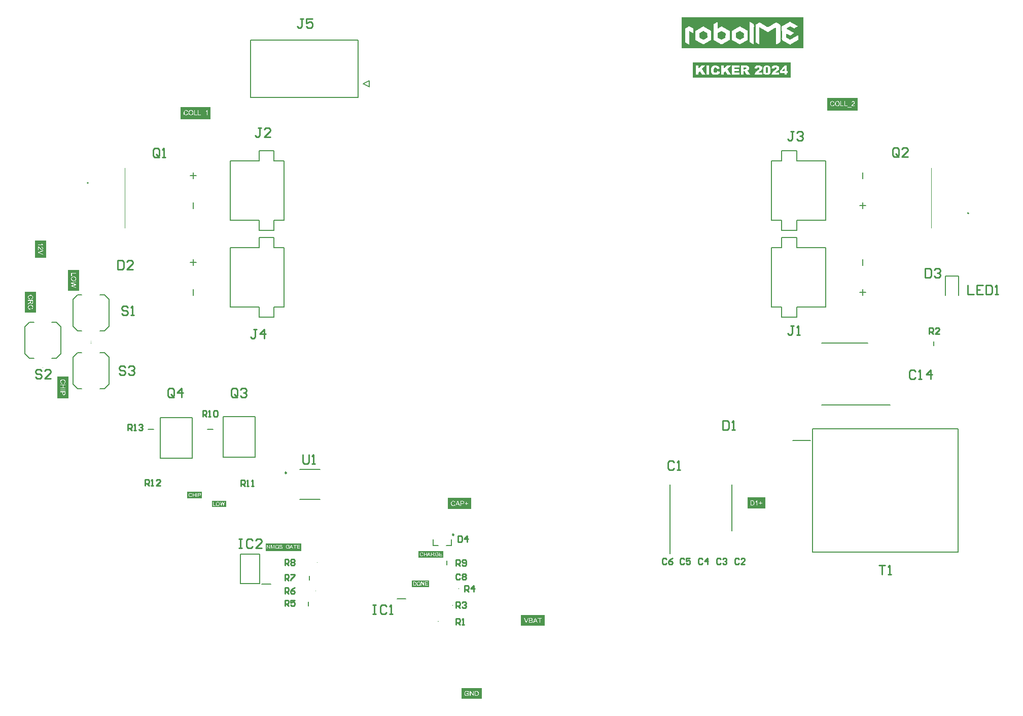
<source format=gbr>
%TF.GenerationSoftware,Altium Limited,Altium Designer,23.6.0 (18)*%
G04 Layer_Color=65535*
%FSLAX45Y45*%
%MOMM*%
%TF.SameCoordinates,CA757A27-890D-4031-9470-5F8B39CF6935*%
%TF.FilePolarity,Positive*%
%TF.FileFunction,Legend,Top*%
%TF.Part,Single*%
G01*
G75*
%TA.AperFunction,NonConductor*%
%ADD52C,0.25000*%
%ADD53C,0.20000*%
%ADD54C,0.05000*%
%ADD55C,0.10000*%
%ADD56C,0.12700*%
%ADD57C,0.15240*%
%ADD58C,0.25400*%
G36*
X14710065Y13116513D02*
X14710001Y12599936D01*
X13137701D01*
X12680064Y12600000D01*
X12680128Y13116577D01*
X14710065Y13116513D01*
D02*
G37*
G36*
X5076099Y4940000D02*
X4840000D01*
Y5046198D01*
X5076099D01*
Y4940000D01*
D02*
G37*
G36*
X4675252Y5090000D02*
X4430000D01*
Y5196198D01*
X4675252D01*
Y5090000D01*
D02*
G37*
G36*
X8703152Y4100000D02*
X8290000D01*
Y4206198D01*
X8703152D01*
Y4100000D01*
D02*
G37*
G36*
X8466488Y3610000D02*
X8180000D01*
Y3716198D01*
X8466488D01*
Y3610000D01*
D02*
G37*
G36*
X6329743Y4210000D02*
X5740000D01*
Y4332840D01*
X6329743D01*
Y4210000D01*
D02*
G37*
G36*
X9167385Y5094021D02*
Y4910000D01*
X8780000D01*
Y5094021D01*
X9167385D01*
D02*
G37*
G36*
X4816167Y11410000D02*
X4320000D01*
Y11615144D01*
X4816167D01*
Y11410000D01*
D02*
G37*
G36*
X14075970Y4920000D02*
X13780000D01*
Y5101557D01*
X14075970D01*
Y4920000D01*
D02*
G37*
G36*
X15621069Y11765144D02*
Y11560000D01*
X15110001D01*
Y11765144D01*
X15621069D01*
D02*
G37*
G36*
X9344394Y1739900D02*
X9004300D01*
Y1923921D01*
X9344394D01*
Y1739900D01*
D02*
G37*
G36*
X10394961Y2959100D02*
X10001239D01*
Y3140305D01*
X10394961D01*
Y2959100D01*
D02*
G37*
G36*
X2071557Y9101305D02*
X1890000D01*
Y9390000D01*
X2071557D01*
Y9101305D01*
D02*
G37*
G36*
X2624021Y8900000D02*
Y8551105D01*
X2440000D01*
Y8900000D01*
X2624021D01*
D02*
G37*
G36*
X14504791Y12360234D02*
Y12103100D01*
X12865100D01*
Y12360234D01*
X14504791D01*
D02*
G37*
G36*
X1904021Y8190610D02*
X1720000D01*
Y8530000D01*
X1904021D01*
Y8190610D01*
D02*
G37*
G36*
X2444021Y7120000D02*
Y6759488D01*
X2260000D01*
Y7120000D01*
X2444021D01*
D02*
G37*
%LPC*%
G36*
X14261375Y13026826D02*
X14258946Y13026698D01*
X14257796Y13026189D01*
X14257156Y13025932D01*
X14255685Y13025612D01*
X14254982Y13025165D01*
X14254599Y13024780D01*
X14253960Y13024525D01*
X14253256Y13024335D01*
X14252553Y13023886D01*
X14252170Y13023503D01*
X14250572Y13022926D01*
X14249995Y13022353D01*
X14249358Y13022096D01*
X14248526Y13021777D01*
X14247951Y13021201D01*
X14247057Y13020818D01*
X14245905Y13020178D01*
X14245650Y13019923D01*
X14245010Y13019667D01*
X14243987Y13019284D01*
X14243732Y13019028D01*
X14243475Y13018900D01*
X14243221Y13018645D01*
X14242389Y13018324D01*
X14241750Y13018069D01*
X14241048Y13017366D01*
X14239832Y13016917D01*
X14239066Y13016406D01*
X14238745Y13016087D01*
X14237466Y13015704D01*
X14236829Y13015320D01*
X14236444Y13014937D01*
X14236188Y13014809D01*
X14235294Y13014426D01*
X14234654Y13014043D01*
X14233887Y13013530D01*
X14233057Y13013211D01*
X14232864Y13013019D01*
X14232610Y13012891D01*
X14232353Y13012634D01*
X14231458Y13012251D01*
X14230307Y13011613D01*
X14230052Y13011357D01*
X14229411Y13011101D01*
X14228581Y13010780D01*
X14227814Y13010143D01*
X14227623Y13009950D01*
X14226791Y13009631D01*
X14226088Y13009184D01*
X14225833Y13008928D01*
X14225192Y13008672D01*
X14224362Y13008353D01*
X14223787Y13007777D01*
X14223531Y13007649D01*
X14222893Y13007394D01*
X14222061Y13007074D01*
X14221869Y13006882D01*
X14221614Y13006754D01*
X14221230Y13006371D01*
X14219951Y13005859D01*
X14219247Y13005284D01*
X14219057Y13005092D01*
X14217458Y13004517D01*
X14216756Y13003815D01*
X14216116Y13003558D01*
X14215285Y13003238D01*
X14214964Y13002919D01*
X14214709Y13002791D01*
X14213303Y13002023D01*
X14212920Y13001640D01*
X14212663Y13001512D01*
X14212025Y13001257D01*
X14211194Y13000937D01*
X14210619Y13000362D01*
X14210362Y13000233D01*
X14209468Y12999850D01*
X14208572Y12999339D01*
X14208189Y12998955D01*
X14207294Y12998572D01*
X14206400Y12998061D01*
X14205632Y12997549D01*
X14205121Y12997421D01*
X14204227Y12996782D01*
X14202563Y12995888D01*
X14202052Y12995377D01*
X14201797Y12995248D01*
X14200391Y12994481D01*
X14199623Y12993970D01*
X14198984Y12993713D01*
X14198729Y12993587D01*
X14197833Y12992947D01*
X14196172Y12992052D01*
X14195789Y12991669D01*
X14195149Y12991412D01*
X14194318Y12991093D01*
X14193550Y12990453D01*
X14193359Y12990262D01*
X14192207Y12989622D01*
X14191441Y12989111D01*
X14190610Y12988791D01*
X14189906Y12988344D01*
X14189397Y12987833D01*
X14188564Y12987514D01*
X14188373Y12987321D01*
X14188116Y12987193D01*
X14187733Y12986810D01*
X14187479Y12986682D01*
X14185815Y12985786D01*
X14185561Y12985532D01*
X14184921Y12985275D01*
X14184026Y12984764D01*
X14183386Y12984125D01*
X14182492Y12983742D01*
X14182236Y12983614D01*
X14181342Y12982974D01*
X14180446Y12982463D01*
X14180190Y12982207D01*
X14179935Y12982079D01*
X14179678Y12981824D01*
X14179041Y12981567D01*
X14178209Y12981248D01*
X14177505Y12980545D01*
X14176099Y12979778D01*
X14175716Y12979395D01*
X14174821Y12979012D01*
X14174565Y12978883D01*
X14173862Y12978308D01*
X14173669Y12978116D01*
X14172775Y12977731D01*
X14172519Y12977605D01*
X14171815Y12977029D01*
X14170090Y12976070D01*
X14169707Y12975687D01*
X14169067Y12975430D01*
X14168172Y12974921D01*
X14167532Y12974280D01*
X14166382Y12973640D01*
X14165614Y12973129D01*
X14164209Y12972363D01*
X14164081Y12972107D01*
X14163824Y12971979D01*
X14162419Y12971211D01*
X14161523Y12970573D01*
X14160374Y12969933D01*
X14159990Y12969550D01*
X14159351Y12969295D01*
X14158200Y12968655D01*
X14157689Y12968143D01*
X14156795Y12967632D01*
X14156410Y12967249D01*
X14156155Y12967120D01*
X14155515Y12966866D01*
X14154620Y12966354D01*
X14153981Y12965714D01*
X14153342Y12965459D01*
X14152448Y12964948D01*
X14151680Y12964436D01*
X14150784Y12963925D01*
X14149890Y12963284D01*
X14149377Y12963158D01*
X14148164Y12962326D01*
X14147972Y12962135D01*
X14147716Y12962007D01*
X14144392Y12960217D01*
X14143625Y12959706D01*
X14142986Y12959450D01*
X14142091Y12958939D01*
X14141708Y12958556D01*
X14141068Y12958299D01*
X14140366Y12958107D01*
X14139919Y12957788D01*
X14139406Y12957275D01*
X14138766Y12957021D01*
X14138255Y12956892D01*
X14137361Y12956383D01*
X14136977Y12955998D01*
X14136337Y12955742D01*
X14135826Y12955614D01*
X14134995Y12955295D01*
X14134419Y12954720D01*
X14133525Y12954465D01*
X14132693Y12954144D01*
X14132246Y12953696D01*
X14131607Y12953441D01*
X14131096Y12953313D01*
X14130392Y12953120D01*
X14129755Y12952866D01*
X14129434Y12952547D01*
X14128795Y12952290D01*
X14128284Y12952162D01*
X14127388Y12952036D01*
X14126556Y12951843D01*
X14125279Y12951331D01*
X14124255Y12951076D01*
X14123489Y12950948D01*
X14121315Y12950819D01*
X14115881Y12950755D01*
X14115498Y12950883D01*
X14113326Y12951012D01*
X14112941Y12951138D01*
X14111279Y12951779D01*
X14110384Y12952036D01*
X14109042Y12952354D01*
X14108339Y12952802D01*
X14107188Y12953313D01*
X14106421Y12953441D01*
X14105717Y12954016D01*
X14105142Y12954337D01*
X14103928Y12954784D01*
X14103735Y12954974D01*
X14103481Y12955103D01*
X14103098Y12955486D01*
X14102457Y12955742D01*
X14101627Y12956062D01*
X14101180Y12956383D01*
X14100923Y12956638D01*
X14100027Y12957021D01*
X14099133Y12957532D01*
X14098878Y12957788D01*
X14098622Y12957916D01*
X14097472Y12958556D01*
X14096960Y12959065D01*
X14096704Y12959193D01*
X14096065Y12959450D01*
X14095171Y12959961D01*
X14094914Y12960217D01*
X14094659Y12960345D01*
X14093764Y12960857D01*
X14092870Y12961494D01*
X14091463Y12962263D01*
X14090952Y12962775D01*
X14090056Y12963158D01*
X14089417Y12963412D01*
X14088715Y12963989D01*
X14088522Y12964180D01*
X14087627Y12964565D01*
X14087370Y12964693D01*
X14086987Y12965076D01*
X14086732Y12965202D01*
X14086476Y12965459D01*
X14085645Y12965778D01*
X14084560Y12966609D01*
X14082896Y12967503D01*
X14082642Y12967760D01*
X14081490Y12968399D01*
X14080978Y12968912D01*
X14080341Y12969167D01*
X14079509Y12969485D01*
X14079060Y12969806D01*
X14078551Y12970317D01*
X14077719Y12970638D01*
X14077271Y12970828D01*
X14076888Y12971211D01*
X14076633Y12971339D01*
X14075481Y12971979D01*
X14074969Y12972490D01*
X14074715Y12972618D01*
X14073051Y12973512D01*
X14072285Y12974025D01*
X14071390Y12974536D01*
X14070496Y12975175D01*
X14069664Y12975494D01*
X14068896Y12976006D01*
X14068449Y12976454D01*
X14067619Y12976773D01*
X14066914Y12977222D01*
X14066531Y12977605D01*
X14065637Y12977988D01*
X14065381Y12978116D01*
X14064677Y12978691D01*
X14064487Y12978883D01*
X14063655Y12979202D01*
X14062952Y12979649D01*
X14062440Y12980161D01*
X14061737Y12980353D01*
X14061034Y12980801D01*
X14060522Y12981313D01*
X14059244Y12981824D01*
X14058540Y12982399D01*
X14058350Y12982591D01*
X14057710Y12982846D01*
X14057071Y12983231D01*
X14056560Y12983742D01*
X14055666Y12984125D01*
X14054768Y12984636D01*
X14054002Y12985149D01*
X14053108Y12985658D01*
X14052596Y12986169D01*
X14051382Y12986618D01*
X14051190Y12986810D01*
X14050998Y12986874D01*
X14050870Y12987129D01*
X14050551Y12987450D01*
X14049911Y12987704D01*
X14049208Y12987897D01*
X14048761Y12988216D01*
X14048376Y12988600D01*
X14046971Y12989368D01*
X14046458Y12989877D01*
X14045628Y12990198D01*
X14045181Y12990390D01*
X14044478Y12990965D01*
X14042879Y12991924D01*
X14042624Y12992180D01*
X14041985Y12992435D01*
X14041090Y12992947D01*
X14040450Y12993587D01*
X14039236Y12994032D01*
X14038788Y12994353D01*
X14038405Y12994736D01*
X14036743Y12995631D01*
X14036487Y12995888D01*
X14036230Y12996014D01*
X14034825Y12996782D01*
X14034441Y12997166D01*
X14034186Y12997293D01*
X14033546Y12997549D01*
X14032651Y12998061D01*
X14032140Y12998572D01*
X14031310Y12998891D01*
X14030862Y12999083D01*
X14030350Y12999596D01*
X14030095Y12999722D01*
X14028944Y13000362D01*
X14028432Y13000873D01*
X14027538Y13001257D01*
X14026643Y13001768D01*
X14026387Y13002023D01*
X14026131Y13002151D01*
X14024982Y13002791D01*
X14024469Y13003302D01*
X14024214Y13003430D01*
X14023573Y13003687D01*
X14023064Y13003815D01*
X14022807Y13004070D01*
X14022551Y13004198D01*
X14022040Y13004709D01*
X14020825Y13005156D01*
X14020250Y13005731D01*
X14019994Y13005859D01*
X14018845Y13006499D01*
X14018460Y13006882D01*
X14018204Y13007010D01*
X14017310Y13007394D01*
X14017055Y13007521D01*
X14015775Y13008417D01*
X14014880Y13008928D01*
X14013985Y13009567D01*
X14013474Y13009695D01*
X14012643Y13010271D01*
X14012515Y13010526D01*
X14011684Y13010973D01*
X14010854Y13011293D01*
X14010661Y13011485D01*
X14010406Y13011613D01*
X14010022Y13011996D01*
X14008360Y13012891D01*
X14008104Y13013147D01*
X14007465Y13013402D01*
X14006825Y13013786D01*
X14006442Y13014169D01*
X14006187Y13014297D01*
X14004781Y13015063D01*
X14004398Y13015448D01*
X14004141Y13015576D01*
X14002991Y13016087D01*
X14002734Y13016216D01*
X14002031Y13016791D01*
X14001840Y13016982D01*
X14001009Y13017302D01*
X14000816Y13017494D01*
X14000562Y13017621D01*
X14000050Y13018134D01*
X13999411Y13018388D01*
X13998260Y13019028D01*
X13997876Y13019411D01*
X13996661Y13019859D01*
X13996214Y13020178D01*
X13995831Y13020563D01*
X13995000Y13020882D01*
X13994553Y13021201D01*
X13993913Y13021841D01*
X13993018Y13022096D01*
X13992123Y13022607D01*
X13991740Y13022990D01*
X13991100Y13023247D01*
X13989886Y13023694D01*
X13988927Y13024271D01*
X13988033Y13024525D01*
X13987520Y13024654D01*
X13986816Y13024844D01*
X13985475Y13025420D01*
X13984579Y13025548D01*
X13982918Y13025676D01*
X13982790D01*
X13979530Y13025356D01*
X13979083Y13025165D01*
X13978316Y13024654D01*
X13976973Y13024335D01*
X13976270Y13023886D01*
X13976015Y13023631D01*
X13975375Y13023375D01*
X13974544Y13023055D01*
X13974097Y13022736D01*
X13973840Y13022479D01*
X13973586Y13022353D01*
X13972690Y13021968D01*
X13972050Y13021713D01*
X13971347Y13021136D01*
X13970644Y13020818D01*
X13969495Y13020178D01*
X13969238Y13019923D01*
X13967960Y13019411D01*
X13967703Y13019284D01*
X13967192Y13018771D01*
X13966937Y13018645D01*
X13966296Y13018388D01*
X13965787Y13018262D01*
X13965083Y13017685D01*
X13964891Y13017494D01*
X13964252Y13017238D01*
X13963422Y13016917D01*
X13963229Y13016727D01*
X13962973Y13016599D01*
X13962462Y13016087D01*
X13961758Y13015895D01*
X13961119Y13015640D01*
X13960672Y13015320D01*
X13960416Y13015063D01*
X13960161Y13014937D01*
X13959521Y13014680D01*
X13958626Y13014169D01*
X13958243Y13013786D01*
X13957603Y13013530D01*
X13956773Y13013211D01*
X13956325Y13012762D01*
X13956068Y13012634D01*
X13955174Y13012251D01*
X13954535Y13011996D01*
X13953831Y13011421D01*
X13953641Y13011229D01*
X13952426Y13010780D01*
X13951659Y13010143D01*
X13950955Y13009824D01*
X13949933Y13009439D01*
X13949548Y13009056D01*
X13949294Y13008928D01*
X13949039Y13008672D01*
X13948335Y13008479D01*
X13947311Y13007841D01*
X13947121Y13007649D01*
X13946225Y13007266D01*
X13945329Y13006754D01*
X13944946Y13006371D01*
X13943349Y13005795D01*
X13942773Y13005220D01*
X13942517Y13005092D01*
X13941878Y13004837D01*
X13940729Y13004198D01*
X13940344Y13003815D01*
X13939449Y13003558D01*
X13938554Y13003047D01*
X13938170Y13002663D01*
X13936955Y13002216D01*
X13936189Y13001576D01*
X13935486Y13001257D01*
X13934656Y13000937D01*
X13934079Y13000362D01*
X13933440Y13000105D01*
X13932610Y12999786D01*
X13932098Y12999532D01*
X13932034Y12999339D01*
X13931778Y12999211D01*
X13931522Y12998955D01*
X13930692Y12998636D01*
X13930244Y12998444D01*
X13929541Y12997868D01*
X13928838Y12997549D01*
X13928006Y12997231D01*
X13926665Y12996271D01*
X13925833Y12995950D01*
X13925258Y12995505D01*
X13925002Y12995377D01*
X13923340Y12994481D01*
X13922572Y12993970D01*
X13921742Y12993649D01*
X13921039Y12992947D01*
X13920782Y12992819D01*
X13919888Y12992180D01*
X13919696Y12991988D01*
X13919568Y12991731D01*
X13918546Y12990709D01*
X13918417Y12990453D01*
X13917523Y12989304D01*
X13917010Y12988152D01*
X13916499Y12987257D01*
X13916116Y12986362D01*
X13915988Y12985468D01*
X13915862Y12984956D01*
X13915221Y12983295D01*
X13915094Y12981503D01*
X13914966Y12981120D01*
X13914838Y12977924D01*
X13914709Y12977412D01*
X13914581Y12974600D01*
X13914709Y12885489D01*
X13914581Y12738845D01*
X13914455Y12738717D01*
X13914581Y12738333D01*
X13914455Y12734882D01*
X13914326Y12734498D01*
X13914519Y12733283D01*
X13914581Y12732964D01*
X13914455Y12732580D01*
X13914326Y12731685D01*
X13914455Y12731174D01*
X13914581Y12730535D01*
X13914455Y12730151D01*
X13914326Y12729256D01*
X13914455Y12728745D01*
X13914581Y12727978D01*
X13914455Y12727594D01*
X13914326Y12726699D01*
X13914581Y12725676D01*
X13914455Y12725165D01*
X13914326Y12724270D01*
X13914455Y12723759D01*
X13914581Y12722864D01*
X13914709Y12715576D01*
X13914838Y12715193D01*
X13914966Y12711485D01*
X13915094Y12711102D01*
X13915221Y12709823D01*
X13915862Y12708417D01*
X13915988Y12707905D01*
X13916180Y12706563D01*
X13916309Y12705924D01*
X13916884Y12704709D01*
X13917395Y12703558D01*
X13917523Y12702535D01*
X13918163Y12701641D01*
X13918417Y12700746D01*
X13918610Y12700042D01*
X13919057Y12699339D01*
X13919568Y12698572D01*
X13919696Y12697805D01*
X13920335Y12696910D01*
X13920592Y12696782D01*
X13920718Y12696527D01*
X13921358Y12695632D01*
X13921999Y12694992D01*
X13922125Y12694737D01*
X13922572Y12694289D01*
X13922829Y12694161D01*
X13923083Y12693906D01*
X13923340Y12693778D01*
X13923723Y12693394D01*
X13924619Y12692883D01*
X13925385Y12692116D01*
X13925641Y12691988D01*
X13926408Y12691221D01*
X13926665Y12691093D01*
X13927559Y12690709D01*
X13927815Y12690582D01*
X13928709Y12689687D01*
X13929860Y12689047D01*
X13930373Y12688536D01*
X13931778Y12687769D01*
X13932162Y12687385D01*
X13933568Y12686618D01*
X13934207Y12685979D01*
X13935358Y12685340D01*
X13935612Y12685084D01*
X13935869Y12684956D01*
X13937019Y12684317D01*
X13937659Y12683678D01*
X13939066Y12682911D01*
X13939832Y12682399D01*
X13941238Y12681632D01*
X13941621Y12681248D01*
X13943221Y12680418D01*
X13943349Y12680162D01*
X13943924Y12679842D01*
X13944563Y12679587D01*
X13945203Y12679203D01*
X13945586Y12678819D01*
X13946992Y12678052D01*
X13947375Y12677669D01*
X13948015Y12677413D01*
X13948846Y12677094D01*
X13949165Y12676774D01*
X13949422Y12676646D01*
X13949805Y12676262D01*
X13950636Y12675943D01*
X13951083Y12675751D01*
X13951595Y12675240D01*
X13951849Y12675112D01*
X13952745Y12674728D01*
X13953641Y12674217D01*
X13954024Y12673833D01*
X13954663Y12673578D01*
X13955495Y12673258D01*
X13956068Y12672683D01*
X13956709Y12672427D01*
X13957539Y12672107D01*
X13958115Y12671532D01*
X13958371Y12671404D01*
X13959521Y12670893D01*
X13959776Y12670765D01*
X13960672Y12670126D01*
X13962334Y12669231D01*
X13964252Y12668208D01*
X13964763Y12667697D01*
X13965594Y12667505D01*
X13966232Y12667249D01*
X13967192Y12666546D01*
X13967703Y12666418D01*
X13969046Y12666098D01*
X13969685Y12665843D01*
X13969878Y12665651D01*
X13970132Y12665523D01*
X13970772Y12665267D01*
X13971283Y12665140D01*
X13972433Y12665011D01*
X13973073Y12664756D01*
X13973969Y12664372D01*
X13974991Y12664117D01*
X13976462Y12663925D01*
X13977612Y12663797D01*
X13979083Y12663733D01*
X13979787Y12664308D01*
X13979913Y12665587D01*
X13979849Y12944746D01*
X13979977Y12945386D01*
X13980232Y12945770D01*
X13981256Y12945642D01*
X13981639Y12945259D01*
X13982278Y12945003D01*
X13983110Y12944810D01*
X13983749Y12944556D01*
X13985347Y12943724D01*
X13986433Y12943532D01*
X13987073Y12943277D01*
X13987265Y12943085D01*
X13987520Y12942957D01*
X13987776Y12942702D01*
X13988416Y12942445D01*
X13989374Y12942255D01*
X13989822Y12941934D01*
X13990077Y12941679D01*
X13990334Y12941551D01*
X13990973Y12941295D01*
X13991803Y12941103D01*
X13992442Y12940848D01*
X13992635Y12940656D01*
X13992889Y12940527D01*
X13993657Y12940018D01*
X13994360Y12939825D01*
X13995000Y12939569D01*
X13995575Y12938994D01*
X13995831Y12938866D01*
X13997237Y12938100D01*
X13997493Y12937843D01*
X13997748Y12937715D01*
X13999411Y12936819D01*
X13999666Y12936565D01*
X14000816Y12936053D01*
X14001073Y12935925D01*
X14001328Y12935670D01*
X14001584Y12935542D01*
X14001840Y12935286D01*
X14002734Y12934903D01*
X14002991Y12934775D01*
X14003694Y12934200D01*
X14004013Y12933881D01*
X14004524Y12933752D01*
X14005420Y12933241D01*
X14005803Y12932857D01*
X14006442Y12932600D01*
X14007593Y12931963D01*
X14007849Y12931706D01*
X14008488Y12931451D01*
X14009383Y12930939D01*
X14010022Y12930299D01*
X14011237Y12929852D01*
X14011684Y12929533D01*
X14012195Y12929022D01*
X14012898Y12928830D01*
X14013409Y12928702D01*
X14013858Y12928381D01*
X14014241Y12927998D01*
X14014497Y12927872D01*
X14015646Y12927232D01*
X14016159Y12926720D01*
X14017310Y12926208D01*
X14017564Y12926080D01*
X14018204Y12925443D01*
X14018845Y12925186D01*
X14019547Y12924994D01*
X14019994Y12924675D01*
X14020250Y12924419D01*
X14020506Y12924290D01*
X14021655Y12923653D01*
X14022168Y12923141D01*
X14023064Y12922757D01*
X14023894Y12922437D01*
X14024597Y12921735D01*
X14025237Y12921478D01*
X14026387Y12920839D01*
X14026772Y12920454D01*
X14027921Y12919817D01*
X14028177Y12919560D01*
X14028432Y12919434D01*
X14029327Y12919049D01*
X14030222Y12918538D01*
X14030734Y12918027D01*
X14031564Y12917706D01*
X14032204Y12917451D01*
X14032524Y12917131D01*
X14032779Y12917004D01*
X14033035Y12916748D01*
X14033865Y12916428D01*
X14034569Y12915981D01*
X14034825Y12915726D01*
X14035081Y12915598D01*
X14036487Y12914830D01*
X14036871Y12914447D01*
X14038788Y12913425D01*
X14039044Y12913168D01*
X14039684Y12912912D01*
X14040578Y12912401D01*
X14040834Y12912144D01*
X14041090Y12912018D01*
X14041345Y12911761D01*
X14041856Y12911633D01*
X14042752Y12910995D01*
X14043520Y12910483D01*
X14044350Y12910164D01*
X14044542Y12909972D01*
X14044797Y12909843D01*
X14045053Y12909589D01*
X14046971Y12908565D01*
X14047354Y12908182D01*
X14048186Y12907861D01*
X14048888Y12907414D01*
X14049400Y12906905D01*
X14050104Y12906712D01*
X14050742Y12906456D01*
X14051445Y12905753D01*
X14052084Y12905498D01*
X14052980Y12904987D01*
X14053363Y12904602D01*
X14054002Y12904347D01*
X14054897Y12903835D01*
X14055409Y12903323D01*
X14056049Y12903069D01*
X14056560Y12902940D01*
X14057263Y12902365D01*
X14057582Y12902045D01*
X14058414Y12901726D01*
X14059116Y12901279D01*
X14059883Y12900768D01*
X14060394Y12900639D01*
X14061290Y12900000D01*
X14061546Y12899744D01*
X14063208Y12898849D01*
X14063591Y12898465D01*
X14065509Y12897443D01*
X14066914Y12896677D01*
X14067555Y12896036D01*
X14068195Y12895781D01*
X14069025Y12895461D01*
X14069215Y12895268D01*
X14069408Y12895206D01*
X14069536Y12894949D01*
X14070367Y12894502D01*
X14071262Y12893991D01*
X14071518Y12893735D01*
X14071773Y12893607D01*
X14073180Y12892841D01*
X14073563Y12892458D01*
X14073819Y12892329D01*
X14075481Y12891434D01*
X14075737Y12891177D01*
X14077655Y12890155D01*
X14078038Y12889772D01*
X14078677Y12889516D01*
X14079317Y12889133D01*
X14079572Y12888876D01*
X14079828Y12888750D01*
X14080467Y12888365D01*
X14081618Y12887726D01*
X14081874Y12887469D01*
X14083025Y12886958D01*
X14083279Y12886832D01*
X14083983Y12886256D01*
X14085709Y12885297D01*
X14086093Y12884914D01*
X14087755Y12884018D01*
X14088394Y12883635D01*
X14089799Y12882867D01*
X14090184Y12882484D01*
X14090823Y12882228D01*
X14091653Y12881909D01*
X14092230Y12881334D01*
X14092485Y12881206D01*
X14093381Y12880823D01*
X14094020Y12880440D01*
X14094275Y12880183D01*
X14094531Y12880055D01*
X14095682Y12879544D01*
X14095937Y12879416D01*
X14096640Y12878841D01*
X14097343Y12878522D01*
X14098494Y12877882D01*
X14098750Y12877626D01*
X14099007Y12877498D01*
X14099644Y12877242D01*
X14100540Y12876730D01*
X14100923Y12876347D01*
X14101817Y12875964D01*
X14102457Y12875708D01*
X14103352Y12875069D01*
X14104184Y12874750D01*
X14104631Y12874557D01*
X14105334Y12873982D01*
X14105527Y12873790D01*
X14106421Y12873535D01*
X14107317Y12873022D01*
X14108083Y12872511D01*
X14108786Y12872321D01*
X14109618Y12872000D01*
X14110384Y12871489D01*
X14111279Y12871233D01*
X14112622Y12870914D01*
X14113644Y12870274D01*
X14114348Y12870084D01*
X14116713Y12869763D01*
X14117352Y12869635D01*
X14117863Y12869507D01*
X14118567Y12869316D01*
X14119078Y12869188D01*
X14124831Y12869316D01*
X14125471Y12869571D01*
X14128731Y12870148D01*
X14129178Y12870338D01*
X14129945Y12870850D01*
X14130840Y12871106D01*
X14131352Y12871233D01*
X14132182Y12871425D01*
X14132886Y12871873D01*
X14133141Y12872128D01*
X14133397Y12872256D01*
X14134804Y12873022D01*
X14135571Y12873535D01*
X14136082Y12873663D01*
X14137233Y12874557D01*
X14138129Y12875069D01*
X14138766Y12875708D01*
X14139662Y12876093D01*
X14140302Y12876476D01*
X14140813Y12876987D01*
X14141708Y12877370D01*
X14142348Y12877754D01*
X14142857Y12878265D01*
X14144264Y12879031D01*
X14144649Y12879416D01*
X14146310Y12880312D01*
X14146822Y12880823D01*
X14148483Y12881717D01*
X14149251Y12882228D01*
X14150145Y12882739D01*
X14150658Y12883250D01*
X14152063Y12884018D01*
X14152448Y12884402D01*
X14153342Y12884785D01*
X14153598Y12884914D01*
X14154301Y12885489D01*
X14154492Y12885680D01*
X14155322Y12886000D01*
X14156091Y12886511D01*
X14156538Y12886958D01*
X14157944Y12887726D01*
X14158328Y12888110D01*
X14158968Y12888365D01*
X14159605Y12888750D01*
X14160501Y12889388D01*
X14161652Y12890027D01*
X14161908Y12890283D01*
X14162163Y12890411D01*
X14162419Y12890668D01*
X14163570Y12891306D01*
X14164337Y12891817D01*
X14164977Y12892073D01*
X14165614Y12892458D01*
X14166319Y12893031D01*
X14167406Y12893607D01*
X14167789Y12893991D01*
X14168045Y12894118D01*
X14169707Y12895013D01*
X14170090Y12895396D01*
X14170346Y12895525D01*
X14171497Y12896164D01*
X14171880Y12896548D01*
X14173798Y12897571D01*
X14174437Y12897954D01*
X14175587Y12898593D01*
X14176099Y12899104D01*
X14176355Y12899232D01*
X14177760Y12900000D01*
X14178528Y12900511D01*
X14178784Y12900639D01*
X14179999Y12901469D01*
X14180702Y12901790D01*
X14181789Y12902365D01*
X14181915Y12902621D01*
X14182875Y12903197D01*
X14183386Y12903323D01*
X14184665Y12904219D01*
X14185561Y12904730D01*
X14186070Y12905241D01*
X14186966Y12905624D01*
X14187479Y12905753D01*
X14188181Y12906328D01*
X14188373Y12906520D01*
X14188628Y12906648D01*
X14189780Y12907288D01*
X14190163Y12907671D01*
X14191057Y12908054D01*
X14191698Y12908438D01*
X14192081Y12908821D01*
X14192336Y12908949D01*
X14193231Y12909332D01*
X14194125Y12909843D01*
X14194508Y12910228D01*
X14195917Y12910995D01*
X14196300Y12911378D01*
X14197578Y12911890D01*
X14197833Y12912144D01*
X14198090Y12912273D01*
X14198473Y12912657D01*
X14199879Y12913425D01*
X14200262Y12913808D01*
X14201541Y12914319D01*
X14202245Y12914894D01*
X14202435Y12915086D01*
X14203651Y12915533D01*
X14204099Y12915852D01*
X14204610Y12916364D01*
X14205249Y12916620D01*
X14206081Y12916940D01*
X14206528Y12917387D01*
X14206783Y12917516D01*
X14207935Y12918153D01*
X14208446Y12918666D01*
X14209084Y12918921D01*
X14210236Y12919560D01*
X14210745Y12920071D01*
X14211961Y12920518D01*
X14212663Y12920967D01*
X14212920Y12921223D01*
X14213176Y12921352D01*
X14214070Y12921861D01*
X14214455Y12922244D01*
X14214709Y12922372D01*
X14215605Y12922757D01*
X14216245Y12923141D01*
X14216756Y12923653D01*
X14217393Y12923907D01*
X14218227Y12924226D01*
X14218674Y12924547D01*
X14219057Y12924930D01*
X14220464Y12925697D01*
X14220847Y12926080D01*
X14221486Y12926337D01*
X14222318Y12926656D01*
X14223083Y12927295D01*
X14223276Y12927487D01*
X14224107Y12927808D01*
X14224809Y12928255D01*
X14225192Y12928638D01*
X14226088Y12929022D01*
X14226984Y12929533D01*
X14227238Y12929790D01*
X14227878Y12930045D01*
X14228773Y12930556D01*
X14229156Y12930939D01*
X14229411Y12931067D01*
X14230052Y12931323D01*
X14230946Y12931834D01*
X14231329Y12932217D01*
X14231586Y12932346D01*
X14232225Y12932600D01*
X14232864Y12932985D01*
X14233121Y12933241D01*
X14233376Y12933368D01*
X14234782Y12934135D01*
X14235294Y12934647D01*
X14235933Y12934903D01*
X14236765Y12935222D01*
X14237338Y12935799D01*
X14237595Y12935925D01*
X14239001Y12936691D01*
X14239896Y12937332D01*
X14240727Y12937651D01*
X14241174Y12937971D01*
X14241431Y12938226D01*
X14242325Y12938609D01*
X14243475Y12939249D01*
X14243732Y12939505D01*
X14244371Y12939761D01*
X14245586Y12940208D01*
X14246544Y12940912D01*
X14247247Y12941103D01*
X14248782Y12941487D01*
X14249805Y12941870D01*
X14250380Y12942062D01*
X14250891Y12942191D01*
X14252681Y12942319D01*
X14253065Y12942191D01*
X14253831Y12942062D01*
X14255750Y12940912D01*
X14256197Y12940463D01*
X14256325Y12940208D01*
X14256836Y12939697D01*
X14257092Y12939058D01*
X14257220Y12938547D01*
X14257668Y12937332D01*
X14257858Y12937140D01*
X14258115Y12936501D01*
X14258371Y12935478D01*
X14258562Y12934264D01*
X14258946Y12931706D01*
X14259074Y12931195D01*
X14259265Y12930492D01*
X14259521Y12928317D01*
X14259650Y12680034D01*
X14259776Y12679650D01*
X14259904Y12671340D01*
X14260033Y12670957D01*
X14260159Y12669039D01*
X14260416Y12668400D01*
X14260480Y12667313D01*
X14260416Y12665331D01*
X14260544Y12664948D01*
X14260672Y12663669D01*
X14260800Y12663158D01*
X14260928Y12662902D01*
X14261375Y12662454D01*
X14262653Y12662327D01*
X14263422Y12662454D01*
X14263805Y12662327D01*
X14266106Y12662454D01*
X14266489Y12662582D01*
X14269110Y12662774D01*
X14270964Y12663733D01*
X14272179Y12663925D01*
X14272626Y12664117D01*
X14273329Y12664692D01*
X14274159Y12665011D01*
X14274863Y12665203D01*
X14275311Y12665523D01*
X14275566Y12665779D01*
X14275822Y12665907D01*
X14276460Y12666162D01*
X14277292Y12666482D01*
X14277612Y12666801D01*
X14277869Y12666929D01*
X14278123Y12667185D01*
X14279018Y12667569D01*
X14279274Y12667697D01*
X14279785Y12668208D01*
X14280042Y12668336D01*
X14281447Y12669103D01*
X14281831Y12669486D01*
X14282086Y12669614D01*
X14283493Y12670381D01*
X14283876Y12670765D01*
X14284132Y12670893D01*
X14284772Y12671148D01*
X14285922Y12671788D01*
X14286307Y12672171D01*
X14287456Y12672810D01*
X14288351Y12673450D01*
X14288863Y12673578D01*
X14289758Y12674089D01*
X14290269Y12674600D01*
X14291483Y12675048D01*
X14291675Y12675240D01*
X14291931Y12675367D01*
X14292316Y12675751D01*
X14293208Y12676134D01*
X14293465Y12676262D01*
X14294170Y12676838D01*
X14294360Y12677030D01*
X14295575Y12677477D01*
X14296022Y12677797D01*
X14296407Y12678180D01*
X14297301Y12678564D01*
X14297940Y12678947D01*
X14298451Y12679459D01*
X14299666Y12679906D01*
X14300113Y12680226D01*
X14300369Y12680481D01*
X14300626Y12680609D01*
X14302287Y12681504D01*
X14302798Y12682016D01*
X14304205Y12682527D01*
X14304909Y12683102D01*
X14305482Y12683422D01*
X14306889Y12684189D01*
X14308553Y12685084D01*
X14309319Y12685595D01*
X14309958Y12685851D01*
X14310854Y12686362D01*
X14311365Y12686874D01*
X14312003Y12687130D01*
X14312834Y12687449D01*
X14313026Y12687641D01*
X14313281Y12687769D01*
X14313666Y12688152D01*
X14314816Y12688792D01*
X14315073Y12689175D01*
X14315327Y12689303D01*
X14316734Y12690070D01*
X14317245Y12690582D01*
X14318140Y12691093D01*
X14318460Y12691413D01*
X14318588Y12691668D01*
X14318781Y12691860D01*
X14319035Y12691988D01*
X14319737Y12692563D01*
X14320186Y12693011D01*
X14320442Y12693138D01*
X14321146Y12693842D01*
X14321272Y12694098D01*
X14321465Y12694289D01*
X14321719Y12694417D01*
X14322166Y12694865D01*
X14322295Y12695120D01*
X14322743Y12695695D01*
X14323000Y12695823D01*
X14323318Y12696143D01*
X14323830Y12697038D01*
X14324469Y12697677D01*
X14324597Y12697933D01*
X14325427Y12699148D01*
X14325620Y12699339D01*
X14325874Y12699978D01*
X14326067Y12700682D01*
X14326514Y12701385D01*
X14327026Y12702535D01*
X14327281Y12703431D01*
X14328049Y12705092D01*
X14328239Y12706563D01*
X14328368Y12707330D01*
X14328496Y12708481D01*
X14328624Y12709120D01*
X14328816Y12709823D01*
X14328944Y12711869D01*
X14329071Y12712252D01*
X14329199Y12717750D01*
X14329327Y12718645D01*
X14329391Y12723311D01*
X14329327Y12725676D01*
X14329456Y12726060D01*
X14329327Y12728873D01*
X14329456Y12729640D01*
X14329327Y12730023D01*
X14329263Y12748626D01*
X14329327Y12749456D01*
X14329199Y12749840D01*
X14329263Y12774067D01*
X14329135Y12793756D01*
X14329071Y12794971D01*
X14329199Y12795355D01*
X14329071Y12798551D01*
X14329199Y12798934D01*
X14329071Y12802132D01*
X14329199Y12802641D01*
X14329071Y12805838D01*
X14329199Y12806351D01*
X14329071Y12809546D01*
X14329199Y12809929D01*
X14329071Y12813254D01*
X14329199Y12813637D01*
X14329071Y12816962D01*
X14329199Y12817345D01*
X14329071Y12820670D01*
X14329199Y12821053D01*
X14329071Y12824249D01*
X14329199Y12824760D01*
X14329071Y12827956D01*
X14329199Y12828340D01*
X14329071Y12831664D01*
X14329199Y12832047D01*
X14329071Y12835371D01*
X14329199Y12835754D01*
X14329071Y12838951D01*
X14329199Y12839462D01*
X14329071Y12842659D01*
X14329199Y12843170D01*
X14329071Y12846367D01*
X14329199Y12846750D01*
X14329071Y12850073D01*
X14329199Y12850458D01*
X14329071Y12853783D01*
X14329199Y12854166D01*
X14329071Y12857362D01*
X14329199Y12857874D01*
X14329071Y12861069D01*
X14329199Y12861453D01*
X14329071Y12864777D01*
X14329199Y12865160D01*
X14329071Y12868484D01*
X14329199Y12868867D01*
X14329071Y12872192D01*
X14329199Y12872575D01*
X14329071Y12875772D01*
X14329199Y12876283D01*
X14329071Y12879480D01*
X14329199Y12879991D01*
X14329071Y12883186D01*
X14329199Y12883571D01*
X14329071Y12886896D01*
X14329199Y12887279D01*
X14329071Y12890604D01*
X14329199Y12890987D01*
X14329071Y12894182D01*
X14329199Y12894695D01*
X14329071Y12897890D01*
X14329199Y12898401D01*
X14329071Y12901598D01*
X14329199Y12901981D01*
X14329071Y12905305D01*
X14329199Y12905688D01*
X14329071Y12909013D01*
X14329199Y12909396D01*
X14329071Y12912593D01*
X14329199Y12913104D01*
X14329263Y12923779D01*
X14329199Y12947368D01*
X14329327Y12947752D01*
X14329199Y12949414D01*
X14329263Y12975304D01*
X14329135Y12976837D01*
X14329007Y12977605D01*
X14328880Y12978116D01*
X14328752Y12978755D01*
X14328624Y12979523D01*
X14328368Y12980545D01*
X14328113Y12982079D01*
X14327281Y12983678D01*
X14327155Y12984189D01*
X14326834Y12985020D01*
X14326259Y12985596D01*
X14325874Y12986490D01*
X14325365Y12987386D01*
X14324724Y12988023D01*
X14324597Y12988280D01*
X14324020Y12988983D01*
X14323766Y12989111D01*
X14323254Y12989877D01*
X14322871Y12990262D01*
X14322615Y12990390D01*
X14321593Y12991412D01*
X14320953Y12991795D01*
X14320314Y12992435D01*
X14319164Y12993074D01*
X14318781Y12993459D01*
X14318524Y12993587D01*
X14317374Y12994225D01*
X14316862Y12994736D01*
X14315967Y12995120D01*
X14315073Y12995631D01*
X14314816Y12995888D01*
X14314560Y12996014D01*
X14313409Y12996654D01*
X14312898Y12997166D01*
X14312259Y12997421D01*
X14311365Y12997932D01*
X14310854Y12998444D01*
X14309958Y12998827D01*
X14309702Y12998955D01*
X14309000Y12999532D01*
X14308168Y12999979D01*
X14307529Y13000362D01*
X14307018Y13000873D01*
X14306122Y13001257D01*
X14305292Y13001704D01*
X14305164Y13001961D01*
X14304971Y13002151D01*
X14304716Y13002280D01*
X14303310Y13003047D01*
X14302927Y13003430D01*
X14302095Y13003751D01*
X14301392Y13004198D01*
X14301009Y13004581D01*
X14299858Y13005220D01*
X14299219Y13005859D01*
X14298004Y13006306D01*
X14297556Y13006627D01*
X14297173Y13007010D01*
X14296918Y13007138D01*
X14296022Y13007649D01*
X14295319Y13008224D01*
X14294617Y13008543D01*
X14293976Y13008928D01*
X14293336Y13009567D01*
X14292699Y13009824D01*
X14291803Y13010333D01*
X14291547Y13010590D01*
X14291292Y13010718D01*
X14290398Y13011229D01*
X14289758Y13011868D01*
X14289502Y13011996D01*
X14288097Y13012762D01*
X14287328Y13013275D01*
X14286433Y13013786D01*
X14285794Y13014426D01*
X14284962Y13014745D01*
X14284515Y13014937D01*
X14283749Y13015704D01*
X14282918Y13016023D01*
X14282214Y13016470D01*
X14281831Y13016853D01*
X14281192Y13017110D01*
X14280296Y13017621D01*
X14279785Y13018134D01*
X14278571Y13018581D01*
X14278123Y13018900D01*
X14277612Y13019411D01*
X14276971Y13019667D01*
X14276077Y13020178D01*
X14275822Y13020435D01*
X14275566Y13020563D01*
X14274159Y13021329D01*
X14273776Y13021713D01*
X14273137Y13021968D01*
X14272305Y13022289D01*
X14272115Y13022479D01*
X14271922Y13022543D01*
X14271796Y13022800D01*
X14270964Y13023247D01*
X14270261Y13023439D01*
X14269493Y13023950D01*
X14269174Y13024271D01*
X14268535Y13024525D01*
X14267128Y13025291D01*
X14266232Y13025676D01*
X14264891Y13025996D01*
X14263548Y13026572D01*
X14261758Y13026698D01*
X14261375Y13026826D01*
D02*
G37*
G36*
X14490865Y13038205D02*
X14489075Y13038078D01*
X14488692Y13037950D01*
X14487862Y13037630D01*
X14487413Y13037309D01*
X14485497Y13036288D01*
X14485112Y13035904D01*
X14484473Y13035648D01*
X14483771Y13035457D01*
X14483067Y13035008D01*
X14482298Y13034499D01*
X14481468Y13034178D01*
X14480765Y13033731D01*
X14480382Y13033347D01*
X14479742Y13033092D01*
X14479231Y13032964D01*
X14478528Y13032388D01*
X14478336Y13032196D01*
X14477698Y13031941D01*
X14477185Y13031813D01*
X14476353Y13031493D01*
X14475652Y13030791D01*
X14475012Y13030534D01*
X14473862Y13029895D01*
X14473222Y13029512D01*
X14472583Y13029256D01*
X14472327Y13029128D01*
X14471432Y13028490D01*
X14470537Y13028105D01*
X14469643Y13027594D01*
X14469260Y13027209D01*
X14468747Y13027081D01*
X14468364Y13026955D01*
X14467468Y13026443D01*
X14466957Y13025932D01*
X14466318Y13025676D01*
X14465614Y13025484D01*
X14465169Y13025165D01*
X14464784Y13024780D01*
X14464528Y13024654D01*
X14463634Y13024271D01*
X14462994Y13023886D01*
X14462227Y13023375D01*
X14461395Y13023055D01*
X14460437Y13022353D01*
X14459798Y13022096D01*
X14458647Y13021457D01*
X14458391Y13021201D01*
X14457751Y13020946D01*
X14456921Y13020625D01*
X14456474Y13020306D01*
X14455962Y13019795D01*
X14455067Y13019539D01*
X14454428Y13019284D01*
X14453725Y13018707D01*
X14453406Y13018388D01*
X14452702Y13018198D01*
X14451680Y13017558D01*
X14450848Y13017110D01*
X14449698Y13016470D01*
X14449442Y13016216D01*
X14448611Y13015895D01*
X14447972Y13015640D01*
X14447269Y13014937D01*
X14446054Y13014490D01*
X14445287Y13013979D01*
X14444968Y13013658D01*
X14443753Y13013211D01*
X14443561Y13013019D01*
X14443304Y13012891D01*
X14442921Y13012508D01*
X14442284Y13012251D01*
X14441451Y13011932D01*
X14440875Y13011357D01*
X14440237Y13011101D01*
X14439214Y13010718D01*
X14438576Y13010078D01*
X14437936Y13009824D01*
X14437103Y13009503D01*
X14436913Y13009311D01*
X14436658Y13009184D01*
X14436273Y13008800D01*
X14435634Y13008543D01*
X14434930Y13008353D01*
X14434740Y13008160D01*
X14434483Y13008034D01*
X14433972Y13007521D01*
X14432565Y13006754D01*
X14432182Y13006371D01*
X14431287Y13006116D01*
X14430392Y13005605D01*
X14430009Y13005220D01*
X14429114Y13004837D01*
X14428220Y13004324D01*
X14427963Y13004070D01*
X14427707Y13003941D01*
X14426813Y13003558D01*
X14425983Y13003238D01*
X14425406Y13002663D01*
X14425150Y13002534D01*
X14423489Y13001640D01*
X14421571Y13000616D01*
X14421187Y13000233D01*
X14420357Y12999915D01*
X14419717Y12999660D01*
X14419014Y12998955D01*
X14417799Y12998508D01*
X14417096Y12998061D01*
X14416713Y12997678D01*
X14416074Y12997421D01*
X14414923Y12996782D01*
X14414667Y12996526D01*
X14414027Y12996271D01*
X14413133Y12995760D01*
X14412366Y12995248D01*
X14411536Y12994928D01*
X14410831Y12994481D01*
X14410448Y12994096D01*
X14409233Y12993649D01*
X14408466Y12993010D01*
X14407764Y12992691D01*
X14407124Y12992435D01*
X14406868Y12992307D01*
X14406485Y12991924D01*
X14406229Y12991795D01*
X14404822Y12991029D01*
X14404311Y12990517D01*
X14403671Y12990262D01*
X14402649Y12989877D01*
X14401945Y12989304D01*
X14401755Y12989111D01*
X14401115Y12988855D01*
X14400284Y12988536D01*
X14399709Y12987959D01*
X14398813Y12987576D01*
X14397919Y12987065D01*
X14397153Y12986554D01*
X14396320Y12986234D01*
X14395744Y12985658D01*
X14395490Y12985532D01*
X14394595Y12985149D01*
X14393700Y12984636D01*
X14393317Y12984253D01*
X14392677Y12983997D01*
X14392165Y12983868D01*
X14391525Y12983485D01*
X14391016Y12982974D01*
X14390120Y12982591D01*
X14389224Y12982079D01*
X14388458Y12981567D01*
X14387563Y12981056D01*
X14387308Y12980801D01*
X14387051Y12980673D01*
X14386412Y12980417D01*
X14385580Y12980096D01*
X14384622Y12979140D01*
X14383919Y12978947D01*
X14383408Y12978819D01*
X14382706Y12978372D01*
X14382321Y12977988D01*
X14381682Y12977731D01*
X14381425Y12977605D01*
X14380724Y12977029D01*
X14380020Y12976711D01*
X14378996Y12976326D01*
X14378294Y12975751D01*
X14376888Y12975111D01*
X14376440Y12974664D01*
X14376184Y12974536D01*
X14375288Y12974153D01*
X14374586Y12973961D01*
X14374138Y12973640D01*
X14373755Y12973257D01*
X14373116Y12973003D01*
X14372285Y12972682D01*
X14371837Y12972363D01*
X14371454Y12971979D01*
X14371198Y12971851D01*
X14370560Y12971596D01*
X14369728Y12971404D01*
X14369279Y12971085D01*
X14368896Y12970702D01*
X14368257Y12970445D01*
X14367107Y12969806D01*
X14365956Y12969295D01*
X14365125Y12968974D01*
X14364806Y12968655D01*
X14364549Y12968527D01*
X14364294Y12968271D01*
X14362695Y12967696D01*
X14362505Y12967503D01*
X14362248Y12967377D01*
X14361481Y12966866D01*
X14360777Y12966673D01*
X14360139Y12966418D01*
X14359947Y12966226D01*
X14359691Y12966098D01*
X14359436Y12965842D01*
X14358797Y12965587D01*
X14358286Y12965459D01*
X14357454Y12965266D01*
X14357007Y12964948D01*
X14355856Y12964436D01*
X14355345Y12964308D01*
X14354704Y12963925D01*
X14354385Y12963605D01*
X14354131Y12962711D01*
X14354002Y12961815D01*
X14353810Y12960600D01*
X14353682Y12959961D01*
X14353427Y12958939D01*
X14353363Y12957852D01*
X14353491Y12957468D01*
X14353363Y12956956D01*
X14353171Y12955614D01*
X14353043Y12950117D01*
X14352979Y12921031D01*
X14353107Y12920647D01*
X14353043Y12913808D01*
X14353171Y12907925D01*
X14353299Y12902684D01*
X14353427Y12900000D01*
X14353491Y12897507D01*
X14353363Y12897124D01*
X14353491Y12895972D01*
X14353748Y12895332D01*
X14353618Y12894438D01*
X14353491Y12894055D01*
X14353618Y12892905D01*
X14353748Y12892520D01*
X14353810Y12889516D01*
X14353748Y12888429D01*
X14353874Y12888046D01*
X14353938Y12887215D01*
X14353874Y12886128D01*
X14354002Y12885744D01*
X14354195Y12878265D01*
X14354321Y12870978D01*
X14354449Y12866759D01*
X14354514Y12865800D01*
X14354385Y12865416D01*
X14354514Y12862219D01*
X14354642Y12860175D01*
X14354514Y12859663D01*
X14354642Y12857617D01*
X14354768Y12856467D01*
X14354897Y12856084D01*
X14354768Y12854933D01*
X14354642Y12854549D01*
X14354832Y12853719D01*
X14354961Y12853207D01*
X14355025Y12852376D01*
X14354897Y12851991D01*
X14355025Y12850330D01*
X14355153Y12849947D01*
X14355025Y12848668D01*
X14354897Y12848283D01*
X14355153Y12847263D01*
X14355281Y12833710D01*
X14355153Y12808907D01*
X14355025Y12808524D01*
X14354897Y12807884D01*
X14355025Y12807500D01*
X14355153Y12806606D01*
X14354961Y12805519D01*
X14354897Y12801619D01*
X14355025Y12801236D01*
X14354897Y12800214D01*
X14354642Y12799574D01*
X14354832Y12798615D01*
X14354897Y12797528D01*
X14354642Y12796889D01*
X14354514Y12788451D01*
X14354385Y12788067D01*
X14354449Y12785958D01*
X14354321Y12780460D01*
X14354195Y12775730D01*
X14354131Y12775154D01*
X14354259Y12774771D01*
X14354131Y12770424D01*
X14354002Y12764543D01*
X14353874Y12763264D01*
X14354002Y12751758D01*
X14354131Y12751374D01*
X14354066Y12749265D01*
X14354195Y12744406D01*
X14354259Y12742297D01*
X14354131Y12742169D01*
X14354259Y12741786D01*
X14354385Y12737950D01*
X14354514Y12737566D01*
X14354642Y12736288D01*
X14354897Y12735649D01*
X14355153Y12734626D01*
X14355472Y12733795D01*
X14356367Y12732900D01*
X14356622Y12732772D01*
X14357262Y12732516D01*
X14358157Y12732005D01*
X14358540Y12731621D01*
X14359819Y12731238D01*
X14360075Y12731110D01*
X14360777Y12730535D01*
X14360970Y12730343D01*
X14361865Y12730087D01*
X14362695Y12729768D01*
X14363271Y12729192D01*
X14364166Y12728809D01*
X14364996Y12728489D01*
X14365189Y12728297D01*
X14365445Y12728169D01*
X14365828Y12727786D01*
X14366660Y12727466D01*
X14367297Y12727211D01*
X14367618Y12726891D01*
X14367874Y12726763D01*
X14369536Y12725868D01*
X14370303Y12725357D01*
X14370815Y12725229D01*
X14371709Y12724590D01*
X14371965Y12724334D01*
X14372604Y12724078D01*
X14373116Y12723950D01*
X14374011Y12723439D01*
X14374522Y12722928D01*
X14375162Y12722672D01*
X14375992Y12722352D01*
X14376440Y12722033D01*
X14376695Y12721777D01*
X14377589Y12721393D01*
X14378485Y12720882D01*
X14378741Y12720626D01*
X14378996Y12720498D01*
X14379892Y12720115D01*
X14380788Y12719603D01*
X14381171Y12719220D01*
X14382001Y12718900D01*
X14382449Y12718709D01*
X14383151Y12718133D01*
X14383344Y12717942D01*
X14384175Y12717622D01*
X14384622Y12717430D01*
X14385773Y12716663D01*
X14386412Y12716407D01*
X14387308Y12715896D01*
X14387563Y12715640D01*
X14389481Y12714617D01*
X14391142Y12713722D01*
X14391525Y12713339D01*
X14391782Y12713211D01*
X14392677Y12712828D01*
X14393571Y12712316D01*
X14393764Y12712124D01*
X14393826Y12712060D01*
X14395744Y12711038D01*
X14396512Y12710526D01*
X14397343Y12710206D01*
X14397791Y12709887D01*
X14398045Y12709631D01*
X14398302Y12709503D01*
X14399197Y12709120D01*
X14399837Y12708736D01*
X14400220Y12708353D01*
X14400859Y12708097D01*
X14401691Y12707777D01*
X14402138Y12707458D01*
X14402649Y12706946D01*
X14403928Y12706435D01*
X14405078Y12705668D01*
X14406485Y12704901D01*
X14408401Y12703878D01*
X14408914Y12703367D01*
X14410320Y12702855D01*
X14411023Y12702280D01*
X14411215Y12702088D01*
X14411855Y12701832D01*
X14412556Y12701641D01*
X14413005Y12701321D01*
X14413516Y12700809D01*
X14414410Y12700426D01*
X14414667Y12700298D01*
X14415562Y12699659D01*
X14416393Y12699339D01*
X14417096Y12698892D01*
X14417480Y12698508D01*
X14418118Y12698252D01*
X14418950Y12697933D01*
X14419397Y12697613D01*
X14419653Y12697358D01*
X14419910Y12697230D01*
X14420804Y12696846D01*
X14421700Y12696335D01*
X14422211Y12695823D01*
X14422913Y12695632D01*
X14423553Y12695376D01*
X14424001Y12695056D01*
X14424384Y12694673D01*
X14425023Y12694417D01*
X14425278Y12694289D01*
X14425534Y12694034D01*
X14425790Y12693906D01*
X14426173Y12693522D01*
X14426813Y12693266D01*
X14427516Y12693075D01*
X14427707Y12692883D01*
X14427963Y12692755D01*
X14428346Y12692371D01*
X14428603Y12692244D01*
X14429242Y12691988D01*
X14430138Y12691477D01*
X14430392Y12691221D01*
X14430647Y12691093D01*
X14432054Y12690326D01*
X14432822Y12689814D01*
X14434229Y12689303D01*
X14434930Y12688728D01*
X14435762Y12688280D01*
X14436658Y12687769D01*
X14437041Y12687385D01*
X14437680Y12687130D01*
X14438512Y12686810D01*
X14439214Y12686107D01*
X14440109Y12685851D01*
X14441003Y12685340D01*
X14441260Y12685084D01*
X14441515Y12684956D01*
X14442667Y12684445D01*
X14442921Y12684317D01*
X14443625Y12683742D01*
X14444328Y12683422D01*
X14445222Y12682911D01*
X14445734Y12682399D01*
X14446948Y12681952D01*
X14447397Y12681632D01*
X14447780Y12681248D01*
X14448419Y12680993D01*
X14448930Y12680865D01*
X14449570Y12680481D01*
X14449953Y12680098D01*
X14450209Y12679970D01*
X14451360Y12679331D01*
X14451871Y12678819D01*
X14452766Y12678564D01*
X14453406Y12678308D01*
X14454109Y12677733D01*
X14454300Y12677541D01*
X14454939Y12677285D01*
X14455771Y12676966D01*
X14455962Y12676774D01*
X14456218Y12676646D01*
X14456602Y12676262D01*
X14457433Y12675943D01*
X14458072Y12675687D01*
X14458647Y12675112D01*
X14460054Y12674345D01*
X14460437Y12673961D01*
X14461076Y12673705D01*
X14461780Y12673514D01*
X14462547Y12673002D01*
X14462674Y12672747D01*
X14463377Y12672427D01*
X14464209Y12672107D01*
X14464977Y12671596D01*
X14465169Y12671404D01*
X14465807Y12671148D01*
X14466957Y12670509D01*
X14467342Y12670126D01*
X14468556Y12669678D01*
X14469003Y12669358D01*
X14469386Y12668975D01*
X14469643Y12668847D01*
X14470280Y12668591D01*
X14470921Y12668208D01*
X14471304Y12667824D01*
X14471561Y12667697D01*
X14472198Y12667441D01*
X14473030Y12667121D01*
X14473479Y12666674D01*
X14473734Y12666546D01*
X14474884Y12666034D01*
X14475140Y12665907D01*
X14475842Y12665331D01*
X14476546Y12665011D01*
X14477185Y12664756D01*
X14477888Y12664181D01*
X14478464Y12663861D01*
X14479295Y12663541D01*
X14479742Y12663222D01*
X14479997Y12662966D01*
X14480254Y12662838D01*
X14480893Y12662582D01*
X14481725Y12662263D01*
X14482491Y12661751D01*
X14483194Y12661432D01*
X14483707Y12661304D01*
X14484409Y12661112D01*
X14486008Y12660281D01*
X14486838Y12660089D01*
X14487605Y12659961D01*
X14489012Y12659450D01*
X14489716Y12659258D01*
X14490993Y12659130D01*
X14493678Y12659258D01*
X14493935Y12659514D01*
X14494829Y12659898D01*
X14495660Y12660089D01*
X14496172Y12660217D01*
X14496873Y12660665D01*
X14497130Y12660920D01*
X14497386Y12661048D01*
X14498792Y12661815D01*
X14499176Y12662199D01*
X14499431Y12662327D01*
X14500072Y12662582D01*
X14500327Y12662710D01*
X14501028Y12663286D01*
X14501349Y12663605D01*
X14502499Y12664244D01*
X14503011Y12664756D01*
X14503650Y12665011D01*
X14504546Y12665523D01*
X14505057Y12666034D01*
X14506464Y12666801D01*
X14506847Y12667185D01*
X14507742Y12667569D01*
X14507997Y12667697D01*
X14508636Y12668336D01*
X14508891Y12668464D01*
X14509787Y12668975D01*
X14510426Y12669614D01*
X14512025Y12670190D01*
X14512856Y12671021D01*
X14514070Y12671468D01*
X14514262Y12671660D01*
X14514519Y12671788D01*
X14514902Y12672171D01*
X14516052Y12672810D01*
X14516309Y12673066D01*
X14516563Y12673194D01*
X14518225Y12674089D01*
X14518610Y12674472D01*
X14519504Y12674856D01*
X14520015Y12674984D01*
X14520271Y12675240D01*
X14520526Y12675367D01*
X14521037Y12675879D01*
X14521677Y12676134D01*
X14522829Y12676774D01*
X14524747Y12677797D01*
X14525002Y12678052D01*
X14525256Y12678180D01*
X14525896Y12678436D01*
X14526727Y12678755D01*
X14527303Y12679331D01*
X14527557Y12679459D01*
X14528198Y12679714D01*
X14528902Y12679906D01*
X14529092Y12680098D01*
X14529349Y12680226D01*
X14529860Y12680737D01*
X14531075Y12681185D01*
X14531522Y12681504D01*
X14531776Y12681760D01*
X14532033Y12681888D01*
X14532928Y12682271D01*
X14533759Y12682591D01*
X14534206Y12682911D01*
X14534462Y12683166D01*
X14534718Y12683294D01*
X14536380Y12684189D01*
X14538298Y12685212D01*
X14538553Y12685468D01*
X14539449Y12685851D01*
X14540343Y12686362D01*
X14541110Y12686874D01*
X14542325Y12687321D01*
X14542517Y12687513D01*
X14542773Y12687641D01*
X14543156Y12688025D01*
X14543794Y12688280D01*
X14544626Y12688600D01*
X14545074Y12688920D01*
X14545840Y12689431D01*
X14546672Y12689751D01*
X14547119Y12690070D01*
X14547375Y12690326D01*
X14547630Y12690454D01*
X14548526Y12690837D01*
X14549422Y12691349D01*
X14549805Y12691732D01*
X14551402Y12692308D01*
X14552106Y12693011D01*
X14553320Y12693458D01*
X14554086Y12694098D01*
X14555814Y12695056D01*
X14556068Y12695312D01*
X14557986Y12696335D01*
X14558241Y12696591D01*
X14559457Y12697038D01*
X14559904Y12697358D01*
X14560416Y12697869D01*
X14561055Y12698125D01*
X14561887Y12698444D01*
X14562334Y12698764D01*
X14562717Y12699148D01*
X14562973Y12699275D01*
X14563869Y12699659D01*
X14564124Y12699787D01*
X14565018Y12700426D01*
X14565849Y12700746D01*
X14566042Y12700938D01*
X14566296Y12701065D01*
X14566808Y12701577D01*
X14568024Y12702024D01*
X14568469Y12702344D01*
X14568726Y12702599D01*
X14568982Y12702727D01*
X14570387Y12703494D01*
X14570770Y12703878D01*
X14571667Y12704262D01*
X14572562Y12704773D01*
X14573457Y12705412D01*
X14574159Y12705604D01*
X14574927Y12706243D01*
X14575758Y12706691D01*
X14576270Y12706818D01*
X14577164Y12707458D01*
X14577548Y12707841D01*
X14578188Y12708097D01*
X14579338Y12708736D01*
X14581000Y12709631D01*
X14581511Y12710142D01*
X14582150Y12710398D01*
X14582980Y12710718D01*
X14583429Y12711165D01*
X14583684Y12711293D01*
X14585091Y12712060D01*
X14585474Y12712444D01*
X14585730Y12712572D01*
X14586369Y12712828D01*
X14587263Y12713339D01*
X14588159Y12713978D01*
X14588670Y12714106D01*
X14589565Y12714745D01*
X14589821Y12715001D01*
X14590077Y12715129D01*
X14590717Y12715385D01*
X14591547Y12715704D01*
X14592250Y12716407D01*
X14592889Y12716663D01*
X14594040Y12717302D01*
X14595702Y12718197D01*
X14596214Y12718709D01*
X14596854Y12718964D01*
X14597684Y12719284D01*
X14598131Y12719731D01*
X14598387Y12719859D01*
X14599794Y12720626D01*
X14600177Y12721010D01*
X14600433Y12721138D01*
X14601073Y12721393D01*
X14602223Y12722033D01*
X14602606Y12722416D01*
X14603246Y12722672D01*
X14604396Y12723311D01*
X14604652Y12723567D01*
X14605292Y12723822D01*
X14606442Y12724462D01*
X14606825Y12724845D01*
X14607082Y12724973D01*
X14610405Y12726763D01*
X14611044Y12727402D01*
X14611748Y12727594D01*
X14612578Y12727914D01*
X14613219Y12728553D01*
X14613857Y12728809D01*
X14614368Y12728936D01*
X14615263Y12729576D01*
X14615520Y12729832D01*
X14616734Y12730279D01*
X14616925Y12730471D01*
X14617181Y12730599D01*
X14617564Y12730982D01*
X14618715Y12731493D01*
X14618971Y12731621D01*
X14619865Y12732261D01*
X14621272Y12732772D01*
X14621912Y12733411D01*
X14622551Y12733667D01*
X14623383Y12733986D01*
X14623573Y12734178D01*
X14623830Y12734306D01*
X14624724Y12734946D01*
X14624980Y12735073D01*
X14625172Y12735265D01*
X14625427Y12736288D01*
X14625555Y12737566D01*
X14625620Y12739037D01*
X14625555Y12740507D01*
X14625684Y12740890D01*
X14625810Y12742169D01*
X14625938Y12746132D01*
X14626067Y12746516D01*
X14626257Y12750927D01*
X14626385Y12753612D01*
X14626514Y12760771D01*
X14626578Y12808652D01*
X14626450Y12809035D01*
X14626067Y12809674D01*
X14625172Y12810825D01*
X14623062Y12811911D01*
X14619354Y12811783D01*
X14617693Y12811015D01*
X14616606Y12810825D01*
X14615903Y12810378D01*
X14615520Y12809993D01*
X14614624Y12809610D01*
X14614368Y12809482D01*
X14613664Y12808907D01*
X14612962Y12808588D01*
X14612131Y12808267D01*
X14611555Y12807692D01*
X14611301Y12807564D01*
X14610661Y12807307D01*
X14609766Y12806796D01*
X14609254Y12806287D01*
X14608615Y12806030D01*
X14608104Y12805902D01*
X14607208Y12805263D01*
X14606825Y12804880D01*
X14606314Y12804752D01*
X14605164Y12804112D01*
X14604909Y12803857D01*
X14604268Y12803601D01*
X14603374Y12803088D01*
X14602863Y12802579D01*
X14601646Y12802132D01*
X14600880Y12801491D01*
X14600688Y12801300D01*
X14599664Y12800916D01*
X14598962Y12800340D01*
X14598259Y12800021D01*
X14597427Y12799701D01*
X14596854Y12799126D01*
X14596597Y12798998D01*
X14595702Y12798615D01*
X14595062Y12798231D01*
X14594553Y12797720D01*
X14593336Y12797272D01*
X14592635Y12796825D01*
X14592250Y12796441D01*
X14591354Y12796058D01*
X14590462Y12795546D01*
X14590205Y12795291D01*
X14589310Y12794907D01*
X14588670Y12794524D01*
X14587904Y12794012D01*
X14586497Y12793245D01*
X14586115Y12792861D01*
X14585474Y12792606D01*
X14584451Y12792222D01*
X14584132Y12792031D01*
X14584068Y12791839D01*
X14583812Y12791711D01*
X14583557Y12791455D01*
X14582726Y12791135D01*
X14582150Y12790560D01*
X14581894Y12790432D01*
X14581255Y12790177D01*
X14580424Y12789857D01*
X14579977Y12789410D01*
X14579721Y12789282D01*
X14578571Y12788770D01*
X14578316Y12788642D01*
X14577611Y12788067D01*
X14576907Y12787747D01*
X14576015Y12787236D01*
X14575502Y12786725D01*
X14574863Y12786469D01*
X14573840Y12786085D01*
X14572945Y12785446D01*
X14572688Y12785318D01*
X14571794Y12784807D01*
X14571539Y12784551D01*
X14571283Y12784423D01*
X14570387Y12784040D01*
X14569301Y12783464D01*
X14569174Y12783209D01*
X14568982Y12783017D01*
X14568343Y12782761D01*
X14567831Y12782634D01*
X14566936Y12782122D01*
X14566553Y12781738D01*
X14565146Y12780971D01*
X14564763Y12780588D01*
X14563869Y12780332D01*
X14562973Y12779821D01*
X14562460Y12779309D01*
X14561247Y12778862D01*
X14560799Y12778542D01*
X14560033Y12778031D01*
X14559201Y12777711D01*
X14558626Y12777136D01*
X14558369Y12777008D01*
X14557220Y12776497D01*
X14556068Y12775857D01*
X14554407Y12774963D01*
X14553896Y12774451D01*
X14553256Y12774195D01*
X14552553Y12774004D01*
X14551785Y12773364D01*
X14551595Y12773173D01*
X14550955Y12772917D01*
X14550124Y12772597D01*
X14549677Y12772278D01*
X14549165Y12771766D01*
X14547951Y12771319D01*
X14547758Y12771127D01*
X14547504Y12770999D01*
X14547247Y12770743D01*
X14546608Y12770488D01*
X14545712Y12769976D01*
X14545203Y12769465D01*
X14544498Y12769273D01*
X14543858Y12769017D01*
X14543411Y12768698D01*
X14542900Y12768187D01*
X14541495Y12767675D01*
X14540791Y12767100D01*
X14540599Y12766908D01*
X14539767Y12766588D01*
X14538745Y12765949D01*
X14537019Y12764990D01*
X14536380Y12764607D01*
X14535741Y12764351D01*
X14535229Y12764223D01*
X14534526Y12763648D01*
X14534334Y12763456D01*
X14533440Y12763073D01*
X14532544Y12762561D01*
X14531776Y12762050D01*
X14530563Y12761602D01*
X14530115Y12761283D01*
X14529604Y12760771D01*
X14528773Y12760451D01*
X14528325Y12760260D01*
X14527431Y12759620D01*
X14526537Y12759237D01*
X14526280Y12759109D01*
X14525385Y12758470D01*
X14524747Y12758214D01*
X14523851Y12757703D01*
X14523466Y12757319D01*
X14522829Y12757063D01*
X14521613Y12756616D01*
X14520911Y12755913D01*
X14520079Y12755593D01*
X14519312Y12755082D01*
X14518993Y12754762D01*
X14517393Y12754187D01*
X14516435Y12753484D01*
X14515796Y12753228D01*
X14514902Y12752717D01*
X14514645Y12752461D01*
X14513367Y12751950D01*
X14513110Y12751822D01*
X14512791Y12751630D01*
X14512727Y12751438D01*
X14512473Y12751310D01*
X14512216Y12751055D01*
X14511320Y12750799D01*
X14510426Y12750287D01*
X14509915Y12749776D01*
X14509019Y12749520D01*
X14508382Y12749265D01*
X14507678Y12748689D01*
X14507486Y12748497D01*
X14506654Y12748178D01*
X14505632Y12747539D01*
X14505057Y12747219D01*
X14503650Y12746452D01*
X14501733Y12745429D01*
X14501221Y12744918D01*
X14500327Y12744662D01*
X14499687Y12744279D01*
X14499303Y12743895D01*
X14499048Y12743767D01*
X14497641Y12743000D01*
X14497130Y12742489D01*
X14495532Y12741913D01*
X14495212Y12741594D01*
X14494957Y12741466D01*
X14493039Y12740443D01*
X14492783Y12740187D01*
X14492143Y12739932D01*
X14491632Y12739804D01*
X14490738Y12739932D01*
X14489459Y12740826D01*
X14488435Y12741082D01*
X14487733Y12741658D01*
X14487541Y12741849D01*
X14487285Y12741977D01*
X14486646Y12742233D01*
X14486134Y12742361D01*
X14485240Y12742872D01*
X14484856Y12743256D01*
X14484026Y12743575D01*
X14483578Y12743767D01*
X14482683Y12744406D01*
X14481021Y12745301D01*
X14479103Y12746324D01*
X14478592Y12746836D01*
X14477953Y12747091D01*
X14477249Y12747283D01*
X14475906Y12748242D01*
X14474692Y12748689D01*
X14474501Y12748881D01*
X14474245Y12749009D01*
X14473988Y12749265D01*
X14472838Y12749776D01*
X14471944Y12750287D01*
X14471687Y12750543D01*
X14471049Y12750799D01*
X14469897Y12751438D01*
X14469643Y12751694D01*
X14469003Y12751950D01*
X14468492Y12752077D01*
X14467789Y12752653D01*
X14467342Y12753100D01*
X14466638Y12753292D01*
X14465997Y12753548D01*
X14464784Y12754379D01*
X14463570Y12754826D01*
X14463123Y12755274D01*
X14462866Y12755401D01*
X14461716Y12755913D01*
X14461459Y12756041D01*
X14460309Y12756808D01*
X14458904Y12757575D01*
X14458519Y12757958D01*
X14457623Y12758214D01*
X14456793Y12758534D01*
X14456602Y12758726D01*
X14456346Y12758853D01*
X14455962Y12759237D01*
X14455322Y12759493D01*
X14454173Y12760132D01*
X14453917Y12760387D01*
X14453278Y12760643D01*
X14452448Y12760963D01*
X14451871Y12761538D01*
X14451614Y12761666D01*
X14450977Y12761922D01*
X14450081Y12762433D01*
X14449313Y12762945D01*
X14448676Y12763200D01*
X14448036Y12763584D01*
X14447269Y12764095D01*
X14445862Y12764607D01*
X14445158Y12765182D01*
X14443369Y12766077D01*
X14443050Y12766397D01*
X14442410Y12766652D01*
X14441579Y12766972D01*
X14441386Y12767164D01*
X14441132Y12767291D01*
X14440620Y12767803D01*
X14439021Y12768378D01*
X14438319Y12769081D01*
X14437616Y12769273D01*
X14436977Y12769529D01*
X14436530Y12769848D01*
X14436147Y12770232D01*
X14435315Y12770552D01*
X14434676Y12770807D01*
X14434229Y12771255D01*
X14433972Y12771383D01*
X14433333Y12771638D01*
X14432439Y12772150D01*
X14432182Y12772405D01*
X14431927Y12772533D01*
X14431032Y12772917D01*
X14430392Y12773173D01*
X14429689Y12773748D01*
X14429497Y12773940D01*
X14428091Y12774451D01*
X14426237Y12775794D01*
X14425983Y12776816D01*
X14425854Y12778223D01*
X14425726Y12778606D01*
X14425598Y12779501D01*
X14425470Y12780780D01*
X14425214Y12784104D01*
X14425023Y12786980D01*
X14424895Y12789921D01*
X14424831Y12798807D01*
X14424959Y12799190D01*
X14424831Y12801236D01*
X14424895Y12803601D01*
X14424831Y12806094D01*
X14424959Y12806477D01*
X14424831Y12808524D01*
X14424895Y12810889D01*
X14424831Y12813509D01*
X14424959Y12813893D01*
X14424831Y12815938D01*
X14424895Y12818304D01*
X14424831Y12820924D01*
X14424959Y12821307D01*
X14424831Y12822971D01*
X14424895Y12825719D01*
X14424831Y12828212D01*
X14424959Y12828595D01*
X14424831Y12830641D01*
X14424767Y12842212D01*
X14425214Y12842915D01*
X14425790Y12843106D01*
X14426685Y12842979D01*
X14427899Y12842148D01*
X14429753Y12841190D01*
X14430009Y12840933D01*
X14430647Y12840677D01*
X14431799Y12840038D01*
X14432310Y12839526D01*
X14432948Y12839272D01*
X14433461Y12839143D01*
X14434164Y12838568D01*
X14434357Y12838376D01*
X14435251Y12837991D01*
X14435890Y12837737D01*
X14436147Y12837608D01*
X14436913Y12837099D01*
X14437552Y12836842D01*
X14438702Y12836203D01*
X14439470Y12835690D01*
X14440302Y12835500D01*
X14441324Y12834860D01*
X14441515Y12834668D01*
X14442793Y12834285D01*
X14443433Y12834029D01*
X14443689Y12833772D01*
X14443881Y12833710D01*
X14443944Y12833517D01*
X14444200Y12833389D01*
X14444839Y12833134D01*
X14445670Y12832816D01*
X14446629Y12832111D01*
X14448227Y12831535D01*
X14449187Y12830833D01*
X14449890Y12830641D01*
X14450529Y12830385D01*
X14451295Y12829874D01*
X14451488Y12829681D01*
X14453085Y12829108D01*
X14453532Y12828787D01*
X14453789Y12828532D01*
X14455386Y12827956D01*
X14456154Y12827444D01*
X14456346Y12827254D01*
X14457944Y12826678D01*
X14458391Y12826358D01*
X14459158Y12825847D01*
X14459862Y12825655D01*
X14460501Y12825398D01*
X14460948Y12825079D01*
X14461205Y12824825D01*
X14461844Y12824568D01*
X14462994Y12823929D01*
X14464145Y12823418D01*
X14465295Y12822778D01*
X14466063Y12822267D01*
X14466766Y12822075D01*
X14467406Y12821819D01*
X14467596Y12821628D01*
X14467851Y12821500D01*
X14468236Y12821117D01*
X14469450Y12820670D01*
X14469897Y12820349D01*
X14470280Y12819966D01*
X14471178Y12819710D01*
X14472008Y12819389D01*
X14472455Y12818942D01*
X14472711Y12818816D01*
X14473605Y12818431D01*
X14474245Y12818176D01*
X14474948Y12817599D01*
X14475652Y12817281D01*
X14476866Y12816833D01*
X14477185Y12816515D01*
X14477441Y12816386D01*
X14477698Y12816130D01*
X14478207Y12816002D01*
X14478848Y12815747D01*
X14479103Y12815619D01*
X14479807Y12815044D01*
X14481468Y12814404D01*
X14482236Y12813893D01*
X14482426Y12813701D01*
X14483322Y12813445D01*
X14484473Y12812807D01*
X14485240Y12812296D01*
X14485944Y12812103D01*
X14487222Y12811336D01*
X14487862Y12811079D01*
X14488884Y12810696D01*
X14489331Y12810378D01*
X14490099Y12809865D01*
X14490929Y12809674D01*
X14491570Y12809418D01*
X14491760Y12809225D01*
X14492017Y12809097D01*
X14492911Y12808714D01*
X14493422Y12808588D01*
X14495532Y12808778D01*
X14496236Y12809225D01*
X14496745Y12809738D01*
X14497641Y12810249D01*
X14497897Y12810506D01*
X14498154Y12810632D01*
X14498409Y12810889D01*
X14499559Y12811528D01*
X14500072Y12812039D01*
X14500327Y12812167D01*
X14501541Y12812997D01*
X14501862Y12813318D01*
X14502756Y12813829D01*
X14503267Y12814340D01*
X14504929Y12815234D01*
X14505568Y12815875D01*
X14506718Y12816515D01*
X14507101Y12816898D01*
X14508253Y12817535D01*
X14508765Y12818048D01*
X14509019Y12818176D01*
X14510172Y12819070D01*
X14510809Y12819453D01*
X14511705Y12819966D01*
X14512344Y12820605D01*
X14513495Y12821243D01*
X14514134Y12821883D01*
X14514964Y12822203D01*
X14515732Y12822716D01*
X14516180Y12823161D01*
X14517329Y12823801D01*
X14517522Y12823993D01*
X14517586Y12824185D01*
X14517842Y12824312D01*
X14519247Y12825079D01*
X14519632Y12825462D01*
X14519887Y12825591D01*
X14521037Y12826486D01*
X14521422Y12826869D01*
X14522572Y12827509D01*
X14522829Y12827765D01*
X14523083Y12827892D01*
X14524490Y12828659D01*
X14525256Y12829427D01*
X14525769Y12829555D01*
X14526024Y12829810D01*
X14526280Y12829938D01*
X14526791Y12830449D01*
X14527686Y12830962D01*
X14528198Y12831471D01*
X14528453Y12831599D01*
X14529604Y12832239D01*
X14530243Y12832880D01*
X14531648Y12833646D01*
X14532161Y12834157D01*
X14533311Y12834796D01*
X14533823Y12835307D01*
X14535229Y12836075D01*
X14535358Y12836330D01*
X14535612Y12836458D01*
X14535869Y12836714D01*
X14536508Y12836971D01*
X14537212Y12837544D01*
X14537531Y12837865D01*
X14538170Y12838120D01*
X14538809Y12838504D01*
X14539320Y12839015D01*
X14539577Y12839143D01*
X14540791Y12839973D01*
X14541110Y12840294D01*
X14542004Y12840805D01*
X14542517Y12841316D01*
X14542773Y12841444D01*
X14544179Y12842212D01*
X14544562Y12842595D01*
X14544818Y12842723D01*
X14546033Y12843555D01*
X14546352Y12843874D01*
X14547247Y12844257D01*
X14547504Y12844385D01*
X14548270Y12845152D01*
X14548526Y12845280D01*
X14549422Y12845792D01*
X14549677Y12846046D01*
X14549931Y12846175D01*
X14550188Y12846429D01*
X14550443Y12846559D01*
X14551338Y12847198D01*
X14551595Y12847453D01*
X14553000Y12848219D01*
X14553384Y12848732D01*
X14555046Y12849628D01*
X14555814Y12850394D01*
X14556068Y12850522D01*
X14556261Y12851097D01*
X14555878Y12851736D01*
X14555302Y12852438D01*
X14553896Y12853207D01*
X14553000Y12853847D01*
X14552170Y12854166D01*
X14551402Y12854677D01*
X14551210Y12854869D01*
X14550571Y12855124D01*
X14549422Y12855763D01*
X14549037Y12856146D01*
X14548206Y12856467D01*
X14547568Y12856723D01*
X14547119Y12857170D01*
X14546864Y12857298D01*
X14545203Y12858192D01*
X14544434Y12858704D01*
X14543604Y12859024D01*
X14542517Y12859856D01*
X14541685Y12860175D01*
X14541238Y12860365D01*
X14540535Y12860942D01*
X14539832Y12861261D01*
X14538681Y12861900D01*
X14538426Y12862157D01*
X14538170Y12862283D01*
X14537531Y12862540D01*
X14536636Y12863051D01*
X14536380Y12863307D01*
X14536124Y12863435D01*
X14535229Y12863818D01*
X14534334Y12864330D01*
X14533951Y12864713D01*
X14533311Y12864969D01*
X14532161Y12865608D01*
X14531776Y12865993D01*
X14530946Y12866312D01*
X14530499Y12866502D01*
X14529796Y12867078D01*
X14529092Y12867398D01*
X14527942Y12868037D01*
X14527686Y12868294D01*
X14527431Y12868420D01*
X14526152Y12868932D01*
X14525896Y12869188D01*
X14525639Y12869316D01*
X14525256Y12869699D01*
X14524619Y12869955D01*
X14523466Y12870593D01*
X14521805Y12871489D01*
X14521037Y12872000D01*
X14520143Y12872385D01*
X14519887Y12872511D01*
X14519183Y12873087D01*
X14518993Y12873279D01*
X14518353Y12873535D01*
X14517522Y12873854D01*
X14516946Y12874429D01*
X14516692Y12874557D01*
X14515796Y12874940D01*
X14514902Y12875453D01*
X14514645Y12875708D01*
X14513751Y12876093D01*
X14513495Y12876221D01*
X14512090Y12877113D01*
X14511577Y12877242D01*
X14510683Y12877882D01*
X14510300Y12878265D01*
X14509084Y12878712D01*
X14508636Y12879031D01*
X14508253Y12879416D01*
X14507614Y12879671D01*
X14506783Y12879991D01*
X14506464Y12880312D01*
X14506207Y12880440D01*
X14505952Y12880695D01*
X14505121Y12881013D01*
X14504417Y12881461D01*
X14503778Y12881845D01*
X14503139Y12882101D01*
X14502499Y12882484D01*
X14501988Y12882996D01*
X14501349Y12883250D01*
X14500517Y12883571D01*
X14499751Y12884210D01*
X14499559Y12884402D01*
X14498663Y12884657D01*
X14497769Y12885168D01*
X14497386Y12885553D01*
X14495468Y12886575D01*
X14493806Y12887469D01*
X14493422Y12887854D01*
X14493167Y12887982D01*
X14491888Y12888493D01*
X14491185Y12889069D01*
X14490993Y12889259D01*
X14490353Y12889516D01*
X14489651Y12889708D01*
X14488884Y12890347D01*
X14488692Y12890540D01*
X14487862Y12890858D01*
X14487094Y12891370D01*
X14486263Y12891817D01*
X14485625Y12892073D01*
X14484920Y12892648D01*
X14484729Y12892841D01*
X14484090Y12893095D01*
X14483258Y12893414D01*
X14483067Y12893607D01*
X14482811Y12893735D01*
X14482298Y12894246D01*
X14481789Y12894374D01*
X14480957Y12894695D01*
X14480510Y12895013D01*
X14480125Y12895396D01*
X14478464Y12896292D01*
X14476546Y12897314D01*
X14476035Y12897826D01*
X14474437Y12898401D01*
X14473862Y12898978D01*
X14472966Y12899361D01*
X14472070Y12899872D01*
X14471178Y12900511D01*
X14470345Y12900832D01*
X14470154Y12901022D01*
X14469897Y12901151D01*
X14469643Y12901405D01*
X14469003Y12901662D01*
X14467851Y12902301D01*
X14467342Y12902812D01*
X14466638Y12903004D01*
X14465997Y12903259D01*
X14465552Y12903580D01*
X14465169Y12903963D01*
X14464528Y12904219D01*
X14463696Y12904538D01*
X14463123Y12905115D01*
X14462866Y12905241D01*
X14461205Y12906136D01*
X14460948Y12906392D01*
X14459734Y12906841D01*
X14459158Y12907414D01*
X14458904Y12907542D01*
X14458008Y12907925D01*
X14457368Y12908182D01*
X14456667Y12908757D01*
X14455322Y12909332D01*
X14455067Y12909460D01*
X14454428Y12910100D01*
X14453789Y12910355D01*
X14453278Y12910483D01*
X14452638Y12910867D01*
X14452383Y12911124D01*
X14452127Y12911250D01*
X14450977Y12911890D01*
X14450465Y12912401D01*
X14450209Y12912529D01*
X14449570Y12912785D01*
X14448740Y12913104D01*
X14448419Y12913425D01*
X14448164Y12913551D01*
X14447908Y12913808D01*
X14447076Y12914127D01*
X14446437Y12914383D01*
X14445734Y12915086D01*
X14444839Y12915343D01*
X14443944Y12915852D01*
X14443561Y12916237D01*
X14442284Y12916748D01*
X14442027Y12916876D01*
X14441324Y12917451D01*
X14440109Y12918027D01*
X14439406Y12918602D01*
X14439214Y12918794D01*
X14438000Y12919241D01*
X14437552Y12919560D01*
X14437167Y12919943D01*
X14436530Y12920200D01*
X14435698Y12920518D01*
X14435251Y12920839D01*
X14434995Y12921095D01*
X14434100Y12921478D01*
X14433205Y12921989D01*
X14432948Y12922244D01*
X14432693Y12922372D01*
X14431287Y12923141D01*
X14430904Y12923524D01*
X14430264Y12923779D01*
X14429433Y12924100D01*
X14428986Y12924419D01*
X14427899Y12925250D01*
X14427837Y12925826D01*
X14428027Y12926273D01*
X14428220Y12926465D01*
X14429050Y12926784D01*
X14429497Y12927104D01*
X14431415Y12928127D01*
X14431671Y12928381D01*
X14431927Y12928510D01*
X14432822Y12928894D01*
X14433717Y12929405D01*
X14434100Y12929790D01*
X14435698Y12930363D01*
X14436401Y12931067D01*
X14437041Y12931323D01*
X14437552Y12931451D01*
X14438448Y12931963D01*
X14438959Y12932474D01*
X14440173Y12932921D01*
X14440492Y12933241D01*
X14440749Y12933368D01*
X14442410Y12934264D01*
X14443176Y12934775D01*
X14444008Y12935095D01*
X14444711Y12935542D01*
X14444968Y12935799D01*
X14445607Y12936053D01*
X14446437Y12936372D01*
X14447205Y12937012D01*
X14447397Y12937204D01*
X14447652Y12937332D01*
X14448291Y12937589D01*
X14448994Y12937779D01*
X14449442Y12938100D01*
X14449698Y12938354D01*
X14449953Y12938483D01*
X14451614Y12939377D01*
X14453532Y12940401D01*
X14453917Y12940784D01*
X14454749Y12941103D01*
X14455386Y12941359D01*
X14455707Y12941679D01*
X14455962Y12941806D01*
X14456218Y12942062D01*
X14457050Y12942381D01*
X14458072Y12943021D01*
X14458264Y12943213D01*
X14458904Y12943469D01*
X14460054Y12944109D01*
X14460437Y12944492D01*
X14461076Y12944746D01*
X14462099Y12945131D01*
X14462994Y12945770D01*
X14464401Y12946536D01*
X14464656Y12946793D01*
X14464912Y12946921D01*
X14465807Y12947304D01*
X14466318Y12947432D01*
X14466574Y12947688D01*
X14466830Y12947815D01*
X14467213Y12948199D01*
X14467851Y12948454D01*
X14468684Y12948775D01*
X14469260Y12949350D01*
X14470154Y12949733D01*
X14471049Y12950246D01*
X14471304Y12950500D01*
X14471561Y12950629D01*
X14473222Y12951523D01*
X14473479Y12951779D01*
X14474117Y12952036D01*
X14475523Y12952802D01*
X14475780Y12953056D01*
X14476418Y12953313D01*
X14477249Y12953633D01*
X14478017Y12954272D01*
X14478592Y12954591D01*
X14479424Y12954910D01*
X14479997Y12955486D01*
X14480893Y12955870D01*
X14481532Y12956126D01*
X14482043Y12956638D01*
X14482298Y12956766D01*
X14482939Y12957021D01*
X14483771Y12957339D01*
X14484216Y12957660D01*
X14484601Y12958043D01*
X14485880Y12958556D01*
X14486581Y12959129D01*
X14486774Y12959322D01*
X14487413Y12959578D01*
X14488435Y12959961D01*
X14488692Y12960217D01*
X14488948Y12960345D01*
X14489203Y12960600D01*
X14490099Y12960983D01*
X14490738Y12961368D01*
X14491505Y12961879D01*
X14492590Y12962071D01*
X14493550Y12962135D01*
X14493935Y12962007D01*
X14494637Y12961815D01*
X14495276Y12961559D01*
X14495724Y12961111D01*
X14495979Y12960983D01*
X14496619Y12960728D01*
X14497130Y12960600D01*
X14498280Y12959961D01*
X14499176Y12959578D01*
X14500008Y12959258D01*
X14500455Y12958939D01*
X14500710Y12958682D01*
X14501605Y12958299D01*
X14502435Y12957979D01*
X14503203Y12957468D01*
X14504546Y12956892D01*
X14505440Y12956383D01*
X14506590Y12955870D01*
X14507422Y12955550D01*
X14507997Y12954974D01*
X14508253Y12954848D01*
X14508891Y12954591D01*
X14509595Y12954401D01*
X14510619Y12953760D01*
X14511961Y12953185D01*
X14512601Y12952802D01*
X14512856Y12952547D01*
X14513751Y12952162D01*
X14514262Y12952036D01*
X14515157Y12951395D01*
X14515413Y12951138D01*
X14517010Y12950565D01*
X14517203Y12950372D01*
X14517458Y12950246D01*
X14517714Y12949989D01*
X14519312Y12949414D01*
X14519632Y12949094D01*
X14519887Y12948965D01*
X14520143Y12948711D01*
X14520782Y12948454D01*
X14521933Y12947815D01*
X14523338Y12947176D01*
X14524490Y12946536D01*
X14524747Y12946281D01*
X14526024Y12945770D01*
X14526280Y12945514D01*
X14526537Y12945386D01*
X14526791Y12945131D01*
X14527431Y12944875D01*
X14528134Y12944682D01*
X14528838Y12944237D01*
X14529092Y12943980D01*
X14529987Y12943596D01*
X14530692Y12943405D01*
X14531265Y12942957D01*
X14531522Y12942828D01*
X14531776Y12942574D01*
X14533183Y12942062D01*
X14533887Y12941487D01*
X14535548Y12940848D01*
X14535995Y12940527D01*
X14536763Y12940018D01*
X14537595Y12939825D01*
X14538234Y12939569D01*
X14538681Y12939122D01*
X14538937Y12938994D01*
X14539832Y12938609D01*
X14540663Y12938290D01*
X14540855Y12938100D01*
X14541110Y12937971D01*
X14541367Y12937715D01*
X14542004Y12937460D01*
X14543221Y12937012D01*
X14543539Y12936691D01*
X14543794Y12936565D01*
X14544690Y12936182D01*
X14545840Y12935542D01*
X14546097Y12935286D01*
X14546991Y12935031D01*
X14547504Y12934903D01*
X14547758Y12934775D01*
X14548462Y12934200D01*
X14548653Y12934007D01*
X14550443Y12933368D01*
X14551338Y12932729D01*
X14552553Y12932281D01*
X14553320Y12931770D01*
X14553513Y12931580D01*
X14555493Y12930875D01*
X14555814Y12930556D01*
X14556068Y12930428D01*
X14556964Y12930045D01*
X14557796Y12929726D01*
X14557986Y12929533D01*
X14558241Y12929405D01*
X14558498Y12929149D01*
X14559393Y12928894D01*
X14560670Y12928766D01*
X14561055Y12928894D01*
X14562077Y12929022D01*
X14562717Y12929662D01*
X14562973Y12929790D01*
X14563612Y12930045D01*
X14564763Y12930684D01*
X14565018Y12930939D01*
X14565274Y12931067D01*
X14565913Y12931323D01*
X14566808Y12931834D01*
X14567192Y12932217D01*
X14568407Y12932664D01*
X14568854Y12932985D01*
X14569110Y12933241D01*
X14569365Y12933368D01*
X14570261Y12933752D01*
X14570898Y12934007D01*
X14571603Y12934583D01*
X14571794Y12934775D01*
X14572688Y12935031D01*
X14573584Y12935542D01*
X14574097Y12936053D01*
X14575502Y12936565D01*
X14576015Y12937076D01*
X14576270Y12937204D01*
X14576907Y12937460D01*
X14577803Y12937971D01*
X14578059Y12938226D01*
X14578316Y12938354D01*
X14578954Y12938609D01*
X14580106Y12939249D01*
X14580489Y12939633D01*
X14581319Y12939954D01*
X14582343Y12940591D01*
X14583173Y12941039D01*
X14583684Y12941167D01*
X14584579Y12941806D01*
X14585345Y12942319D01*
X14586115Y12942445D01*
X14587775Y12943596D01*
X14588416Y12943852D01*
X14588670Y12943980D01*
X14588927Y12944237D01*
X14589182Y12944363D01*
X14590845Y12945259D01*
X14591611Y12945770D01*
X14592250Y12946027D01*
X14593146Y12946536D01*
X14593401Y12946793D01*
X14593657Y12946921D01*
X14594553Y12947304D01*
X14595190Y12947560D01*
X14595894Y12948135D01*
X14596086Y12948328D01*
X14596980Y12948582D01*
X14597876Y12949094D01*
X14598259Y12949478D01*
X14599155Y12949861D01*
X14600049Y12950372D01*
X14600816Y12950883D01*
X14601646Y12951202D01*
X14602095Y12951523D01*
X14602351Y12951779D01*
X14602991Y12952036D01*
X14604140Y12952673D01*
X14604396Y12952930D01*
X14604652Y12953056D01*
X14605547Y12953441D01*
X14606442Y12953952D01*
X14606697Y12954208D01*
X14607591Y12954591D01*
X14608487Y12955103D01*
X14608871Y12955486D01*
X14609766Y12955870D01*
X14610597Y12956190D01*
X14611365Y12956702D01*
X14613345Y12957788D01*
X14613602Y12958043D01*
X14614241Y12958299D01*
X14615135Y12958810D01*
X14615520Y12959193D01*
X14616158Y12959450D01*
X14617181Y12959833D01*
X14617693Y12960345D01*
X14618587Y12960728D01*
X14619482Y12961240D01*
X14619737Y12961494D01*
X14619994Y12961623D01*
X14620761Y12962135D01*
X14621016Y12962263D01*
X14621208Y12962454D01*
X14621080Y12963094D01*
X14620697Y12963477D01*
X14620569Y12963733D01*
X14619737Y12964948D01*
X14617821Y12966866D01*
X14617564Y12966994D01*
X14616862Y12967567D01*
X14616414Y12968016D01*
X14615520Y12968527D01*
X14615135Y12968912D01*
X14614880Y12969038D01*
X14613985Y12969421D01*
X14613091Y12969933D01*
X14612834Y12970189D01*
X14612195Y12970445D01*
X14611172Y12970828D01*
X14610469Y12971404D01*
X14609766Y12971722D01*
X14608615Y12972363D01*
X14608359Y12972618D01*
X14607719Y12972874D01*
X14606889Y12973193D01*
X14606186Y12973897D01*
X14604588Y12974472D01*
X14604268Y12974792D01*
X14604012Y12974921D01*
X14603757Y12975175D01*
X14602478Y12975687D01*
X14601775Y12976262D01*
X14601582Y12976454D01*
X14600752Y12976773D01*
X14600049Y12977222D01*
X14599794Y12977477D01*
X14598962Y12977795D01*
X14598515Y12977988D01*
X14597812Y12978563D01*
X14597620Y12978755D01*
X14596980Y12979012D01*
X14596150Y12979330D01*
X14595573Y12979906D01*
X14595319Y12980034D01*
X14594424Y12980417D01*
X14593785Y12980801D01*
X14593401Y12981184D01*
X14593146Y12981313D01*
X14592506Y12981567D01*
X14591354Y12982207D01*
X14590971Y12982591D01*
X14590141Y12982910D01*
X14589438Y12983357D01*
X14589053Y12983742D01*
X14588416Y12983997D01*
X14587584Y12984317D01*
X14587392Y12984508D01*
X14587135Y12984636D01*
X14586880Y12984892D01*
X14585730Y12985532D01*
X14584834Y12986169D01*
X14583812Y12986554D01*
X14583109Y12987129D01*
X14582916Y12987321D01*
X14582278Y12987576D01*
X14581447Y12987897D01*
X14580872Y12988472D01*
X14580617Y12988600D01*
X14579465Y12989111D01*
X14579210Y12989240D01*
X14578059Y12990005D01*
X14576653Y12990773D01*
X14576398Y12991029D01*
X14575182Y12991476D01*
X14574991Y12991669D01*
X14574734Y12991795D01*
X14574223Y12992307D01*
X14573328Y12992563D01*
X14572498Y12992883D01*
X14571922Y12993459D01*
X14571027Y12993842D01*
X14570515Y12993970D01*
X14569814Y12994543D01*
X14569493Y12994864D01*
X14568279Y12995312D01*
X14567831Y12995631D01*
X14567575Y12995888D01*
X14566679Y12996271D01*
X14565977Y12996461D01*
X14565210Y12997102D01*
X14563420Y12997997D01*
X14562589Y12998572D01*
X14561758Y12998891D01*
X14560991Y12999403D01*
X14560799Y12999596D01*
X14560159Y12999850D01*
X14559329Y13000169D01*
X14558881Y13000490D01*
X14558498Y13000873D01*
X14557858Y13001129D01*
X14557028Y13001448D01*
X14556836Y13001640D01*
X14556644Y13001704D01*
X14556516Y13001961D01*
X14555685Y13002406D01*
X14555174Y13002534D01*
X14554279Y13003047D01*
X14553513Y13003558D01*
X14553000Y13003687D01*
X14552106Y13004324D01*
X14551849Y13004453D01*
X14550955Y13004837D01*
X14550316Y13005220D01*
X14549805Y13005731D01*
X14549165Y13005988D01*
X14548334Y13006306D01*
X14547887Y13006627D01*
X14547119Y13007138D01*
X14546480Y13007394D01*
X14545586Y13007906D01*
X14545203Y13008289D01*
X14544562Y13008543D01*
X14544051Y13008672D01*
X14543411Y13009056D01*
X14543028Y13009439D01*
X14542133Y13009824D01*
X14540984Y13010461D01*
X14539320Y13011357D01*
X14539066Y13011613D01*
X14538809Y13011740D01*
X14538553Y13011996D01*
X14537849Y13012189D01*
X14537212Y13012444D01*
X14537019Y13012634D01*
X14536763Y13012762D01*
X14536380Y13013147D01*
X14535741Y13013402D01*
X14534911Y13013722D01*
X14534206Y13014426D01*
X14533566Y13014680D01*
X14532864Y13014873D01*
X14532161Y13015320D01*
X14531905Y13015576D01*
X14531265Y13015831D01*
X14530115Y13016470D01*
X14529860Y13016727D01*
X14528581Y13017238D01*
X14527878Y13017813D01*
X14527686Y13018005D01*
X14527048Y13018262D01*
X14526216Y13018581D01*
X14525769Y13018900D01*
X14525513Y13019156D01*
X14525256Y13019284D01*
X14524362Y13019667D01*
X14523212Y13020306D01*
X14522955Y13020563D01*
X14522316Y13020818D01*
X14521165Y13021457D01*
X14520782Y13021841D01*
X14519568Y13022289D01*
X14518800Y13022800D01*
X14518610Y13022990D01*
X14517393Y13023439D01*
X14516818Y13024014D01*
X14516563Y13024142D01*
X14515924Y13024397D01*
X14515413Y13024525D01*
X14514709Y13025101D01*
X14514391Y13025420D01*
X14514134Y13025548D01*
X14513751Y13025676D01*
X14512920Y13025996D01*
X14512473Y13026315D01*
X14512090Y13026698D01*
X14511449Y13026955D01*
X14510745Y13027145D01*
X14509979Y13027785D01*
X14507933Y13028809D01*
X14507614Y13029128D01*
X14506975Y13029384D01*
X14505824Y13030023D01*
X14505440Y13030408D01*
X14504227Y13030853D01*
X14503778Y13031174D01*
X14503395Y13031557D01*
X14502756Y13031813D01*
X14502245Y13031941D01*
X14501605Y13032324D01*
X14501221Y13032709D01*
X14500964Y13032835D01*
X14499303Y13033731D01*
X14498409Y13034114D01*
X14497514Y13034625D01*
X14496873Y13035265D01*
X14495979Y13035521D01*
X14495148Y13035840D01*
X14494572Y13036415D01*
X14494318Y13036543D01*
X14493422Y13036926D01*
X14492783Y13037309D01*
X14492528Y13037566D01*
X14492271Y13037694D01*
X14491377Y13038078D01*
X14490865Y13038205D01*
D02*
G37*
G36*
X12808105Y12964052D02*
X12807594Y12963925D01*
X12806699Y12963284D01*
X12805869Y12962965D01*
X12805229Y12962711D01*
X12804205Y12962071D01*
X12803568Y12961815D01*
X12802544Y12961176D01*
X12802351Y12960983D01*
X12801074Y12960474D01*
X12800818Y12960345D01*
X12800435Y12959961D01*
X12800179Y12959833D01*
X12799540Y12959578D01*
X12798517Y12959193D01*
X12797814Y12958620D01*
X12797622Y12958427D01*
X12796407Y12957979D01*
X12795960Y12957660D01*
X12795704Y12957404D01*
X12795065Y12957149D01*
X12793914Y12956509D01*
X12793658Y12956253D01*
X12793403Y12956126D01*
X12792764Y12955870D01*
X12792252Y12955742D01*
X12791357Y12955231D01*
X12790974Y12954848D01*
X12790335Y12954591D01*
X12789504Y12954272D01*
X12788928Y12953696D01*
X12788289Y12953441D01*
X12787266Y12953056D01*
X12786755Y12952547D01*
X12786499Y12952419D01*
X12785604Y12952036D01*
X12784709Y12951523D01*
X12784325Y12951138D01*
X12782727Y12950565D01*
X12782152Y12949989D01*
X12781257Y12949605D01*
X12780362Y12949094D01*
X12780107Y12948837D01*
X12779851Y12948711D01*
X12779211Y12948454D01*
X12778061Y12947815D01*
X12777677Y12947432D01*
X12776846Y12947112D01*
X12775824Y12946474D01*
X12775632Y12946281D01*
X12774225Y12945770D01*
X12773522Y12945195D01*
X12772947Y12944875D01*
X12771732Y12944427D01*
X12771541Y12944237D01*
X12771349Y12944173D01*
X12771221Y12943916D01*
X12770390Y12943469D01*
X12769751Y12943213D01*
X12769495Y12943085D01*
X12769239Y12942828D01*
X12768984Y12942702D01*
X12767321Y12941806D01*
X12766810Y12941295D01*
X12766171Y12941039D01*
X12765340Y12940720D01*
X12764764Y12940144D01*
X12764125Y12939890D01*
X12763294Y12939569D01*
X12762847Y12939249D01*
X12762463Y12938866D01*
X12761057Y12938100D01*
X12760673Y12937715D01*
X12759075Y12937140D01*
X12758372Y12936436D01*
X12757157Y12935989D01*
X12756518Y12935606D01*
X12756390Y12935350D01*
X12755559Y12934903D01*
X12754920Y12934647D01*
X12754217Y12934071D01*
X12753514Y12933752D01*
X12752363Y12933113D01*
X12751980Y12932729D01*
X12750765Y12932281D01*
X12750573Y12932091D01*
X12750317Y12931963D01*
X12749806Y12931451D01*
X12749167Y12931195D01*
X12748336Y12930875D01*
X12747760Y12930299D01*
X12747505Y12930173D01*
X12746354Y12929533D01*
X12745970Y12929149D01*
X12745331Y12928894D01*
X12744181Y12928255D01*
X12743541Y12927615D01*
X12743030Y12927487D01*
X12742135Y12926591D01*
X12741496Y12926337D01*
X12740857Y12925954D01*
X12739962Y12925058D01*
X12739706Y12924930D01*
X12739386Y12924739D01*
X12739130Y12924100D01*
X12739258Y12702280D01*
X12739386Y12701896D01*
X12739578Y12700809D01*
X12739706Y12700298D01*
X12739834Y12699659D01*
X12740090Y12698125D01*
X12740217Y12697102D01*
X12740409Y12695887D01*
X12741304Y12694737D01*
X12742391Y12693650D01*
X12742646Y12693522D01*
X12744053Y12692755D01*
X12744436Y12692371D01*
X12744692Y12692244D01*
X12745970Y12691732D01*
X12746226Y12691477D01*
X12746418Y12691413D01*
X12746482Y12691221D01*
X12746738Y12691093D01*
X12747633Y12690709D01*
X12748144Y12690582D01*
X12748847Y12690006D01*
X12749039Y12689814D01*
X12750445Y12689047D01*
X12750957Y12688536D01*
X12751660Y12688344D01*
X12752299Y12688088D01*
X12753002Y12687385D01*
X12753641Y12687130D01*
X12754345Y12686938D01*
X12754792Y12686618D01*
X12755176Y12686235D01*
X12755431Y12686107D01*
X12756838Y12685340D01*
X12757477Y12684956D01*
X12758116Y12684701D01*
X12758756Y12684317D01*
X12759139Y12683933D01*
X12759395Y12683805D01*
X12760290Y12683422D01*
X12761185Y12682911D01*
X12761696Y12682399D01*
X12762527Y12682080D01*
X12763166Y12681824D01*
X12763614Y12681376D01*
X12764509Y12680993D01*
X12765212Y12680801D01*
X12765660Y12680481D01*
X12766043Y12680098D01*
X12766299Y12679970D01*
X12766938Y12679714D01*
X12768089Y12679075D01*
X12768472Y12678691D01*
X12768984Y12678564D01*
X12769878Y12678052D01*
X12770390Y12677541D01*
X12771029Y12677285D01*
X12771860Y12676966D01*
X12772563Y12676262D01*
X12773458Y12676007D01*
X12774353Y12675495D01*
X12774737Y12675112D01*
X12775376Y12674856D01*
X12776207Y12674536D01*
X12776527Y12674217D01*
X12776782Y12674089D01*
X12777038Y12673833D01*
X12777677Y12673578D01*
X12778828Y12672938D01*
X12779211Y12672555D01*
X12779915Y12672363D01*
X12780682Y12671979D01*
X12781257Y12671404D01*
X12782152Y12671148D01*
X12783047Y12670637D01*
X12783431Y12670254D01*
X12785348Y12669231D01*
X12787010Y12668336D01*
X12787394Y12667952D01*
X12787650Y12667824D01*
X12788289Y12667569D01*
X12788800Y12667441D01*
X12789056Y12667313D01*
X12789759Y12666738D01*
X12789951Y12666546D01*
X12790590Y12666290D01*
X12791293Y12666098D01*
X12792061Y12665587D01*
X12792508Y12665140D01*
X12793019Y12665011D01*
X12794170Y12664372D01*
X12794426Y12664117D01*
X12795321Y12663733D01*
X12796215Y12663222D01*
X12796471Y12662966D01*
X12797366Y12662582D01*
X12797878Y12662454D01*
X12799092Y12661624D01*
X12800754Y12660984D01*
X12802097Y12660409D01*
X12802608Y12660281D01*
X12803503Y12660153D01*
X12804015Y12660025D01*
X12805612Y12659450D01*
X12806699Y12659130D01*
X12807211Y12659003D01*
X12808873Y12658875D01*
X12809576Y12659067D01*
X12809959Y12659322D01*
X12810088Y12660217D01*
X12810216Y12660729D01*
X12810342Y12662391D01*
X12810471Y12662774D01*
X12810599Y12663286D01*
X12810725Y12665203D01*
X12810854Y12665587D01*
X12810918Y12670126D01*
X12810854Y12672107D01*
X12810982Y12672491D01*
X12810854Y12675815D01*
X12810982Y12676198D01*
X12810854Y12679395D01*
X12810982Y12679778D01*
X12810854Y12683102D01*
X12810982Y12683486D01*
X12810854Y12686810D01*
X12810982Y12687194D01*
X12810854Y12690518D01*
X12810982Y12690901D01*
X12810854Y12694225D01*
X12810982Y12694609D01*
X12810854Y12697805D01*
X12810982Y12698189D01*
X12810854Y12701513D01*
X12810982Y12701896D01*
X12810854Y12705220D01*
X12810982Y12705604D01*
X12810854Y12708928D01*
X12810982Y12709312D01*
X12810854Y12712636D01*
X12810982Y12713019D01*
X12810854Y12716215D01*
X12810982Y12716599D01*
X12810854Y12719923D01*
X12810982Y12720307D01*
X12810854Y12723631D01*
X12810982Y12724014D01*
X12810854Y12727339D01*
X12810982Y12727722D01*
X12810854Y12730918D01*
X12810982Y12731302D01*
X12810854Y12734626D01*
X12810982Y12735009D01*
X12810854Y12738333D01*
X12810982Y12738717D01*
X12810854Y12742041D01*
X12810982Y12742425D01*
X12810854Y12745749D01*
X12810982Y12746132D01*
X12810854Y12749329D01*
X12810982Y12749712D01*
X12810854Y12753036D01*
X12810982Y12753420D01*
X12810854Y12756744D01*
X12810982Y12757127D01*
X12810854Y12760451D01*
X12810982Y12760835D01*
X12810854Y12764159D01*
X12810982Y12764543D01*
X12810854Y12767739D01*
X12810982Y12768123D01*
X12810854Y12771447D01*
X12810982Y12771830D01*
X12810854Y12775154D01*
X12810982Y12775538D01*
X12810854Y12778862D01*
X12810982Y12779245D01*
X12810854Y12782570D01*
X12810982Y12782953D01*
X12810854Y12786149D01*
X12810982Y12786533D01*
X12810854Y12789857D01*
X12810982Y12790241D01*
X12810854Y12793565D01*
X12810982Y12793948D01*
X12810854Y12797272D01*
X12810982Y12797656D01*
X12810854Y12800980D01*
X12810982Y12801364D01*
X12810854Y12804559D01*
X12810982Y12804942D01*
X12810854Y12808267D01*
X12810982Y12808652D01*
X12810854Y12811975D01*
X12810982Y12812360D01*
X12810854Y12815683D01*
X12810982Y12816066D01*
X12810854Y12819263D01*
X12810982Y12819646D01*
X12810854Y12822971D01*
X12810982Y12823354D01*
X12810854Y12826678D01*
X12810982Y12827061D01*
X12810854Y12830385D01*
X12810982Y12830769D01*
X12810854Y12834093D01*
X12810982Y12834476D01*
X12810854Y12837801D01*
X12810982Y12838184D01*
X12810854Y12841380D01*
X12810982Y12841763D01*
X12810854Y12845088D01*
X12810982Y12845473D01*
X12810854Y12848796D01*
X12810982Y12849179D01*
X12810854Y12852502D01*
X12810982Y12852887D01*
X12810854Y12856210D01*
X12810982Y12856595D01*
X12810854Y12859792D01*
X12810982Y12860175D01*
X12810854Y12863499D01*
X12810982Y12863882D01*
X12810854Y12867206D01*
X12810982Y12867590D01*
X12810854Y12869380D01*
Y12869507D01*
X12810982Y12872449D01*
X12810854Y12872832D01*
X12810918Y12876221D01*
X12810854Y12878201D01*
X12810982Y12878584D01*
X12810918Y12881206D01*
X12811046Y12881845D01*
X12811238Y12882292D01*
X12811559Y12882613D01*
X12812453Y12882484D01*
X12813603Y12881845D01*
X12814114Y12881334D01*
X12816032Y12880312D01*
X12817694Y12879416D01*
X12818205Y12878905D01*
X12818845Y12878648D01*
X12819868Y12878265D01*
X12820570Y12877690D01*
X12821274Y12877370D01*
X12822424Y12876730D01*
X12822807Y12876347D01*
X12824725Y12875325D01*
X12826389Y12874429D01*
X12826772Y12874046D01*
X12827026Y12873918D01*
X12827666Y12873663D01*
X12828178Y12873535D01*
X12828880Y12872958D01*
X12829201Y12872639D01*
X12830798Y12872064D01*
X12831502Y12871361D01*
X12832013Y12871233D01*
X12832845Y12870914D01*
X12833292Y12870593D01*
X12833803Y12870084D01*
X12834634Y12869763D01*
X12835081Y12869443D01*
X12835466Y12869060D01*
X12836105Y12868803D01*
X12836935Y12868484D01*
X12837383Y12868166D01*
X12837639Y12867909D01*
X12837895Y12867781D01*
X12838789Y12867398D01*
X12839429Y12867142D01*
X12840132Y12866566D01*
X12841730Y12865608D01*
X12842880Y12865097D01*
X12844031Y12864458D01*
X12844287Y12864201D01*
X12844543Y12864075D01*
X12846205Y12863179D01*
X12846973Y12862666D01*
X12847610Y12862411D01*
X12848250Y12862029D01*
X12849017Y12861517D01*
X12849657Y12861261D01*
X12850552Y12860750D01*
X12850935Y12860365D01*
X12851575Y12860110D01*
X12852982Y12859343D01*
X12854643Y12858449D01*
X12855026Y12858064D01*
X12855666Y12857809D01*
X12856497Y12857491D01*
X12857265Y12856978D01*
X12857584Y12856659D01*
X12858798Y12856210D01*
X12859245Y12855891D01*
X12859628Y12855508D01*
X12860268Y12855252D01*
X12861292Y12854869D01*
X12861803Y12854356D01*
X12862057Y12854230D01*
X12862697Y12853973D01*
X12863593Y12853462D01*
X12864360Y12852951D01*
X12865192Y12852631D01*
X12865958Y12852119D01*
X12866277Y12851801D01*
X12867683Y12851289D01*
X12868387Y12850713D01*
X12869090Y12850394D01*
X12869601Y12850266D01*
X12870496Y12849754D01*
X12871263Y12849243D01*
X12872157Y12849115D01*
X12873181Y12848860D01*
X12874843Y12848988D01*
X12875291Y12849435D01*
X12875418Y12849690D01*
X12876186Y12850458D01*
X12876314Y12850713D01*
X12876953Y12851865D01*
X12877208Y12852119D01*
X12877464Y12852759D01*
X12877592Y12853270D01*
X12877785Y12854485D01*
X12877911Y12855124D01*
X12878104Y12855827D01*
X12878230Y12868739D01*
X12878358Y12869124D01*
X12878230Y12870020D01*
X12878104Y12870403D01*
X12878230Y12871297D01*
X12878358Y12871681D01*
X12878230Y12872449D01*
X12878104Y12872832D01*
X12878230Y12873727D01*
X12878358Y12874110D01*
X12878230Y12874876D01*
X12878104Y12875261D01*
X12878230Y12876157D01*
X12878358Y12876540D01*
X12878230Y12877306D01*
X12878104Y12877690D01*
X12878230Y12878584D01*
X12878358Y12878967D01*
X12878230Y12879863D01*
X12878104Y12880247D01*
X12878230Y12881142D01*
X12878358Y12881525D01*
X12878230Y12882292D01*
X12878104Y12882677D01*
X12878230Y12883571D01*
X12878358Y12883954D01*
X12878230Y12884721D01*
X12878104Y12885104D01*
X12878230Y12886000D01*
X12878358Y12886385D01*
X12878230Y12887151D01*
X12878104Y12887534D01*
X12878230Y12888429D01*
X12878358Y12888812D01*
X12878230Y12889836D01*
X12878104Y12890219D01*
X12877975Y12890730D01*
X12878168Y12891689D01*
X12878358Y12892393D01*
X12878230Y12893414D01*
X12878104Y12893799D01*
X12877975Y12911697D01*
X12877847Y12912080D01*
X12878040Y12913168D01*
X12878104Y12913870D01*
X12877975Y12914255D01*
X12877847Y12915150D01*
X12877911Y12916876D01*
X12877592Y12919498D01*
X12877464Y12921671D01*
X12877336Y12922054D01*
X12877208Y12923843D01*
X12876697Y12924739D01*
X12875867Y12925571D01*
X12875610Y12925697D01*
X12875227Y12926080D01*
X12873820Y12926848D01*
X12873309Y12927359D01*
X12872670Y12927615D01*
X12871774Y12928127D01*
X12871008Y12928638D01*
X12870367Y12928894D01*
X12869473Y12929405D01*
X12869090Y12929790D01*
X12867876Y12930235D01*
X12867683Y12930428D01*
X12867429Y12930556D01*
X12867044Y12930939D01*
X12866405Y12931195D01*
X12865254Y12931834D01*
X12864999Y12932091D01*
X12864743Y12932217D01*
X12863847Y12932600D01*
X12863210Y12932985D01*
X12862953Y12933241D01*
X12862697Y12933368D01*
X12861546Y12933881D01*
X12861292Y12934007D01*
X12860588Y12934583D01*
X12859885Y12934903D01*
X12858734Y12935542D01*
X12858351Y12935925D01*
X12857710Y12936182D01*
X12856561Y12936819D01*
X12856305Y12937076D01*
X12855666Y12937332D01*
X12854515Y12937971D01*
X12854259Y12938226D01*
X12854004Y12938354D01*
X12853110Y12938737D01*
X12852470Y12939122D01*
X12851575Y12939761D01*
X12850871Y12939954D01*
X12850424Y12940273D01*
X12849721Y12940848D01*
X12848891Y12941167D01*
X12848250Y12941551D01*
X12847356Y12942191D01*
X12846652Y12942381D01*
X12845949Y12942828D01*
X12845566Y12943213D01*
X12844926Y12943469D01*
X12843776Y12944109D01*
X12843520Y12944363D01*
X12842625Y12944746D01*
X12841730Y12945259D01*
X12841473Y12945514D01*
X12841219Y12945642D01*
X12840324Y12946027D01*
X12839429Y12946536D01*
X12839046Y12946921D01*
X12838150Y12947304D01*
X12837254Y12947815D01*
X12836488Y12948328D01*
X12835977Y12948454D01*
X12835081Y12949094D01*
X12834827Y12949350D01*
X12834187Y12949605D01*
X12833035Y12950246D01*
X12832780Y12950500D01*
X12832526Y12950629D01*
X12831245Y12951138D01*
X12830544Y12951715D01*
X12830351Y12951907D01*
X12829520Y12952226D01*
X12829073Y12952419D01*
X12828178Y12953056D01*
X12827283Y12953441D01*
X12827026Y12953569D01*
X12825877Y12954337D01*
X12825046Y12954655D01*
X12824854Y12954848D01*
X12824599Y12954974D01*
X12824088Y12955486D01*
X12822681Y12955998D01*
X12822105Y12956445D01*
X12822041Y12956638D01*
X12821786Y12956766D01*
X12821146Y12957021D01*
X12820634Y12957149D01*
X12819740Y12957788D01*
X12819484Y12958043D01*
X12818845Y12958299D01*
X12817950Y12958810D01*
X12817694Y12959065D01*
X12817055Y12959322D01*
X12815906Y12959961D01*
X12815521Y12960345D01*
X12815009Y12960474D01*
X12814178Y12960793D01*
X12813731Y12961111D01*
X12813219Y12961623D01*
X12812579Y12961879D01*
X12811749Y12962199D01*
X12811174Y12962775D01*
X12810918Y12962901D01*
X12810278Y12963158D01*
X12809256Y12963541D01*
X12808617Y12963925D01*
X12808105Y12964052D01*
D02*
G37*
G36*
X13653320Y12960474D02*
X13651787Y12960345D01*
X13650893Y12959961D01*
X13650253Y12959706D01*
X13649358Y12959450D01*
X13648846Y12959322D01*
X13648143Y12959129D01*
X13647440Y12958682D01*
X13647185Y12958427D01*
X13646289Y12958043D01*
X13645650Y12957660D01*
X13645393Y12957404D01*
X13645139Y12957275D01*
X13644244Y12956892D01*
X13643988Y12956766D01*
X13643285Y12956190D01*
X13643092Y12955998D01*
X13642455Y12955742D01*
X13641559Y12955231D01*
X13641174Y12954848D01*
X13640536Y12954591D01*
X13639384Y12953952D01*
X13639001Y12953569D01*
X13637404Y12952992D01*
X13636446Y12952290D01*
X13635614Y12951971D01*
X13634846Y12951331D01*
X13633760Y12950883D01*
X13632864Y12950372D01*
X13632610Y12950117D01*
X13632355Y12949989D01*
X13631459Y12949605D01*
X13630946Y12949478D01*
X13630244Y12948901D01*
X13629413Y12948454D01*
X13628902Y12948328D01*
X13628008Y12947815D01*
X13627623Y12947432D01*
X13626791Y12947112D01*
X13626344Y12946921D01*
X13625642Y12946346D01*
X13624554Y12945898D01*
X13623149Y12945131D01*
X13621999Y12944620D01*
X13621742Y12944492D01*
X13621039Y12943916D01*
X13619249Y12943021D01*
X13618802Y12942574D01*
X13618163Y12942319D01*
X13617139Y12941934D01*
X13616884Y12941679D01*
X13616628Y12941551D01*
X13616373Y12941295D01*
X13614966Y12940527D01*
X13614709Y12940273D01*
X13614455Y12940144D01*
X13613560Y12939761D01*
X13612920Y12939377D01*
X13612665Y12939122D01*
X13612408Y12938994D01*
X13610747Y12938100D01*
X13610362Y12937715D01*
X13610107Y12937589D01*
X13609470Y12937332D01*
X13608638Y12937012D01*
X13607935Y12936308D01*
X13607295Y12936053D01*
X13606145Y12935414D01*
X13605505Y12935031D01*
X13604355Y12934390D01*
X13603970Y12934007D01*
X13602692Y12933496D01*
X13602437Y12933368D01*
X13601926Y12932857D01*
X13601669Y12932729D01*
X13601030Y12932474D01*
X13600198Y12932153D01*
X13599751Y12931834D01*
X13599368Y12931451D01*
X13598154Y12931003D01*
X13597961Y12930811D01*
X13597707Y12930684D01*
X13597324Y12930299D01*
X13596428Y12929916D01*
X13595789Y12929662D01*
X13594894Y12929149D01*
X13593488Y12928381D01*
X13593105Y12927998D01*
X13592848Y12927872D01*
X13592209Y12927615D01*
X13591377Y12927295D01*
X13591187Y12927104D01*
X13590994Y12927040D01*
X13590930Y12926848D01*
X13590675Y12926720D01*
X13589523Y12926208D01*
X13588885Y12925826D01*
X13588501Y12925443D01*
X13587862Y12925186D01*
X13587032Y12924866D01*
X13586455Y12924290D01*
X13586200Y12924162D01*
X13585304Y12923779D01*
X13584795Y12923653D01*
X13583514Y12922757D01*
X13583005Y12922629D01*
X13582109Y12921989D01*
X13581853Y12921735D01*
X13581213Y12921478D01*
X13580191Y12921095D01*
X13579552Y12920454D01*
X13578337Y12920007D01*
X13577570Y12919370D01*
X13577377Y12919177D01*
X13576740Y12918921D01*
X13575333Y12918153D01*
X13575076Y12917899D01*
X13573671Y12917131D01*
X13573415Y12916876D01*
X13572520Y12916492D01*
X13571625Y12915981D01*
X13571114Y12915469D01*
X13570474Y12915215D01*
X13569324Y12914575D01*
X13569067Y12914319D01*
X13567661Y12913551D01*
X13567278Y12913168D01*
X13566640Y12912912D01*
X13565488Y12912273D01*
X13565105Y12911890D01*
X13563826Y12911378D01*
X13563123Y12910803D01*
X13562930Y12910611D01*
X13562100Y12910291D01*
X13561397Y12909843D01*
X13561014Y12909460D01*
X13560374Y12909206D01*
X13559671Y12909013D01*
X13558904Y12908374D01*
X13558585Y12908054D01*
X13558328D01*
X13557434Y12907542D01*
X13556921Y12907031D01*
X13556284Y12906776D01*
X13555452Y12906456D01*
X13555132Y12906136D01*
X13554877Y12906007D01*
X13554620Y12905753D01*
X13553983Y12905498D01*
X13552831Y12904858D01*
X13552576Y12904602D01*
X13551936Y12904347D01*
X13551105Y12904027D01*
X13550658Y12903706D01*
X13550146Y12903197D01*
X13549315Y12902876D01*
X13548611Y12902429D01*
X13548357Y12902173D01*
X13548100Y12902045D01*
X13547461Y12901790D01*
X13546565Y12901279D01*
X13546182Y12900896D01*
X13544585Y12900319D01*
X13544202Y12900064D01*
X13544138Y12899872D01*
X13543881Y12899744D01*
X13543626Y12899487D01*
X13542923Y12899297D01*
X13541901Y12898657D01*
X13541580Y12898338D01*
X13539983Y12897762D01*
X13539536Y12897314D01*
X13539279Y12897186D01*
X13539023Y12896931D01*
X13538512Y12896803D01*
X13537617Y12896292D01*
X13536850Y12895781D01*
X13535828Y12895396D01*
X13535124Y12894823D01*
X13533334Y12893927D01*
X13533014Y12893607D01*
X13532375Y12893352D01*
X13531160Y12892905D01*
X13530457Y12892201D01*
X13529819Y12891945D01*
X13529115Y12891753D01*
X13528667Y12891560D01*
X13528156Y12891051D01*
X13527518Y12890794D01*
X13526686Y12890475D01*
X13526237Y12890155D01*
X13525983Y12889900D01*
X13525726Y12889772D01*
X13522403Y12887982D01*
X13522211Y12887790D01*
X13522083Y12887534D01*
X13521507Y12886832D01*
X13521060Y12886385D01*
X13520805Y12885489D01*
X13520613Y12884402D01*
X13520357Y12882739D01*
X13520100Y12882101D01*
X13519910Y12881396D01*
X13519717Y12877498D01*
X13519591Y12874686D01*
X13519463Y12872385D01*
X13519334Y12870593D01*
X13519270Y12856084D01*
X13519398Y12855701D01*
X13519334Y12787492D01*
X13519398Y12786149D01*
X13519270Y12785766D01*
X13519334Y12767547D01*
X13519206Y12766780D01*
X13519144Y12765821D01*
X13519270Y12765438D01*
X13519206Y12763328D01*
X13519270Y12761858D01*
X13519144Y12761474D01*
X13519270Y12759812D01*
X13519144Y12758150D01*
X13519270Y12747794D01*
X13519398Y12747411D01*
X13519270Y12745365D01*
X13519398Y12744982D01*
X13519527Y12743320D01*
X13519653Y12739484D01*
X13519781Y12739101D01*
X13521252Y12736224D01*
X13521507Y12736096D01*
X13521828Y12735776D01*
X13521954Y12735521D01*
X13522403Y12734946D01*
X13522659Y12734818D01*
X13523363Y12734242D01*
X13523553Y12734050D01*
X13523808Y12733923D01*
X13525217Y12733156D01*
X13525600Y12732772D01*
X13526494Y12732389D01*
X13526750Y12732261D01*
X13527454Y12731685D01*
X13528027Y12731366D01*
X13528859Y12731046D01*
X13529308Y12730726D01*
X13529562Y12730471D01*
X13529819Y12730343D01*
X13531224Y12729576D01*
X13531609Y12729192D01*
X13532503Y12728809D01*
X13533398Y12728297D01*
X13533653Y12728042D01*
X13533910Y12727914D01*
X13535571Y12727019D01*
X13536082Y12726507D01*
X13536786Y12726316D01*
X13537425Y12726060D01*
X13538129Y12725357D01*
X13538766Y12725101D01*
X13539664Y12724590D01*
X13540047Y12724206D01*
X13540685Y12723950D01*
X13541197Y12723822D01*
X13541901Y12723247D01*
X13542091Y12723055D01*
X13542348Y12722928D01*
X13544009Y12722033D01*
X13544266Y12721777D01*
X13545160Y12721393D01*
X13546056Y12720882D01*
X13546310Y12720626D01*
X13546565Y12720498D01*
X13547461Y12720115D01*
X13547717Y12719987D01*
X13548357Y12719348D01*
X13549251Y12718964D01*
X13549890Y12718709D01*
X13550594Y12718133D01*
X13550784Y12717942D01*
X13551425Y12717686D01*
X13552319Y12717174D01*
X13552576Y12716919D01*
X13553214Y12716663D01*
X13554366Y12716024D01*
X13554749Y12715640D01*
X13555388Y12715385D01*
X13556219Y12715065D01*
X13556921Y12714362D01*
X13557561Y12714106D01*
X13558392Y12713786D01*
X13558711Y12713467D01*
X13558968Y12713339D01*
X13559224Y12713083D01*
X13559735Y12712955D01*
X13560629Y12712444D01*
X13561397Y12711932D01*
X13562804Y12711165D01*
X13563058Y12710910D01*
X13563315Y12710782D01*
X13564211Y12710398D01*
X13564848Y12710142D01*
X13565552Y12709567D01*
X13566255Y12709248D01*
X13566895Y12708992D01*
X13567149Y12708864D01*
X13567789Y12708225D01*
X13568430Y12707969D01*
X13569131Y12707777D01*
X13569835Y12707330D01*
X13570091Y12707074D01*
X13570985Y12706691D01*
X13571881Y12706179D01*
X13572264Y12705796D01*
X13572903Y12705540D01*
X13573734Y12705220D01*
X13574310Y12704645D01*
X13574950Y12704389D01*
X13575652Y12704198D01*
X13576100Y12703878D01*
X13576611Y12703367D01*
X13577251Y12703111D01*
X13578081Y12702791D01*
X13578848Y12702280D01*
X13579041Y12702088D01*
X13579678Y12701832D01*
X13580383Y12701641D01*
X13580830Y12701321D01*
X13581213Y12700938D01*
X13581470Y12700809D01*
X13582109Y12700554D01*
X13582941Y12700234D01*
X13583388Y12699787D01*
X13583643Y12699659D01*
X13584538Y12699275D01*
X13585432Y12698764D01*
X13585815Y12698380D01*
X13587032Y12697933D01*
X13587798Y12697294D01*
X13587990Y12697102D01*
X13588693Y12696910D01*
X13589333Y12696654D01*
X13590419Y12695823D01*
X13590930Y12695695D01*
X13592081Y12695056D01*
X13592465Y12694673D01*
X13593871Y12694161D01*
X13594638Y12693394D01*
X13595470Y12693075D01*
X13596172Y12692627D01*
X13596556Y12692244D01*
X13597067Y12692116D01*
X13597897Y12691796D01*
X13598601Y12691093D01*
X13599496Y12690709D01*
X13600647Y12690070D01*
X13600902Y12689814D01*
X13601543Y12689559D01*
X13602437Y12689047D01*
X13602692Y12688792D01*
X13602948Y12688664D01*
X13604355Y12687897D01*
X13604738Y12687513D01*
X13604994Y12687385D01*
X13606912Y12686362D01*
X13609085Y12685212D01*
X13609470Y12684828D01*
X13610683Y12684381D01*
X13611131Y12684061D01*
X13611386Y12683805D01*
X13612280Y12683422D01*
X13613176Y12682911D01*
X13613432Y12682655D01*
X13613689Y12682527D01*
X13614326Y12682271D01*
X13615030Y12682080D01*
X13615733Y12681632D01*
X13616116Y12681248D01*
X13616756Y12680993D01*
X13617587Y12680673D01*
X13618034Y12680354D01*
X13618291Y12680098D01*
X13618929Y12679842D01*
X13619441Y12679714D01*
X13620592Y12679075D01*
X13620847Y12678819D01*
X13621486Y12678564D01*
X13622189Y12678372D01*
X13622957Y12677861D01*
X13623276Y12677541D01*
X13623917Y12677285D01*
X13624619Y12677094D01*
X13624809Y12676902D01*
X13625066Y12676774D01*
X13625578Y12676262D01*
X13627176Y12675687D01*
X13627367Y12675495D01*
X13627623Y12675367D01*
X13627879Y12675112D01*
X13630820Y12673705D01*
X13631970Y12673066D01*
X13632355Y12672683D01*
X13633249Y12672299D01*
X13634143Y12671788D01*
X13634399Y12671532D01*
X13635039Y12671276D01*
X13635550Y12671148D01*
X13636189Y12670893D01*
X13636893Y12670317D01*
X13637083Y12670126D01*
X13637723Y12669870D01*
X13638873Y12669231D01*
X13639130Y12668975D01*
X13640729Y12668400D01*
X13641302Y12667824D01*
X13641559Y12667697D01*
X13642198Y12667441D01*
X13642709Y12667313D01*
X13644244Y12666290D01*
X13645074Y12666098D01*
X13645714Y12665843D01*
X13646161Y12665523D01*
X13647311Y12665011D01*
X13648143Y12664820D01*
X13648846Y12664372D01*
X13649741Y12663989D01*
X13650572Y12663797D01*
X13651083Y12663669D01*
X13651723Y12663414D01*
X13652554Y12662966D01*
X13653065Y12662838D01*
X13653831Y12662966D01*
X13655495Y12663733D01*
X13656006Y12663861D01*
X13656645Y12664244D01*
X13657413Y12664756D01*
X13658627Y12665203D01*
X13658820Y12665395D01*
X13659074Y12665523D01*
X13659457Y12665907D01*
X13659714Y12666034D01*
X13660353Y12666290D01*
X13661185Y12666610D01*
X13661630Y12667057D01*
X13662782Y12667569D01*
X13663422Y12667952D01*
X13663676Y12668208D01*
X13663933Y12668336D01*
X13665594Y12669231D01*
X13665849Y12669486D01*
X13666745Y12669870D01*
X13667896Y12670509D01*
X13668150Y12670765D01*
X13668791Y12671021D01*
X13669621Y12671340D01*
X13670389Y12671979D01*
X13670581Y12672171D01*
X13671220Y12672427D01*
X13671922Y12672619D01*
X13672626Y12673066D01*
X13673010Y12673450D01*
X13673650Y12673705D01*
X13674800Y12674345D01*
X13675439Y12674728D01*
X13676590Y12675367D01*
X13677101Y12675879D01*
X13677805Y12676071D01*
X13678444Y12676326D01*
X13678891Y12676646D01*
X13679274Y12677030D01*
X13680489Y12677477D01*
X13680937Y12677797D01*
X13681192Y12678052D01*
X13681448Y12678180D01*
X13682343Y12678564D01*
X13682982Y12678947D01*
X13683238Y12679203D01*
X13683495Y12679331D01*
X13685156Y12680226D01*
X13685411Y12680481D01*
X13686307Y12680865D01*
X13687137Y12681185D01*
X13687585Y12681504D01*
X13687968Y12681888D01*
X13688608Y12682144D01*
X13689438Y12682463D01*
X13689886Y12682911D01*
X13690141Y12683038D01*
X13691292Y12683550D01*
X13692188Y12684061D01*
X13692570Y12684445D01*
X13693466Y12684828D01*
X13694360Y12685340D01*
X13695128Y12685851D01*
X13695639Y12685979D01*
X13696918Y12686874D01*
X13697749Y12687194D01*
X13698453Y12687641D01*
X13698836Y12688025D01*
X13699475Y12688280D01*
X13700307Y12688600D01*
X13700497Y12688792D01*
X13700752Y12688920D01*
X13701137Y12689303D01*
X13702415Y12689814D01*
X13703117Y12690390D01*
X13703822Y12690709D01*
X13704971Y12691349D01*
X13705356Y12691732D01*
X13705867Y12691860D01*
X13707274Y12692627D01*
X13709447Y12693778D01*
X13709831Y12694161D01*
X13710471Y12694417D01*
X13711301Y12694737D01*
X13711748Y12695056D01*
X13712132Y12695440D01*
X13712772Y12695695D01*
X13713602Y12696015D01*
X13714178Y12696591D01*
X13714816Y12696846D01*
X13715648Y12697166D01*
X13715967Y12697485D01*
X13716223Y12697613D01*
X13716479Y12697869D01*
X13717117Y12698125D01*
X13718269Y12698764D01*
X13718526Y12699020D01*
X13719164Y12699275D01*
X13719995Y12699595D01*
X13720763Y12700234D01*
X13720953Y12700426D01*
X13721849Y12700682D01*
X13722743Y12701193D01*
X13723000Y12701449D01*
X13723254Y12701577D01*
X13726579Y12703367D01*
X13726962Y12703750D01*
X13727219Y12703878D01*
X13728113Y12704262D01*
X13728752Y12704517D01*
X13729456Y12705092D01*
X13729646Y12705284D01*
X13730862Y12705732D01*
X13731310Y12706051D01*
X13731564Y12706307D01*
X13731821Y12706435D01*
X13732716Y12706818D01*
X13733356Y12707202D01*
X13733611Y12707458D01*
X13733865Y12707586D01*
X13735017Y12708097D01*
X13735274Y12708225D01*
X13735976Y12708800D01*
X13736168Y12708992D01*
X13736871Y12709184D01*
X13737511Y12709439D01*
X13737958Y12709759D01*
X13738341Y12710142D01*
X13738980Y12710398D01*
X13739812Y12710718D01*
X13740259Y12711165D01*
X13740515Y12711293D01*
X13741409Y12711677D01*
X13742560Y12712316D01*
X13742944Y12712699D01*
X13743584Y12712955D01*
X13744734Y12713595D01*
X13745502Y12714106D01*
X13746011Y12714234D01*
X13747292Y12715129D01*
X13748122Y12715448D01*
X13748825Y12715896D01*
X13749593Y12716407D01*
X13750294Y12716599D01*
X13750998Y12717046D01*
X13751382Y12717430D01*
X13751637Y12717558D01*
X13752277Y12717814D01*
X13752788Y12717942D01*
X13753427Y12718325D01*
X13753938Y12718836D01*
X13754578Y12719092D01*
X13755730Y12719731D01*
X13757391Y12720626D01*
X13757903Y12721138D01*
X13758540Y12721393D01*
X13759564Y12721777D01*
X13760204Y12722416D01*
X13760843Y12722672D01*
X13761674Y12722992D01*
X13762122Y12723311D01*
X13762376Y12723567D01*
X13762633Y12723695D01*
X13763272Y12723950D01*
X13764166Y12724462D01*
X13764549Y12724845D01*
X13765381Y12725165D01*
X13766022Y12725421D01*
X13766595Y12725996D01*
X13767235Y12726252D01*
X13768259Y12726635D01*
X13768961Y12727211D01*
X13769153Y12727402D01*
X13770367Y12727850D01*
X13770815Y12728169D01*
X13771199Y12728553D01*
X13771838Y12728809D01*
X13772861Y12729192D01*
X13773500Y12729832D01*
X13774396Y12730215D01*
X13775290Y12730726D01*
X13777206Y12731749D01*
X13777463Y12732005D01*
X13777719Y12732133D01*
X13778870Y12732644D01*
X13779124Y12732772D01*
X13779828Y12733347D01*
X13780531Y12733667D01*
X13781363Y12733986D01*
X13782130Y12734626D01*
X13783217Y12735329D01*
X13783728Y12736096D01*
X13784431Y12736799D01*
X13784560Y12738078D01*
X13784686Y12740507D01*
X13784814Y12741018D01*
X13785007Y12742489D01*
X13785133Y12743128D01*
X13785326Y12743831D01*
X13785454Y12746772D01*
X13785582Y12747155D01*
X13785646Y12853847D01*
X13785582Y12855316D01*
X13785710Y12855701D01*
X13785582Y12872449D01*
X13785454Y12872832D01*
X13785518Y12873918D01*
X13785390Y12874557D01*
X13785069Y12875389D01*
X13784943Y12877434D01*
X13784814Y12877818D01*
X13784686Y12879095D01*
X13784496Y12880566D01*
X13784239Y12881973D01*
X13783664Y12883315D01*
X13783536Y12883827D01*
X13783279Y12884978D01*
X13782642Y12885872D01*
X13782002Y12887022D01*
X13781427Y12887726D01*
X13781042Y12888110D01*
X13780788Y12888237D01*
X13779637Y12889133D01*
X13778487Y12889772D01*
X13778230Y12890027D01*
X13777974Y12890155D01*
X13777463Y12890668D01*
X13777206Y12890794D01*
X13776505Y12891370D01*
X13774779Y12892329D01*
X13774586Y12892520D01*
X13774458Y12892776D01*
X13773883Y12893095D01*
X13773051Y12893414D01*
X13772861Y12893607D01*
X13772604Y12893735D01*
X13772350Y12894118D01*
X13772095Y12894246D01*
X13770943Y12894885D01*
X13770432Y12895396D01*
X13768770Y12896292D01*
X13768002Y12896803D01*
X13767363Y12897186D01*
X13766852Y12897697D01*
X13766212Y12897954D01*
X13765381Y12898274D01*
X13764677Y12898721D01*
X13764294Y12899104D01*
X13763080Y12899551D01*
X13762633Y12899872D01*
X13762250Y12900255D01*
X13760332Y12901279D01*
X13758669Y12902173D01*
X13758286Y12902557D01*
X13758031Y12902684D01*
X13757391Y12902940D01*
X13756560Y12903259D01*
X13756367Y12903452D01*
X13756113Y12903580D01*
X13755730Y12903963D01*
X13755090Y12904219D01*
X13753938Y12904858D01*
X13753555Y12905241D01*
X13752916Y12905498D01*
X13752020Y12906007D01*
X13751254Y12906520D01*
X13750551Y12906712D01*
X13750359Y12906905D01*
X13750104Y12907031D01*
X13749593Y12907542D01*
X13748953Y12907797D01*
X13748122Y12908118D01*
X13747929Y12908310D01*
X13747675Y12908438D01*
X13747163Y12908949D01*
X13746268Y12909206D01*
X13745117Y12909843D01*
X13744862Y12910100D01*
X13743456Y12910867D01*
X13742688Y12911378D01*
X13741985Y12911571D01*
X13740962Y12912209D01*
X13740515Y12912529D01*
X13738853Y12913425D01*
X13738086Y12913934D01*
X13737447Y12914191D01*
X13737190Y12914319D01*
X13736487Y12914894D01*
X13736296Y12915086D01*
X13734697Y12915662D01*
X13734122Y12916237D01*
X13733482Y12916492D01*
X13732332Y12917131D01*
X13732076Y12917387D01*
X13731181Y12917770D01*
X13730286Y12918282D01*
X13730031Y12918538D01*
X13729774Y12918666D01*
X13729137Y12918921D01*
X13727985Y12919560D01*
X13727602Y12919943D01*
X13726962Y12920200D01*
X13726259Y12920392D01*
X13725812Y12920711D01*
X13725301Y12921223D01*
X13724469Y12921542D01*
X13723766Y12921989D01*
X13723383Y12922372D01*
X13722743Y12922629D01*
X13721912Y12922821D01*
X13721146Y12923332D01*
X13720827Y12923653D01*
X13719995Y12923972D01*
X13719228Y12924483D01*
X13718909Y12924802D01*
X13718269Y12925058D01*
X13717566Y12925250D01*
X13717117Y12925571D01*
X13716734Y12925954D01*
X13716479Y12926080D01*
X13715584Y12926465D01*
X13714944Y12926848D01*
X13714178Y12927359D01*
X13713538Y12927615D01*
X13713281Y12927744D01*
X13712389Y12928381D01*
X13711493Y12928766D01*
X13710661Y12929085D01*
X13710214Y12929405D01*
X13709958Y12929662D01*
X13709703Y12929790D01*
X13709064Y12930045D01*
X13708170Y12930556D01*
X13707785Y12930939D01*
X13707146Y12931195D01*
X13706316Y12931516D01*
X13706123Y12931706D01*
X13705867Y12931834D01*
X13705484Y12932217D01*
X13704845Y12932474D01*
X13703949Y12932985D01*
X13703694Y12933241D01*
X13703438Y12933368D01*
X13702544Y12933752D01*
X13701648Y12934264D01*
X13701265Y12934647D01*
X13700626Y12934903D01*
X13699731Y12935414D01*
X13699219Y12935925D01*
X13698006Y12936372D01*
X13697557Y12936691D01*
X13697174Y12937076D01*
X13696535Y12937332D01*
X13695703Y12937651D01*
X13694617Y12938483D01*
X13694106Y12938609D01*
X13693402Y12939186D01*
X13693082Y12939505D01*
X13692442Y12939761D01*
X13691612Y12940080D01*
X13690845Y12940591D01*
X13690524Y12940912D01*
X13689886Y12941167D01*
X13688991Y12941679D01*
X13688734Y12941934D01*
X13687840Y12942319D01*
X13686945Y12942828D01*
X13686562Y12943213D01*
X13685922Y12943469D01*
X13685028Y12943980D01*
X13684515Y12944492D01*
X13683878Y12944746D01*
X13683046Y12945067D01*
X13682471Y12945642D01*
X13682214Y12945770D01*
X13680809Y12946536D01*
X13680424Y12946921D01*
X13679147Y12947432D01*
X13678444Y12948007D01*
X13677869Y12948328D01*
X13677229Y12948582D01*
X13676973Y12948711D01*
X13675822Y12949478D01*
X13675183Y12949733D01*
X13674544Y12950117D01*
X13673904Y12950755D01*
X13673074Y12951076D01*
X13672626Y12951395D01*
X13672371Y12951651D01*
X13672115Y12951779D01*
X13671220Y12952162D01*
X13670325Y12952673D01*
X13669942Y12953056D01*
X13669048Y12953441D01*
X13668150Y12953952D01*
X13667767Y12954337D01*
X13666554Y12954784D01*
X13665787Y12955423D01*
X13665594Y12955614D01*
X13664380Y12956062D01*
X13663933Y12956383D01*
X13663676Y12956638D01*
X13663422Y12956766D01*
X13662526Y12957149D01*
X13661630Y12957660D01*
X13660992Y12958043D01*
X13659393Y12958620D01*
X13658946Y12958939D01*
X13658051Y12959322D01*
X13657539Y12959450D01*
X13656709Y12959642D01*
X13656198Y12959769D01*
X13655495Y12960089D01*
X13654601Y12960345D01*
X13653320Y12960474D01*
D02*
G37*
G36*
X13045651Y12959322D02*
X13041943Y12959193D01*
X13040791Y12958682D01*
X13039194Y12958107D01*
X13038171Y12957468D01*
X13037981Y12957275D01*
X13037468Y12957149D01*
X13036317Y12956509D01*
X13036063Y12956253D01*
X13035806Y12956126D01*
X13035167Y12955870D01*
X13034335Y12955550D01*
X13034145Y12955359D01*
X13033888Y12955231D01*
X13033377Y12954720D01*
X13032481Y12954465D01*
X13031587Y12953952D01*
X13031204Y12953569D01*
X13030948Y12953441D01*
X13030054Y12953056D01*
X13029414Y12952673D01*
X13028647Y12952162D01*
X13027815Y12951843D01*
X13027176Y12951587D01*
X13026985Y12951395D01*
X13026729Y12951266D01*
X13024811Y12950246D01*
X13024554Y12949989D01*
X13023660Y12949605D01*
X13020209Y12947815D01*
X13019826Y12947432D01*
X13018227Y12946857D01*
X13017651Y12946281D01*
X13017397Y12946153D01*
X13015990Y12945386D01*
X13015733Y12945131D01*
X13015096Y12944875D01*
X13014391Y12944682D01*
X13013943Y12944492D01*
X13013242Y12943916D01*
X13011452Y12943021D01*
X13011131Y12942702D01*
X13010875Y12942574D01*
X13009470Y12941806D01*
X13009085Y12941423D01*
X13008446Y12941167D01*
X13007423Y12940784D01*
X13007104Y12940591D01*
X13006976Y12940337D01*
X13006145Y12939890D01*
X13005315Y12939569D01*
X13005122Y12939377D01*
X13004868Y12939249D01*
X13004483Y12938866D01*
X13003651Y12938547D01*
X13003014Y12938290D01*
X13002437Y12937715D01*
X13001543Y12937332D01*
X13000647Y12936819D01*
X13000136Y12936308D01*
X12998730Y12935799D01*
X12998218Y12935286D01*
X12997324Y12934903D01*
X12997067Y12934775D01*
X12996364Y12934200D01*
X12996045Y12933881D01*
X12995341Y12933688D01*
X12994702Y12933432D01*
X12994127Y12932857D01*
X12993871Y12932729D01*
X12992593Y12932217D01*
X12991890Y12931642D01*
X12991698Y12931451D01*
X12991058Y12931195D01*
X12990421Y12930811D01*
X12989523Y12930173D01*
X12988310Y12929726D01*
X12987735Y12929149D01*
X12986839Y12928766D01*
X12985945Y12928255D01*
X12985689Y12927998D01*
X12984795Y12927615D01*
X12983963Y12927295D01*
X12983771Y12927104D01*
X12983516Y12926976D01*
X12983131Y12926591D01*
X12982494Y12926337D01*
X12981662Y12926018D01*
X12981213Y12925697D01*
X12980830Y12925314D01*
X12980191Y12925058D01*
X12979680Y12924930D01*
X12978848Y12924611D01*
X12978403Y12924162D01*
X12977762Y12923907D01*
X12976611Y12923268D01*
X12976228Y12922885D01*
X12975717Y12922757D01*
X12975076Y12922501D01*
X12974184Y12921989D01*
X12973416Y12921478D01*
X12972585Y12921159D01*
X12971626Y12920454D01*
X12970985Y12920200D01*
X12970091Y12919688D01*
X12969836Y12919434D01*
X12969580Y12919305D01*
X12968430Y12918666D01*
X12968047Y12918282D01*
X12967790Y12918153D01*
X12966129Y12917259D01*
X12965872Y12917004D01*
X12965617Y12916876D01*
X12963956Y12915981D01*
X12963443Y12915469D01*
X12962421Y12915086D01*
X12961717Y12914511D01*
X12961526Y12914319D01*
X12960629Y12913934D01*
X12959991Y12913551D01*
X12959224Y12913040D01*
X12957819Y12912273D01*
X12957434Y12911890D01*
X12956795Y12911633D01*
X12956284Y12911507D01*
X12955644Y12911124D01*
X12955261Y12910739D01*
X12955005Y12910611D01*
X12953854Y12909972D01*
X12953471Y12909589D01*
X12953215Y12909460D01*
X12952319Y12909077D01*
X12951682Y12908694D01*
X12950786Y12908054D01*
X12949956Y12907735D01*
X12949188Y12907224D01*
X12948868Y12906905D01*
X12947974Y12906520D01*
X12947334Y12906136D01*
X12946567Y12905624D01*
X12945927Y12905370D01*
X12945290Y12904987D01*
X12944392Y12904347D01*
X12943883Y12904219D01*
X12942987Y12903580D01*
X12942732Y12903323D01*
X12942091Y12903069D01*
X12941261Y12902748D01*
X12940686Y12902301D01*
X12940430Y12902173D01*
X12940175Y12901917D01*
X12939536Y12901662D01*
X12938640Y12901151D01*
X12936467Y12900000D01*
X12936082Y12899615D01*
X12935445Y12899361D01*
X12934293Y12898721D01*
X12933653Y12898338D01*
X12932823Y12898018D01*
X12932120Y12897571D01*
X12931226Y12896931D01*
X12930522Y12896741D01*
X12929883Y12896484D01*
X12929179Y12895781D01*
X12928540Y12895525D01*
X12927390Y12894885D01*
X12925983Y12894246D01*
X12925728Y12894118D01*
X12925217Y12893607D01*
X12924960Y12893478D01*
X12924321Y12893224D01*
X12923810Y12893095D01*
X12923106Y12892520D01*
X12922916Y12892329D01*
X12922275Y12892073D01*
X12921062Y12891624D01*
X12920486Y12891051D01*
X12919846Y12890794D01*
X12918823Y12890411D01*
X12918120Y12889836D01*
X12917416Y12889516D01*
X12916586Y12889195D01*
X12916139Y12888876D01*
X12915883Y12888622D01*
X12915244Y12888365D01*
X12914413Y12888046D01*
X12913710Y12887343D01*
X12912495Y12886896D01*
X12912239Y12886639D01*
X12911984Y12886000D01*
X12911472Y12884850D01*
X12911153Y12883379D01*
X12911024Y12882867D01*
X12910834Y12881142D01*
X12910641Y12879544D01*
X12910385Y12877882D01*
X12910130Y12876859D01*
X12910002Y12875580D01*
X12909874Y12874940D01*
X12909746Y12872128D01*
X12909618Y12868677D01*
X12909555Y12742297D01*
X12909682Y12741913D01*
X12909810Y12739612D01*
X12910577Y12737950D01*
X12910834Y12737311D01*
X12911343Y12736416D01*
X12911856Y12735904D01*
X12912367Y12735009D01*
X12913582Y12733795D01*
X12913838Y12733667D01*
X12914093Y12733411D01*
X12914349Y12733283D01*
X12914606Y12732900D01*
X12914861Y12732772D01*
X12915755Y12732261D01*
X12916011Y12732005D01*
X12916267Y12731877D01*
X12916650Y12731493D01*
X12917290Y12731238D01*
X12918184Y12730726D01*
X12918697Y12730215D01*
X12919527Y12729895D01*
X12920294Y12729384D01*
X12920613Y12729064D01*
X12921252Y12728809D01*
X12922403Y12728169D01*
X12922787Y12727786D01*
X12923618Y12727466D01*
X12924321Y12727019D01*
X12924706Y12726635D01*
X12926367Y12725740D01*
X12928285Y12724718D01*
X12928796Y12724206D01*
X12929691Y12723822D01*
X12930586Y12723311D01*
X12930843Y12723055D01*
X12931992Y12722544D01*
X12932631Y12722160D01*
X12932887Y12721905D01*
X12933144Y12721777D01*
X12934293Y12721138D01*
X12934805Y12720626D01*
X12935445Y12720371D01*
X12935954Y12720243D01*
X12936850Y12719731D01*
X12937363Y12719220D01*
X12938576Y12718772D01*
X12939024Y12718453D01*
X12939536Y12717942D01*
X12940239Y12717750D01*
X12941069Y12717430D01*
X12941708Y12716791D01*
X12942923Y12716343D01*
X12943372Y12716024D01*
X12943626Y12715768D01*
X12943883Y12715640D01*
X12945544Y12714745D01*
X12946056Y12714234D01*
X12946759Y12714042D01*
X12947398Y12713786D01*
X12947591Y12713595D01*
X12947845Y12713467D01*
X12948100Y12713211D01*
X12948357Y12713083D01*
X12949252Y12712699D01*
X12949892Y12712316D01*
X12950658Y12711805D01*
X12953983Y12710015D01*
X12954366Y12709631D01*
X12954622Y12709503D01*
X12955261Y12709248D01*
X12956284Y12708864D01*
X12956987Y12708289D01*
X12958777Y12707394D01*
X12959096Y12707074D01*
X12959991Y12706691D01*
X12960886Y12706179D01*
X12961142Y12705924D01*
X12961397Y12705796D01*
X12962292Y12705412D01*
X12963187Y12704901D01*
X12963571Y12704517D01*
X12964786Y12704070D01*
X12964977Y12703878D01*
X12965233Y12703750D01*
X12965617Y12703367D01*
X12966257Y12703111D01*
X12966766Y12702983D01*
X12967662Y12702344D01*
X12968301Y12701960D01*
X12969133Y12701641D01*
X12969580Y12701321D01*
X12969963Y12700938D01*
X12970602Y12700682D01*
X12971626Y12700298D01*
X12972330Y12699723D01*
X12972520Y12699531D01*
X12973032Y12699403D01*
X12974184Y12698764D01*
X12974438Y12698508D01*
X12975333Y12698125D01*
X12976228Y12697613D01*
X12976485Y12697358D01*
X12976740Y12697230D01*
X12978018Y12696718D01*
X12978722Y12696143D01*
X12978912Y12695951D01*
X12979808Y12695568D01*
X12980704Y12695056D01*
X12980959Y12694801D01*
X12981854Y12694417D01*
X12982748Y12693906D01*
X12983005Y12693650D01*
X12983643Y12693394D01*
X12984795Y12692755D01*
X12985178Y12692371D01*
X12985817Y12692116D01*
X12986649Y12691796D01*
X12986967Y12691477D01*
X12987160Y12691413D01*
X12987222Y12691221D01*
X12987479Y12691093D01*
X12988631Y12690582D01*
X12988885Y12690454D01*
X12990036Y12689687D01*
X12991441Y12688920D01*
X12992081Y12688536D01*
X12993488Y12687769D01*
X12993871Y12687385D01*
X12994511Y12687130D01*
X12995341Y12686810D01*
X12995917Y12686235D01*
X12996173Y12686107D01*
X12997067Y12685723D01*
X12997707Y12685340D01*
X12998091Y12684956D01*
X12998985Y12684573D01*
X12999879Y12684061D01*
X13000647Y12683550D01*
X13001669Y12683166D01*
X13001926Y12682911D01*
X13002182Y12682783D01*
X13002565Y12682399D01*
X13003268Y12682207D01*
X13003908Y12681952D01*
X13004611Y12681248D01*
X13005251Y12680993D01*
X13005952Y12680801D01*
X13006401Y12680481D01*
X13006784Y12680098D01*
X13007040Y12679970D01*
X13007680Y12679714D01*
X13008510Y12679395D01*
X13008958Y12679075D01*
X13009724Y12678564D01*
X13010236Y12678436D01*
X13011131Y12677797D01*
X13011388Y12677669D01*
X13012665Y12677157D01*
X13013560Y12676646D01*
X13015222Y12675751D01*
X13015543Y12675559D01*
X13015607Y12675367D01*
X13015862Y12675240D01*
X13016757Y12674856D01*
X13017461Y12674664D01*
X13018227Y12674025D01*
X13018930Y12673705D01*
X13019441Y12673578D01*
X13020335Y12673066D01*
X13021103Y12672555D01*
X13021806Y12672363D01*
X13022829Y12671724D01*
X13023021Y12671532D01*
X13023917Y12671148D01*
X13024619Y12670957D01*
X13025386Y12670445D01*
X13025706Y12670126D01*
X13027112Y12669614D01*
X13027815Y12669039D01*
X13028647Y12668719D01*
X13029669Y12668336D01*
X13030373Y12667760D01*
X13032034Y12667121D01*
X13032610Y12666546D01*
X13033249Y12666290D01*
X13034464Y12665843D01*
X13034911Y12665395D01*
X13035806Y12665011D01*
X13036317Y12664884D01*
X13037212Y12664372D01*
X13037468Y12664117D01*
X13038107Y12663861D01*
X13039130Y12663605D01*
X13040791Y12662838D01*
X13042007Y12662646D01*
X13044627Y12662582D01*
X13045012Y12662710D01*
X13046034Y12662838D01*
X13047057Y12663477D01*
X13047696Y12663733D01*
X13048399Y12663925D01*
X13048846Y12664117D01*
X13049229Y12664500D01*
X13049486Y12664628D01*
X13050381Y12665011D01*
X13051083Y12665203D01*
X13051276Y12665395D01*
X13051532Y12665523D01*
X13052043Y12666034D01*
X13052682Y12666290D01*
X13053386Y12666482D01*
X13053833Y12666801D01*
X13054216Y12667185D01*
X13054472Y12667313D01*
X13055367Y12667697D01*
X13056006Y12668080D01*
X13056773Y12668591D01*
X13057605Y12668911D01*
X13058563Y12669614D01*
X13059203Y12669870D01*
X13060353Y12670509D01*
X13060864Y12671021D01*
X13061375Y12671148D01*
X13062016Y12671404D01*
X13062271Y12671532D01*
X13062782Y12672043D01*
X13063422Y12672299D01*
X13064572Y12672938D01*
X13064828Y12673194D01*
X13065723Y12673578D01*
X13066811Y12674153D01*
X13066875Y12674345D01*
X13067130Y12674472D01*
X13068024Y12674856D01*
X13068536Y12674984D01*
X13069238Y12675559D01*
X13069559Y12675879D01*
X13070262Y12676071D01*
X13070709Y12676262D01*
X13071413Y12676838D01*
X13071732Y12677157D01*
X13072371Y12677413D01*
X13073203Y12677605D01*
X13073393Y12677797D01*
X13073650Y12677924D01*
X13074161Y12678436D01*
X13074992Y12678755D01*
X13076015Y12679395D01*
X13077550Y12680162D01*
X13077740Y12680354D01*
X13077997Y12680481D01*
X13079913Y12681504D01*
X13080426Y12682016D01*
X13081129Y12682207D01*
X13081767Y12682463D01*
X13082216Y12682911D01*
X13082471Y12683038D01*
X13084132Y12683933D01*
X13084389Y12684189D01*
X13085284Y12684573D01*
X13085922Y12684828D01*
X13086627Y12685404D01*
X13086818Y12685595D01*
X13087650Y12685915D01*
X13088097Y12686107D01*
X13088800Y12686682D01*
X13089503Y12687002D01*
X13090334Y12687321D01*
X13090782Y12687641D01*
X13091165Y12688025D01*
X13091422Y12688152D01*
X13092059Y12688408D01*
X13092763Y12688600D01*
X13092955Y12688792D01*
X13093211Y12688920D01*
X13093723Y12689431D01*
X13094360Y12689687D01*
X13095512Y12690326D01*
X13097430Y12691349D01*
X13097813Y12691732D01*
X13099028Y12692180D01*
X13099475Y12692499D01*
X13099860Y12692883D01*
X13100114Y12693011D01*
X13101393Y12693522D01*
X13101649Y12693778D01*
X13101904Y12693906D01*
X13102287Y12694289D01*
X13102991Y12694481D01*
X13104015Y12695120D01*
X13104333Y12695440D01*
X13105548Y12695887D01*
X13105997Y12696207D01*
X13106380Y12696591D01*
X13107977Y12697166D01*
X13108681Y12697869D01*
X13109895Y12698316D01*
X13110661Y12698828D01*
X13110982Y12699148D01*
X13112389Y12699659D01*
X13113091Y12700234D01*
X13113922Y12700682D01*
X13115073Y12701321D01*
X13116991Y12702344D01*
X13117374Y12702727D01*
X13118205Y12703047D01*
X13118845Y12703303D01*
X13119164Y12703622D01*
X13119420Y12703750D01*
X13119676Y12704006D01*
X13120316Y12704262D01*
X13121146Y12704581D01*
X13121594Y12704901D01*
X13121977Y12705284D01*
X13122617Y12705540D01*
X13123318Y12705732D01*
X13124661Y12706691D01*
X13125557Y12707202D01*
X13125940Y12707586D01*
X13126579Y12707841D01*
X13127602Y12708225D01*
X13128242Y12708864D01*
X13128880Y12709120D01*
X13129391Y12709248D01*
X13130287Y12709759D01*
X13130798Y12710270D01*
X13132013Y12710718D01*
X13132462Y12711038D01*
X13132716Y12711293D01*
X13133611Y12711677D01*
X13134506Y12712188D01*
X13134763Y12712444D01*
X13135017Y12712572D01*
X13135657Y12712828D01*
X13136807Y12713467D01*
X13137190Y12713850D01*
X13138086Y12714106D01*
X13138982Y12714617D01*
X13139491Y12715129D01*
X13140004Y12715257D01*
X13141154Y12715896D01*
X13141666Y12716407D01*
X13142690Y12716663D01*
X13143584Y12717174D01*
X13144095Y12717686D01*
X13144926Y12718005D01*
X13145949Y12718645D01*
X13147931Y12719731D01*
X13149847Y12720754D01*
X13150360Y12721266D01*
X13150871Y12721393D01*
X13151511Y12721649D01*
X13151765Y12721777D01*
X13152277Y12722288D01*
X13153172Y12722672D01*
X13154066Y12723183D01*
X13154323Y12723439D01*
X13154579Y12723567D01*
X13155473Y12723950D01*
X13156369Y12724462D01*
X13156752Y12724845D01*
X13158350Y12725421D01*
X13158926Y12725996D01*
X13159821Y12726379D01*
X13160716Y12726891D01*
X13160971Y12727147D01*
X13161227Y12727275D01*
X13162122Y12727658D01*
X13162761Y12727914D01*
X13163464Y12728489D01*
X13164040Y12728809D01*
X13165446Y12729576D01*
X13167365Y12730599D01*
X13167619Y12730854D01*
X13167876Y12730982D01*
X13168770Y12731366D01*
X13169409Y12731749D01*
X13170303Y12732389D01*
X13170943Y12732516D01*
X13171838Y12733028D01*
X13172350Y12733539D01*
X13173500Y12734178D01*
X13174458Y12735137D01*
X13174715Y12736032D01*
Y12736927D01*
X13174779Y12736991D01*
X13175099Y12738078D01*
X13175226Y12739740D01*
X13175482Y12740379D01*
X13175610Y12741274D01*
X13175739Y12744854D01*
X13175610Y12877051D01*
X13175482Y12877434D01*
X13175163Y12878905D01*
X13174843Y12879991D01*
X13174715Y12880502D01*
X13174522Y12881717D01*
X13174396Y12882484D01*
X13174203Y12882932D01*
X13173692Y12883699D01*
X13173245Y12884914D01*
X13172925Y12885361D01*
X13172542Y12885744D01*
X13172414Y12886000D01*
X13171774Y12886896D01*
X13171584Y12887086D01*
X13171327Y12887215D01*
X13170432Y12888110D01*
X13169537Y12888622D01*
X13168898Y12889259D01*
X13168066Y12889580D01*
X13167365Y12890027D01*
X13166852Y12890540D01*
X13165958Y12891051D01*
X13165446Y12891560D01*
X13164807Y12891817D01*
X13163976Y12892137D01*
X13163145Y12892969D01*
X13161739Y12893735D01*
X13161482Y12893991D01*
X13161227Y12894118D01*
X13159821Y12894885D01*
X13159438Y12895268D01*
X13159181Y12895396D01*
X13157520Y12896292D01*
X13157263Y12896548D01*
X13156113Y12897186D01*
X13155473Y12897826D01*
X13154579Y12898082D01*
X13153683Y12898593D01*
X13153172Y12899104D01*
X13152533Y12899361D01*
X13151382Y12900000D01*
X13150743Y12900383D01*
X13149336Y12901151D01*
X13148698Y12901534D01*
X13147867Y12901854D01*
X13147675Y12902045D01*
X13147420Y12902173D01*
X13146909Y12902684D01*
X13146268Y12902940D01*
X13145564Y12903133D01*
X13145119Y12903452D01*
X13144734Y12903835D01*
X13144479Y12903963D01*
X13143584Y12904347D01*
X13142690Y12904858D01*
X13142305Y12905241D01*
X13138853Y12907031D01*
X13138214Y12907671D01*
X13137511Y12907861D01*
X13137000Y12907990D01*
X13136296Y12908438D01*
X13136041Y12908694D01*
X13135785Y12908821D01*
X13133867Y12909843D01*
X13133611Y12910100D01*
X13132973Y12910355D01*
X13131821Y12910995D01*
X13131438Y12911378D01*
X13130608Y12911697D01*
X13130159Y12911890D01*
X13129263Y12912529D01*
X13128433Y12912848D01*
X13127730Y12913297D01*
X13127347Y12913680D01*
X13126707Y12913934D01*
X13125876Y12914255D01*
X13125429Y12914575D01*
X13124918Y12915086D01*
X13124406Y12915215D01*
X13123575Y12915533D01*
X13123128Y12915852D01*
X13122745Y12916237D01*
X13121082Y12917131D01*
X13120444Y12917516D01*
X13119035Y12918027D01*
X13118398Y12918666D01*
X13117502Y12919049D01*
X13116608Y12919560D01*
X13116479Y12919817D01*
X13116225Y12919943D01*
X13115584Y12920200D01*
X13114754Y12920518D01*
X13114561Y12920711D01*
X13114307Y12920839D01*
X13114050Y12921095D01*
X13113155Y12921478D01*
X13112260Y12921989D01*
X13111877Y12922372D01*
X13111238Y12922629D01*
X13109831Y12923396D01*
X13108170Y12924290D01*
X13107787Y12924675D01*
X13107530Y12924802D01*
X13106891Y12925058D01*
X13105740Y12925697D01*
X13105357Y12926080D01*
X13103758Y12926656D01*
X13103183Y12927232D01*
X13102287Y12927615D01*
X13101778Y12927744D01*
X13101074Y12928317D01*
X13100243Y12928766D01*
X13099603Y12929149D01*
X13099092Y12929662D01*
X13098453Y12929916D01*
X13097749Y12930109D01*
X13097046Y12930556D01*
X13096535Y12931067D01*
X13095831Y12931259D01*
X13095064Y12931642D01*
X13094489Y12932217D01*
X13093851Y12932474D01*
X13093147Y12932664D01*
X13092699Y12932985D01*
X13092316Y12933368D01*
X13090910Y12934135D01*
X13090398Y12934647D01*
X13089375Y12934903D01*
X13088480Y12935414D01*
X13087968Y12935925D01*
X13086754Y12936372D01*
X13086307Y12936691D01*
X13085796Y12937204D01*
X13085092Y12937396D01*
X13084453Y12937651D01*
X13083749Y12938354D01*
X13083112Y12938609D01*
X13082216Y12939122D01*
X13081831Y12939505D01*
X13081194Y12939761D01*
X13080681Y12939890D01*
X13079977Y12940463D01*
X13079787Y12940656D01*
X13079530Y12940784D01*
X13078636Y12941167D01*
X13077997Y12941551D01*
X13077612Y12941934D01*
X13077357Y12942062D01*
X13076718Y12942319D01*
X13075568Y12942957D01*
X13075185Y12943341D01*
X13074673Y12943469D01*
X13073778Y12943980D01*
X13073138Y12944620D01*
X13072435Y12944810D01*
X13071988Y12945003D01*
X13071284Y12945578D01*
X13071094Y12945770D01*
X13070453Y12946027D01*
X13069559Y12946536D01*
X13069302Y12946793D01*
X13068663Y12947047D01*
X13067513Y12947688D01*
X13067001Y12948199D01*
X13066362Y12948454D01*
X13065211Y12949094D01*
X13064957Y12949350D01*
X13063550Y12950117D01*
X13063293Y12950372D01*
X13062399Y12950755D01*
X13061504Y12951266D01*
X13060992Y12951779D01*
X13060353Y12952036D01*
X13059521Y12952354D01*
X13059331Y12952547D01*
X13059074Y12952673D01*
X13058563Y12953185D01*
X13057349Y12953633D01*
X13056773Y12954208D01*
X13055879Y12954591D01*
X13055238Y12954848D01*
X13054791Y12955167D01*
X13054729Y12955359D01*
X13054472Y12955486D01*
X13053065Y12956253D01*
X13052554Y12956766D01*
X13051276Y12957275D01*
X13051019Y12957404D01*
X13050253Y12957916D01*
X13049614Y12958171D01*
X13049103Y12958299D01*
X13048273Y12958620D01*
X13047441Y12959065D01*
X13046162Y12959193D01*
X13045651Y12959322D01*
D02*
G37*
G36*
X13277826Y13033092D02*
X13276932Y13032964D01*
X13275014Y13032835D01*
X13274631Y13032709D01*
X13273926Y13032516D01*
X13272839Y13032068D01*
X13272328Y13031941D01*
X13271497Y13031749D01*
X13270857Y13031493D01*
X13270412Y13031174D01*
X13270155Y13030917D01*
X13269260Y13030663D01*
X13268173Y13030087D01*
X13268109Y13029895D01*
X13267854Y13029767D01*
X13266959Y13029384D01*
X13266064Y13028873D01*
X13265680Y13028490D01*
X13264401Y13027977D01*
X13263699Y13027402D01*
X13262357Y13026826D01*
X13262100Y13026698D01*
X13261845Y13026443D01*
X13261589Y13026315D01*
X13261205Y13025932D01*
X13259991Y13025484D01*
X13259416Y13024908D01*
X13259160Y13024780D01*
X13258521Y13024525D01*
X13257819Y13024335D01*
X13257626Y13024142D01*
X13257370Y13024014D01*
X13256859Y13023503D01*
X13256219Y13023247D01*
X13255324Y13022736D01*
X13254941Y13022353D01*
X13254301Y13022096D01*
X13253087Y13021649D01*
X13252766Y13021329D01*
X13252512Y13021201D01*
X13251746Y13020689D01*
X13250850Y13020178D01*
X13250594Y13019923D01*
X13249379Y13019475D01*
X13248676Y13019028D01*
X13248293Y13018645D01*
X13247653Y13018388D01*
X13246950Y13018198D01*
X13246503Y13017877D01*
X13245992Y13017366D01*
X13245096Y13016982D01*
X13244202Y13016470D01*
X13243434Y13015959D01*
X13242603Y13015640D01*
X13242027Y13015063D01*
X13241772Y13014937D01*
X13241133Y13014680D01*
X13240622Y13014552D01*
X13239726Y13013914D01*
X13239343Y13013530D01*
X13238640Y13013338D01*
X13238000Y13013083D01*
X13237425Y13012508D01*
X13236275Y13011996D01*
X13236018Y13011868D01*
X13235124Y13011229D01*
X13234229Y13010844D01*
X13233974Y13010718D01*
X13233078Y13010078D01*
X13232439Y13009824D01*
X13231544Y13009311D01*
X13231033Y13008800D01*
X13230394Y13008543D01*
X13229562Y13008224D01*
X13229115Y13007906D01*
X13228732Y13007521D01*
X13227837Y13007138D01*
X13226942Y13006627D01*
X13226686Y13006371D01*
X13225281Y13005605D01*
X13224640Y13004964D01*
X13223936Y13004773D01*
X13223299Y13004517D01*
X13222595Y13003815D01*
X13221700Y13003302D01*
X13220998Y13002727D01*
X13220294Y13002406D01*
X13219398Y13001897D01*
X13218887Y13001384D01*
X13217992Y13000873D01*
X13217545Y13000426D01*
X13217416Y13000169D01*
X13216779Y12999532D01*
X13216522Y12998891D01*
X13216458Y12997166D01*
X13216522Y12949925D01*
X13216394Y12949542D01*
X13216266Y12939441D01*
X13216138Y12939058D01*
X13215947Y12931706D01*
X13215691Y12930684D01*
X13215627Y12929469D01*
X13215755Y12929085D01*
X13215562Y12924290D01*
X13215434Y12919049D01*
X13215498Y12917706D01*
X13215372Y12917323D01*
X13215308Y12910100D01*
X13215372Y12909525D01*
X13215244Y12909142D01*
X13215372Y12908246D01*
X13215308Y12760132D01*
X13215372Y12757639D01*
X13215244Y12757255D01*
X13215372Y12755210D01*
X13215308Y12752844D01*
X13215372Y12750223D01*
X13215244Y12749840D01*
X13215372Y12748178D01*
X13215308Y12745429D01*
X13215372Y12742808D01*
X13215244Y12742425D01*
X13215372Y12740763D01*
X13215498Y12736927D01*
X13215627Y12736543D01*
X13215755Y12736032D01*
X13216266Y12734882D01*
X13216714Y12733667D01*
X13217162Y12733219D01*
X13217290Y12732964D01*
X13217480Y12732772D01*
X13217737Y12732644D01*
X13217992Y12732389D01*
X13218248Y12732261D01*
X13219144Y12731366D01*
X13220294Y12730726D01*
X13220549Y12730471D01*
X13220805Y12730343D01*
X13221700Y12729959D01*
X13222339Y12729704D01*
X13223235Y12729064D01*
X13223872Y12728809D01*
X13224385Y12728681D01*
X13225089Y12728106D01*
X13225281Y12727914D01*
X13225919Y12727658D01*
X13227135Y12727211D01*
X13227580Y12726763D01*
X13228476Y12726379D01*
X13228987Y12726252D01*
X13229626Y12725868D01*
X13230009Y12725485D01*
X13230905Y12725101D01*
X13232056Y12724462D01*
X13233206Y12723950D01*
X13234357Y12723311D01*
X13235764Y12722672D01*
X13236914Y12722033D01*
X13237299Y12721649D01*
X13238512Y12721202D01*
X13238704Y12721010D01*
X13238960Y12720882D01*
X13239343Y12720498D01*
X13239854Y12720371D01*
X13240494Y12720115D01*
X13241133Y12719731D01*
X13241518Y12719348D01*
X13242155Y12719092D01*
X13242667Y12718964D01*
X13243562Y12718453D01*
X13243945Y12718069D01*
X13244585Y12717814D01*
X13245609Y12717430D01*
X13246120Y12716919D01*
X13246375Y12716791D01*
X13247014Y12716535D01*
X13247845Y12716215D01*
X13248293Y12715768D01*
X13248547Y12715640D01*
X13249699Y12715129D01*
X13249956Y12715001D01*
X13250850Y12714362D01*
X13251361Y12714234D01*
X13252255Y12713722D01*
X13252766Y12713211D01*
X13253407Y12712955D01*
X13254237Y12712636D01*
X13255580Y12711677D01*
X13256284Y12711485D01*
X13256985Y12711038D01*
X13257498Y12710526D01*
X13258328Y12710334D01*
X13258968Y12710079D01*
X13259671Y12709375D01*
X13261078Y12708608D01*
X13261461Y12708225D01*
X13263058Y12707649D01*
X13263635Y12707074D01*
X13263890Y12706946D01*
X13265552Y12706051D01*
X13265808Y12705796D01*
X13266702Y12705412D01*
X13267342Y12705029D01*
X13268045Y12704453D01*
X13269260Y12703878D01*
X13269644Y12703494D01*
X13269899Y12703367D01*
X13271306Y12702599D01*
X13271689Y12702216D01*
X13271945Y12702088D01*
X13272839Y12701705D01*
X13273735Y12701193D01*
X13274118Y12700809D01*
X13275525Y12700042D01*
X13275780Y12699787D01*
X13276675Y12699403D01*
X13277826Y12698764D01*
X13278209Y12698380D01*
X13279105Y12697997D01*
X13279359Y12697869D01*
X13280063Y12697294D01*
X13281853Y12696399D01*
X13282301Y12695951D01*
X13282941Y12695695D01*
X13283835Y12695184D01*
X13284346Y12694673D01*
X13284985Y12694417D01*
X13285880Y12693906D01*
X13286649Y12693394D01*
X13287350Y12693202D01*
X13287543Y12693011D01*
X13287798Y12692883D01*
X13288310Y12692371D01*
X13288950Y12692116D01*
X13289780Y12691796D01*
X13290227Y12691477D01*
X13290483Y12691221D01*
X13290739Y12691093D01*
X13292401Y12690198D01*
X13292656Y12689942D01*
X13296492Y12687897D01*
X13297003Y12687385D01*
X13297643Y12687130D01*
X13298474Y12686810D01*
X13298921Y12686362D01*
X13299178Y12686235D01*
X13299432Y12685979D01*
X13299944Y12685851D01*
X13301096Y12685212D01*
X13301350Y12684956D01*
X13302245Y12684573D01*
X13303140Y12684061D01*
X13303397Y12683805D01*
X13304034Y12683550D01*
X13304930Y12683038D01*
X13305824Y12682399D01*
X13307040Y12681952D01*
X13307487Y12681632D01*
X13307870Y12681248D01*
X13308510Y12680993D01*
X13309341Y12680673D01*
X13309534Y12680481D01*
X13309724Y12680418D01*
X13309853Y12680162D01*
X13310428Y12679842D01*
X13311642Y12679395D01*
X13312408Y12678755D01*
X13313113Y12678436D01*
X13313943Y12678116D01*
X13314391Y12677669D01*
X13314647Y12677541D01*
X13315543Y12677157D01*
X13316180Y12676774D01*
X13316563Y12676390D01*
X13317204Y12676134D01*
X13318034Y12675815D01*
X13318227Y12675623D01*
X13318481Y12675495D01*
X13318994Y12674984D01*
X13319698Y12674792D01*
X13320528Y12674472D01*
X13321167Y12673833D01*
X13321806Y12673578D01*
X13322318Y12673450D01*
X13322957Y12673066D01*
X13323341Y12672683D01*
X13324236Y12672299D01*
X13325130Y12671788D01*
X13325897Y12671276D01*
X13326727Y12670957D01*
X13327176Y12670637D01*
X13327943Y12670126D01*
X13328455Y12669998D01*
X13329286Y12669678D01*
X13329990Y12668975D01*
X13330627Y12668719D01*
X13331459Y12668400D01*
X13332417Y12667697D01*
X13333057Y12667441D01*
X13334209Y12666801D01*
X13334846Y12666418D01*
X13335486Y12666162D01*
X13335999Y12666034D01*
X13337276Y12665140D01*
X13337979Y12664948D01*
X13338618Y12664692D01*
X13339961Y12663989D01*
X13340472Y12663861D01*
X13341176Y12663669D01*
X13341623Y12663477D01*
X13341879Y12663222D01*
X13342134Y12663094D01*
X13342773Y12662838D01*
X13344180Y12662710D01*
X13344563Y12662582D01*
X13347057Y12662391D01*
X13348271Y12662327D01*
X13348656Y12662454D01*
X13351340Y12662582D01*
X13351723Y12662710D01*
X13352875Y12662838D01*
X13354536Y12663605D01*
X13355048Y12663733D01*
X13355878Y12664053D01*
X13356326Y12664372D01*
X13356966Y12664756D01*
X13357603Y12665011D01*
X13358499Y12665523D01*
X13358755Y12665779D01*
X13359010Y12665907D01*
X13360289Y12666418D01*
X13360545Y12666546D01*
X13360802Y12666801D01*
X13361057Y12666929D01*
X13361311Y12667185D01*
X13361951Y12667441D01*
X13362782Y12667760D01*
X13363548Y12668400D01*
X13365083Y12669167D01*
X13365530Y12669486D01*
X13367194Y12670254D01*
X13368088Y12670765D01*
X13369495Y12671532D01*
X13370198Y12672107D01*
X13370773Y12672299D01*
X13371603Y12672619D01*
X13372050Y12672938D01*
X13372435Y12673322D01*
X13373074Y12673578D01*
X13373776Y12673769D01*
X13374225Y12674089D01*
X13374864Y12674728D01*
X13375758Y12674984D01*
X13376590Y12675304D01*
X13377165Y12675879D01*
X13377805Y12676134D01*
X13378955Y12676774D01*
X13379594Y12677157D01*
X13381001Y12677924D01*
X13381256Y12678180D01*
X13382088Y12678500D01*
X13382727Y12678755D01*
X13382982Y12679011D01*
X13383046Y12679075D01*
X13383430Y12679459D01*
X13384068Y12679714D01*
X13384581Y12679842D01*
X13386115Y12680865D01*
X13386626Y12680993D01*
X13387457Y12681312D01*
X13388033Y12681888D01*
X13388287Y12682016D01*
X13390205Y12683038D01*
X13391612Y12683805D01*
X13391995Y12684189D01*
X13392252Y12684317D01*
X13392891Y12684573D01*
X13393723Y12684892D01*
X13394296Y12685468D01*
X13394553Y12685595D01*
X13395192Y12685851D01*
X13396024Y12686171D01*
X13396599Y12686746D01*
X13397493Y12687130D01*
X13398389Y12687641D01*
X13398643Y12687897D01*
X13398900Y12688025D01*
X13399796Y12688408D01*
X13400433Y12688792D01*
X13401329Y12689431D01*
X13402161Y12689751D01*
X13402863Y12690198D01*
X13403119Y12690454D01*
X13403758Y12690709D01*
X13404269Y12690837D01*
X13405164Y12691477D01*
X13405420Y12691732D01*
X13406059Y12691988D01*
X13406763Y12692180D01*
X13407210Y12692499D01*
X13407593Y12692883D01*
X13407849Y12693011D01*
X13409767Y12694034D01*
X13411429Y12694928D01*
X13412196Y12695440D01*
X13412836Y12695695D01*
X13413730Y12696207D01*
X13414243Y12696718D01*
X13414880Y12696974D01*
X13415393Y12697102D01*
X13416672Y12697997D01*
X13417502Y12698316D01*
X13417949Y12698636D01*
X13418333Y12699020D01*
X13418971Y12699275D01*
X13419803Y12699595D01*
X13419995Y12699787D01*
X13420251Y12699915D01*
X13420634Y12700298D01*
X13421272Y12700554D01*
X13422168Y12701065D01*
X13422424Y12701321D01*
X13422681Y12701449D01*
X13422935Y12701705D01*
X13423958Y12701960D01*
X13424597Y12702344D01*
X13424982Y12702727D01*
X13425237Y12702855D01*
X13426132Y12703239D01*
X13426387Y12703367D01*
X13426900Y12703878D01*
X13427794Y12704262D01*
X13428944Y12704901D01*
X13429327Y12705284D01*
X13430159Y12705604D01*
X13430608Y12705796D01*
X13431757Y12706563D01*
X13433163Y12707330D01*
X13433418Y12707586D01*
X13434058Y12707841D01*
X13435210Y12708481D01*
X13435593Y12708864D01*
X13436807Y12709312D01*
X13437573Y12709951D01*
X13438277Y12710270D01*
X13439301Y12710654D01*
X13439619Y12710846D01*
X13439684Y12711038D01*
X13439940Y12711165D01*
X13440195Y12711421D01*
X13440834Y12711677D01*
X13441730Y12712188D01*
X13441985Y12712444D01*
X13442241Y12712572D01*
X13442880Y12712828D01*
X13443774Y12713339D01*
X13444287Y12713850D01*
X13445502Y12714298D01*
X13445947Y12714617D01*
X13446332Y12715001D01*
X13447929Y12715576D01*
X13448505Y12716152D01*
X13448761Y12716279D01*
X13449400Y12716535D01*
X13450551Y12717174D01*
X13450807Y12717430D01*
X13451064Y12717558D01*
X13452213Y12718197D01*
X13453108Y12718836D01*
X13453812Y12719028D01*
X13454514Y12719476D01*
X13455026Y12719987D01*
X13455730Y12720179D01*
X13456367Y12720435D01*
X13456816Y12720754D01*
X13457199Y12721138D01*
X13457838Y12721393D01*
X13458670Y12721713D01*
X13458861Y12721905D01*
X13459117Y12722033D01*
X13459373Y12722288D01*
X13460011Y12722544D01*
X13461035Y12722928D01*
X13461739Y12723503D01*
X13462825Y12723950D01*
X13463657Y12724270D01*
X13464615Y12724973D01*
X13465511Y12725229D01*
X13466660Y12725868D01*
X13466916Y12726124D01*
X13467555Y12726379D01*
X13468259Y12726571D01*
X13468961Y12727019D01*
X13469217Y12727275D01*
X13469856Y12727530D01*
X13470367Y12727658D01*
X13471518Y12728297D01*
X13471774Y12728553D01*
X13472414Y12728809D01*
X13473245Y12729128D01*
X13474203Y12729832D01*
X13474841Y12730087D01*
X13475739Y12730599D01*
X13476122Y12730982D01*
X13477336Y12731430D01*
X13477528Y12731621D01*
X13477783Y12731749D01*
X13478040Y12732133D01*
X13478294Y12732261D01*
X13479701Y12733028D01*
X13480212Y12733539D01*
X13481363Y12734178D01*
X13481555Y12734370D01*
X13481682Y12734626D01*
X13482449Y12735137D01*
X13482706Y12735393D01*
X13483217Y12736288D01*
X13483728Y12737055D01*
X13483856Y12737950D01*
X13483728Y12739868D01*
X13483856Y12740251D01*
X13483792Y12747219D01*
X13483856Y12753164D01*
X13483728Y12753548D01*
X13483856Y12756744D01*
X13483792Y12761922D01*
X13483856Y12767995D01*
X13483728Y12768378D01*
X13483856Y12771191D01*
X13483792Y12776752D01*
X13483856Y12782697D01*
X13483728Y12783081D01*
X13483856Y12785894D01*
X13483792Y12791455D01*
X13483856Y12797400D01*
X13483728Y12797784D01*
X13483856Y12800597D01*
X13483792Y12806158D01*
X13483856Y12812103D01*
X13483728Y12812486D01*
X13483856Y12815298D01*
X13483792Y12820860D01*
X13483856Y12826807D01*
X13483728Y12827190D01*
X13483856Y12830385D01*
X13483728Y12842403D01*
X13483600Y12877051D01*
X13483472Y12877434D01*
X13483345Y12878584D01*
X13483089Y12879224D01*
X13482832Y12880759D01*
X13482706Y12881270D01*
X13482578Y12882803D01*
X13481682Y12884082D01*
X13481299Y12885104D01*
X13480978Y12885553D01*
X13480724Y12885680D01*
X13480531Y12885872D01*
X13480405Y12886128D01*
X13479829Y12886832D01*
X13478998Y12887662D01*
X13478870Y12887918D01*
X13478677Y12888110D01*
X13477783Y12888622D01*
X13477144Y12889259D01*
X13476505Y12889516D01*
X13475674Y12889836D01*
X13475226Y12890155D01*
X13474458Y12890668D01*
X13473949Y12890794D01*
X13473053Y12891306D01*
X13472797Y12891560D01*
X13472540Y12891689D01*
X13470879Y12892584D01*
X13469473Y12893224D01*
X13468323Y12893863D01*
X13467940Y12894246D01*
X13467235Y12894438D01*
X13466212Y12895078D01*
X13465894Y12895396D01*
X13464870Y12895653D01*
X13464230Y12896036D01*
X13463721Y12896548D01*
X13463081Y12896803D01*
X13462569Y12896931D01*
X13461674Y12897443D01*
X13461292Y12897826D01*
X13460651Y12898082D01*
X13459949Y12898274D01*
X13459502Y12898593D01*
X13458989Y12899104D01*
X13457391Y12899680D01*
X13456816Y12900255D01*
X13455537Y12900768D01*
X13455281Y12900896D01*
X13455026Y12901151D01*
X13454770Y12901279D01*
X13454514Y12901534D01*
X13453683Y12901854D01*
X13453236Y12902045D01*
X13452533Y12902621D01*
X13452341Y12902812D01*
X13451128Y12903259D01*
X13450679Y12903580D01*
X13450294Y12903963D01*
X13449657Y12904219D01*
X13448953Y12904411D01*
X13448505Y12904730D01*
X13448122Y12905115D01*
X13447865Y12905241D01*
X13446204Y12906136D01*
X13445947Y12906392D01*
X13444734Y12906841D01*
X13444159Y12907414D01*
X13443903Y12907542D01*
X13443008Y12907925D01*
X13442369Y12908182D01*
X13441666Y12908757D01*
X13439876Y12909653D01*
X13439429Y12910100D01*
X13438789Y12910355D01*
X13438277Y12910483D01*
X13437637Y12910867D01*
X13437383Y12911124D01*
X13437128Y12911250D01*
X13435976Y12911890D01*
X13435464Y12912401D01*
X13434827Y12912657D01*
X13434314Y12912785D01*
X13433418Y12913297D01*
X13432909Y12913808D01*
X13432269Y12914062D01*
X13431438Y12914383D01*
X13430734Y12915086D01*
X13429840Y12915343D01*
X13428944Y12915852D01*
X13428561Y12916237D01*
X13427922Y12916492D01*
X13427666Y12916620D01*
X13426962Y12917195D01*
X13426772Y12917387D01*
X13426132Y12917644D01*
X13425429Y12917834D01*
X13424725Y12918282D01*
X13424214Y12918794D01*
X13423000Y12919241D01*
X13422552Y12919560D01*
X13422168Y12919943D01*
X13421529Y12920200D01*
X13420699Y12920518D01*
X13420251Y12920839D01*
X13419995Y12921095D01*
X13419099Y12921478D01*
X13418205Y12921989D01*
X13417949Y12922244D01*
X13417694Y12922372D01*
X13416287Y12923141D01*
X13415904Y12923524D01*
X13415265Y12923779D01*
X13414243Y12924162D01*
X13413986Y12924419D01*
X13413730Y12924547D01*
X13413475Y12924802D01*
X13412579Y12925186D01*
X13411685Y12925697D01*
X13411301Y12926080D01*
X13410661Y12926337D01*
X13409831Y12926656D01*
X13409256Y12927232D01*
X13408617Y12927487D01*
X13407466Y12928127D01*
X13407210Y12928381D01*
X13406953Y12928510D01*
X13405292Y12929405D01*
X13404526Y12929916D01*
X13403694Y12930235D01*
X13402991Y12930684D01*
X13402608Y12931067D01*
X13401393Y12931516D01*
X13400945Y12931834D01*
X13400562Y12932217D01*
X13399347Y12932664D01*
X13398900Y12932985D01*
X13398515Y12933368D01*
X13397621Y12933752D01*
X13397110Y12933881D01*
X13396854Y12934135D01*
X13396599Y12934264D01*
X13396088Y12934775D01*
X13394873Y12935222D01*
X13394296Y12935799D01*
X13393402Y12936182D01*
X13392763Y12936436D01*
X13392059Y12937012D01*
X13391357Y12937332D01*
X13390205Y12937971D01*
X13389822Y12938354D01*
X13389183Y12938609D01*
X13388033Y12939249D01*
X13387778Y12939505D01*
X13386882Y12939890D01*
X13385732Y12940527D01*
X13385477Y12940784D01*
X13384645Y12941103D01*
X13383942Y12941551D01*
X13383046Y12942191D01*
X13382535Y12942319D01*
X13381641Y12942828D01*
X13381256Y12943213D01*
X13380617Y12943469D01*
X13379787Y12943788D01*
X13379211Y12944363D01*
X13378955Y12944492D01*
X13377805Y12945003D01*
X13377550Y12945131D01*
X13377293Y12945386D01*
X13377039Y12945514D01*
X13375375Y12946410D01*
X13374608Y12946921D01*
X13373969Y12947176D01*
X13373331Y12947560D01*
X13372946Y12947943D01*
X13372691Y12948071D01*
X13371796Y12948454D01*
X13370901Y12948965D01*
X13370517Y12949350D01*
X13369621Y12949733D01*
X13368727Y12950246D01*
X13367960Y12950755D01*
X13367130Y12951076D01*
X13366554Y12951523D01*
X13366298Y12951651D01*
X13364636Y12952547D01*
X13364252Y12952930D01*
X13363997Y12953056D01*
X13362718Y12953569D01*
X13362015Y12954144D01*
X13361823Y12954337D01*
X13361185Y12954591D01*
X13360033Y12955231D01*
X13359393Y12955614D01*
X13357988Y12956383D01*
X13357349Y12956766D01*
X13356134Y12957211D01*
X13355431Y12957660D01*
X13354536Y12958043D01*
X13353513Y12958299D01*
X13352682Y12958620D01*
X13351851Y12959065D01*
X13350829Y12959322D01*
X13346227Y12959450D01*
X13345842Y12959322D01*
X13344437Y12959193D01*
X13342519Y12958299D01*
X13341687Y12958107D01*
X13341240Y12957916D01*
X13340536Y12957339D01*
X13340344Y12957149D01*
X13339705Y12956892D01*
X13338554Y12956253D01*
X13336893Y12955359D01*
X13336382Y12954848D01*
X13335742Y12954591D01*
X13335039Y12954401D01*
X13334592Y12954080D01*
X13334081Y12953569D01*
X13333441Y12953313D01*
X13332610Y12952992D01*
X13331844Y12952354D01*
X13331651Y12952162D01*
X13330437Y12951715D01*
X13330244Y12951523D01*
X13329990Y12951395D01*
X13329733Y12951138D01*
X13328838Y12950755D01*
X13327943Y12950246D01*
X13327687Y12949989D01*
X13326791Y12949605D01*
X13325897Y12949094D01*
X13325386Y12948582D01*
X13324171Y12948135D01*
X13323404Y12947624D01*
X13323085Y12947304D01*
X13322253Y12946985D01*
X13321231Y12946346D01*
X13319505Y12945386D01*
X13318738Y12944875D01*
X13318034Y12944682D01*
X13317268Y12944173D01*
X13316820Y12943724D01*
X13315607Y12943277D01*
X13315158Y12942957D01*
X13314774Y12942574D01*
X13314136Y12942319D01*
X13313304Y12941998D01*
X13312857Y12941551D01*
X13312601Y12941423D01*
X13311450Y12940912D01*
X13311195Y12940784D01*
X13310492Y12940208D01*
X13308702Y12939313D01*
X13308382Y12938994D01*
X13307104Y12938483D01*
X13306464Y12938100D01*
X13305952Y12937589D01*
X13305315Y12937332D01*
X13304419Y12936819D01*
X13304163Y12936565D01*
X13303906Y12936436D01*
X13303268Y12936182D01*
X13302373Y12935670D01*
X13302116Y12935414D01*
X13301862Y12935286D01*
X13301224Y12935031D01*
X13300391Y12934711D01*
X13299944Y12934390D01*
X13299432Y12933881D01*
X13298729Y12933688D01*
X13297707Y12933049D01*
X13297260Y12932600D01*
X13296748Y12932474D01*
X13295724Y12932091D01*
X13295087Y12931451D01*
X13294191Y12931067D01*
X13293040Y12930428D01*
X13292401Y12930045D01*
X13291251Y12929405D01*
X13290483Y12928894D01*
X13289780Y12928702D01*
X13289078Y12928255D01*
X13288565Y12927744D01*
X13288054Y12927615D01*
X13286903Y12926976D01*
X13286520Y12926591D01*
X13285625Y12926208D01*
X13283963Y12925697D01*
X13283324Y12925826D01*
X13282173Y12926465D01*
X13281853Y12926656D01*
X13281725Y12926912D01*
X13281213Y12928062D01*
X13281087Y12928317D01*
X13280447Y12929341D01*
X13280255Y12930173D01*
X13280127Y12930939D01*
X13279936Y12936372D01*
X13280063Y12936755D01*
X13279936Y12938036D01*
X13280063Y12940720D01*
X13279936Y12941103D01*
X13279999Y12943469D01*
X13279872Y12986554D01*
X13279808Y12991220D01*
X13279936Y12991605D01*
X13279808Y12995184D01*
X13279872Y13017366D01*
X13279808Y13030470D01*
X13279936Y13030853D01*
X13279808Y13031364D01*
X13279295Y13032260D01*
X13278848Y13032835D01*
X13277826Y13033092D01*
D02*
G37*
G36*
X13822978Y13034499D02*
X13820421Y13034370D01*
X13820036Y13034242D01*
X13819334Y13034050D01*
X13818887Y13033603D01*
X13818631Y13033475D01*
X13817735Y13032964D01*
X13817416Y13032645D01*
X13817033Y13031749D01*
X13816905Y13030470D01*
X13816969Y13029767D01*
X13816841Y13028490D01*
X13816777Y12826933D01*
X13816905Y12826550D01*
X13816969Y12820221D01*
X13816905Y12819006D01*
X13817033Y12818623D01*
X13817162Y12816705D01*
X13817033Y12816322D01*
X13817162Y12814787D01*
X13817288Y12814404D01*
X13817416Y12813893D01*
X13817352Y12810760D01*
X13817480Y12809738D01*
X13817735Y12802962D01*
X13817863Y12795674D01*
X13817928Y12794460D01*
X13817799Y12794076D01*
X13817928Y12793181D01*
X13817799Y12792670D01*
X13817928Y12787172D01*
X13817863Y12730726D01*
X13817928Y12729384D01*
X13817799Y12729000D01*
X13817863Y12726763D01*
X13817799Y12724782D01*
X13817928Y12724398D01*
X13817799Y12723886D01*
X13817863Y12721777D01*
X13817799Y12719923D01*
X13817928Y12719539D01*
X13817799Y12719028D01*
X13817863Y12716919D01*
X13817799Y12714937D01*
X13817928Y12714553D01*
X13817799Y12714170D01*
X13817863Y12711932D01*
X13817799Y12710079D01*
X13817928Y12709695D01*
X13817799Y12709184D01*
X13817863Y12707074D01*
X13817799Y12705092D01*
X13817928Y12704709D01*
X13817799Y12704325D01*
X13817863Y12702344D01*
X13817799Y12701001D01*
X13817928Y12700618D01*
X13818056Y12698956D01*
X13818503Y12698380D01*
X13818759Y12698252D01*
X13819974Y12697422D01*
X13820293Y12697102D01*
X13820932Y12696846D01*
X13821188Y12696718D01*
X13821890Y12696143D01*
X13822083Y12695951D01*
X13822978Y12695568D01*
X13823872Y12695056D01*
X13824255Y12694673D01*
X13825407Y12694034D01*
X13825790Y12693650D01*
X13826047Y12693522D01*
X13827963Y12692499D01*
X13828220Y12692244D01*
X13829370Y12691604D01*
X13830138Y12691093D01*
X13830777Y12690837D01*
X13831673Y12690326D01*
X13832182Y12689814D01*
X13832822Y12689559D01*
X13833334Y12689431D01*
X13834036Y12688855D01*
X13834357Y12688536D01*
X13834996Y12688280D01*
X13835828Y12687961D01*
X13836401Y12687385D01*
X13836658Y12687258D01*
X13837808Y12686618D01*
X13838193Y12686235D01*
X13838448Y12686107D01*
X13839087Y12685851D01*
X13839343Y12685723D01*
X13840047Y12685148D01*
X13840366Y12684828D01*
X13840877Y12684701D01*
X13841708Y12684381D01*
X13842155Y12684061D01*
X13842667Y12683550D01*
X13843498Y12683230D01*
X13844266Y12682591D01*
X13844968Y12682271D01*
X13845799Y12681952D01*
X13845992Y12681760D01*
X13846246Y12681632D01*
X13846758Y12681121D01*
X13847589Y12680801D01*
X13848036Y12680609D01*
X13848547Y12680098D01*
X13849443Y12679714D01*
X13850594Y12679075D01*
X13851105Y12678564D01*
X13851936Y12678244D01*
X13852127Y12678052D01*
X13852383Y12677924D01*
X13852766Y12677541D01*
X13853662Y12677157D01*
X13854556Y12676646D01*
X13854939Y12676262D01*
X13856155Y12675815D01*
X13856602Y12675495D01*
X13857114Y12674984D01*
X13857945Y12674664D01*
X13858649Y12674217D01*
X13858711Y12674153D01*
X13859032Y12673833D01*
X13860246Y12673386D01*
X13860693Y12673066D01*
X13861076Y12672683D01*
X13862740Y12671788D01*
X13863377Y12671404D01*
X13864784Y12670637D01*
X13865169Y12670254D01*
X13866319Y12669742D01*
X13866576Y12669614D01*
X13867213Y12668975D01*
X13868109Y12668591D01*
X13868748Y12668208D01*
X13869514Y12667697D01*
X13870346Y12667377D01*
X13871114Y12666738D01*
X13871689Y12666418D01*
X13872328Y12666162D01*
X13872968Y12665779D01*
X13873862Y12665140D01*
X13874118Y12665011D01*
X13875780Y12663989D01*
X13877187Y12663222D01*
X13877570Y12662838D01*
X13877824Y12662710D01*
X13879231Y12661943D01*
X13879614Y12661560D01*
X13880254Y12661304D01*
X13880959Y12661112D01*
X13881725Y12660601D01*
X13882236Y12660473D01*
X13882747Y12660601D01*
X13882939Y12660793D01*
X13883195Y12660920D01*
X13884026Y12661496D01*
X13884154Y12661751D01*
X13884410Y12662007D01*
X13884537Y12662263D01*
X13884921Y12662646D01*
X13885049Y12662902D01*
X13885432Y12663797D01*
X13886200Y12665459D01*
X13886455Y12667249D01*
X13886391Y12671660D01*
X13886455Y12674281D01*
X13886327Y12674664D01*
X13886455Y12675943D01*
X13886391Y12677669D01*
X13886519Y12688152D01*
X13886583Y12690518D01*
X13886455Y12690901D01*
X13886583Y12691413D01*
X13886711Y12701129D01*
X13886839Y12703303D01*
X13886967Y12703686D01*
X13887094Y12708161D01*
X13887222Y12708545D01*
X13887350Y12716599D01*
X13887479Y12716982D01*
X13887543Y12721010D01*
X13887479Y12722992D01*
X13887605Y12723375D01*
X13887733Y12945067D01*
X13887862Y12945450D01*
X13887988Y12950182D01*
X13888116Y12951843D01*
X13888245Y12953249D01*
X13888501Y12953888D01*
X13888309Y12954591D01*
X13888181Y12955103D01*
X13888116Y12955295D01*
X13888245Y12955678D01*
X13888501Y12956702D01*
X13888437Y12958427D01*
X13888565Y12959706D01*
X13888629Y12960410D01*
X13888501Y12960793D01*
X13888629Y12965523D01*
X13888565Y12970956D01*
X13888629Y12971404D01*
X13888501Y12971786D01*
X13888373Y12977669D01*
X13888245Y12978052D01*
X13888116Y12978563D01*
X13888245Y12978947D01*
X13888501Y12979842D01*
X13888116Y12981248D01*
X13887988Y12981760D01*
X13888116Y12984189D01*
X13887988Y12984572D01*
X13887862Y12986234D01*
X13887733Y12991348D01*
X13887605Y12994928D01*
X13887479Y12997742D01*
X13887032Y12998444D01*
X13886775Y12998572D01*
X13885625Y12999722D01*
X13884729Y12999979D01*
X13883833Y13000490D01*
X13883450Y13000873D01*
X13881789Y13001768D01*
X13881406Y13002151D01*
X13879999Y13002919D01*
X13879488Y13003430D01*
X13878081Y13003941D01*
X13877570Y13004453D01*
X13877315Y13004581D01*
X13875652Y13005476D01*
X13875397Y13005731D01*
X13875140Y13005859D01*
X13873990Y13006499D01*
X13873479Y13007010D01*
X13872839Y13007266D01*
X13871689Y13007906D01*
X13871432Y13008160D01*
X13870282Y13008672D01*
X13869643Y13009056D01*
X13869260Y13009439D01*
X13867853Y13010207D01*
X13867470Y13010590D01*
X13867213Y13010718D01*
X13866576Y13010973D01*
X13866063Y13011101D01*
X13865359Y13011678D01*
X13865041Y13011996D01*
X13864401Y13012251D01*
X13863251Y13012891D01*
X13862868Y13013275D01*
X13861652Y13013722D01*
X13861205Y13014043D01*
X13860822Y13014426D01*
X13859158Y13015320D01*
X13858904Y13015576D01*
X13858009Y13015959D01*
X13857368Y13016216D01*
X13856731Y13016853D01*
X13855835Y13017238D01*
X13855579Y13017366D01*
X13854684Y13018005D01*
X13854045Y13018262D01*
X13853149Y13018771D01*
X13852766Y13019156D01*
X13852512Y13019284D01*
X13851233Y13019795D01*
X13850529Y13020370D01*
X13850339Y13020563D01*
X13849698Y13020818D01*
X13848547Y13021457D01*
X13848293Y13021713D01*
X13847653Y13021968D01*
X13846503Y13022607D01*
X13846246Y13022862D01*
X13845415Y13023183D01*
X13844968Y13023375D01*
X13844266Y13023950D01*
X13844073Y13024142D01*
X13843434Y13024397D01*
X13842603Y13024718D01*
X13842155Y13025037D01*
X13841899Y13025291D01*
X13841644Y13025420D01*
X13840749Y13025804D01*
X13839854Y13026315D01*
X13839470Y13026698D01*
X13838831Y13026955D01*
X13838129Y13027145D01*
X13837361Y13027785D01*
X13837169Y13027977D01*
X13835954Y13028426D01*
X13835507Y13028745D01*
X13835251Y13028999D01*
X13834996Y13029128D01*
X13834357Y13029384D01*
X13833463Y13029895D01*
X13833206Y13030151D01*
X13832950Y13030280D01*
X13832056Y13030663D01*
X13831416Y13030917D01*
X13831160Y13031174D01*
X13830905Y13031300D01*
X13830649Y13031557D01*
X13830009Y13031813D01*
X13829179Y13032132D01*
X13828731Y13032452D01*
X13828474Y13032709D01*
X13827580Y13033092D01*
X13826877Y13033282D01*
X13826430Y13033603D01*
X13825662Y13034114D01*
X13822978Y13034499D01*
D02*
G37*
%LPD*%
G36*
X13653960Y12884274D02*
X13654344Y12884146D01*
X13654855Y12884274D01*
X13655814Y12884082D01*
X13656517Y12883763D01*
X13657413Y12883507D01*
X13658499Y12883315D01*
X13659138Y12883060D01*
X13659457Y12882739D01*
X13659586D01*
X13659650Y12882677D01*
X13659840Y12882484D01*
X13661440Y12881909D01*
X13661887Y12881461D01*
X13662143Y12881334D01*
X13663293Y12880823D01*
X13663548Y12880695D01*
X13664252Y12880119D01*
X13664444Y12879927D01*
X13665276Y12879607D01*
X13665466Y12879416D01*
X13665723Y12879288D01*
X13666234Y12878777D01*
X13666873Y12878522D01*
X13668024Y12877882D01*
X13668791Y12877370D01*
X13669302Y12877242D01*
X13670197Y12876604D01*
X13670453Y12876347D01*
X13672115Y12875453D01*
X13672498Y12875069D01*
X13673138Y12874812D01*
X13674033Y12874303D01*
X13674416Y12873918D01*
X13675311Y12873535D01*
X13676205Y12873022D01*
X13676462Y12872768D01*
X13676718Y12872639D01*
X13678123Y12871873D01*
X13678506Y12871489D01*
X13679147Y12871233D01*
X13679977Y12870914D01*
X13680553Y12870338D01*
X13680809Y12870210D01*
X13682214Y12869443D01*
X13682471Y12869188D01*
X13682727Y12869060D01*
X13684389Y12868166D01*
X13684644Y12867909D01*
X13684900Y12867781D01*
X13686562Y12866887D01*
X13687073Y12866376D01*
X13687778Y12866183D01*
X13688416Y12865929D01*
X13688863Y12865608D01*
X13689247Y12865224D01*
X13690652Y12864458D01*
X13691037Y12864075D01*
X13691933Y12863690D01*
X13692827Y12863179D01*
X13693082Y12862923D01*
X13694234Y12862411D01*
X13694872Y12862029D01*
X13695256Y12861646D01*
X13695511Y12861517D01*
X13696661Y12860878D01*
X13697046Y12860493D01*
X13697685Y12860239D01*
X13698515Y12859920D01*
X13699219Y12859216D01*
X13700114Y12858832D01*
X13701265Y12858192D01*
X13701520Y12857938D01*
X13702351Y12857617D01*
X13703374Y12856978D01*
X13705099Y12856020D01*
X13705739Y12855380D01*
X13706953Y12854933D01*
X13707402Y12854613D01*
X13707785Y12854230D01*
X13709447Y12853334D01*
X13711365Y12852312D01*
X13711876Y12851801D01*
X13712515Y12851546D01*
X13713026Y12851418D01*
X13713730Y12850841D01*
X13713922Y12850650D01*
X13714816Y12850266D01*
X13715712Y12849754D01*
X13715967Y12849500D01*
X13716223Y12849371D01*
X13717374Y12848732D01*
X13718588Y12847517D01*
X13718845Y12846495D01*
X13718971Y12845599D01*
X13719228Y12844960D01*
X13719099Y12844193D01*
X13718971Y12843810D01*
X13718909Y12843491D01*
X13719035Y12842979D01*
X13719228Y12842274D01*
X13719035Y12841573D01*
X13718845Y12840997D01*
X13719099Y12840358D01*
X13719228Y12839845D01*
X13719035Y12839143D01*
X13718845Y12838568D01*
X13719099Y12837929D01*
X13719228Y12837418D01*
X13719035Y12836714D01*
X13718909Y12836203D01*
X13718845Y12836139D01*
X13718971Y12835754D01*
X13719228Y12834860D01*
X13718971Y12833965D01*
X13718909Y12833646D01*
X13719035Y12833134D01*
X13719228Y12832431D01*
X13718971Y12831535D01*
X13718909Y12831216D01*
X13719035Y12830705D01*
X13719228Y12830002D01*
X13718971Y12829108D01*
X13718845Y12828723D01*
X13719099Y12828084D01*
X13719228Y12827573D01*
X13719035Y12826869D01*
X13718845Y12826294D01*
X13719099Y12825655D01*
X13719228Y12824889D01*
X13718971Y12824249D01*
X13718909Y12823801D01*
X13719035Y12823289D01*
X13719228Y12822586D01*
X13718971Y12821692D01*
X13718909Y12821371D01*
X13719035Y12820860D01*
X13719228Y12820157D01*
X13718971Y12819263D01*
X13718909Y12818942D01*
X13719035Y12818431D01*
X13719228Y12817728D01*
X13719035Y12817026D01*
X13718845Y12816451D01*
X13719099Y12815811D01*
X13719228Y12815298D01*
X13719035Y12814597D01*
X13718845Y12814021D01*
X13719099Y12813380D01*
X13719228Y12812869D01*
X13719035Y12812167D01*
X13718845Y12811591D01*
X13718971Y12811208D01*
X13719228Y12810313D01*
X13718971Y12809418D01*
X13718909Y12809097D01*
X13719035Y12808588D01*
X13719228Y12807884D01*
X13718971Y12806989D01*
X13718909Y12806670D01*
X13719035Y12806158D01*
X13719228Y12805455D01*
X13718971Y12804559D01*
X13718845Y12804176D01*
X13719099Y12803537D01*
X13719228Y12803024D01*
X13719035Y12802322D01*
X13718845Y12801747D01*
X13719099Y12801108D01*
X13719228Y12800340D01*
X13718971Y12799701D01*
X13718909Y12799254D01*
X13719035Y12798743D01*
X13719228Y12798039D01*
X13718971Y12797144D01*
X13718909Y12796825D01*
X13719035Y12796313D01*
X13719228Y12795610D01*
X13718971Y12794715D01*
X13718909Y12794396D01*
X13719035Y12793884D01*
X13719228Y12793181D01*
X13719099Y12792670D01*
X13718845Y12791903D01*
X13719099Y12791263D01*
X13719228Y12790752D01*
X13719035Y12790049D01*
X13718845Y12789474D01*
X13719099Y12788834D01*
X13719228Y12788323D01*
X13719035Y12787620D01*
X13718909Y12787108D01*
X13718845Y12786917D01*
X13718971Y12786533D01*
X13719228Y12785638D01*
X13719099Y12777711D01*
X13718845Y12777072D01*
X13718526Y12776241D01*
X13718077Y12775538D01*
X13717310Y12775027D01*
X13716862Y12774579D01*
X13716608Y12774451D01*
X13715199Y12773684D01*
X13714816Y12773300D01*
X13714561Y12773173D01*
X13713922Y12772917D01*
X13713409Y12772789D01*
X13712515Y12772150D01*
X13712260Y12771894D01*
X13710854Y12771127D01*
X13710471Y12770743D01*
X13709831Y12770488D01*
X13708936Y12769976D01*
X13708553Y12769593D01*
X13707913Y12769337D01*
X13707082Y12769017D01*
X13706316Y12768378D01*
X13706123Y12768187D01*
X13704716Y12767419D01*
X13704333Y12767036D01*
X13703117Y12766588D01*
X13702544Y12766013D01*
X13702287Y12765885D01*
X13701392Y12765502D01*
X13700497Y12764990D01*
X13699986Y12764479D01*
X13699347Y12764223D01*
X13699091Y12764095D01*
X13698389Y12763520D01*
X13697685Y12763200D01*
X13696535Y12762561D01*
X13696152Y12762177D01*
X13695511Y12761922D01*
X13694681Y12761602D01*
X13693977Y12760899D01*
X13692570Y12760132D01*
X13692316Y12759876D01*
X13692059Y12759748D01*
X13691165Y12759365D01*
X13690909Y12759237D01*
X13690205Y12758662D01*
X13690015Y12758470D01*
X13689375Y12758214D01*
X13688544Y12757894D01*
X13688223Y12757575D01*
X13688033Y12757511D01*
X13687968Y12757319D01*
X13687714Y12757191D01*
X13686945Y12756680D01*
X13686307Y12756296D01*
X13684644Y12755401D01*
X13684261Y12755018D01*
X13684006Y12754890D01*
X13682597Y12754123D01*
X13682214Y12753739D01*
X13681960Y12753612D01*
X13680296Y12752717D01*
X13680042Y12752461D01*
X13679147Y12752077D01*
X13678506Y12751694D01*
X13677995Y12751183D01*
X13677740Y12751055D01*
X13676334Y12750287D01*
X13675568Y12749776D01*
X13674416Y12749137D01*
X13674033Y12748753D01*
X13673393Y12748497D01*
X13672562Y12748178D01*
X13672371Y12747986D01*
X13672179Y12747922D01*
X13672050Y12747666D01*
X13671092Y12747091D01*
X13670581Y12746963D01*
X13670325Y12746708D01*
X13670068Y12746580D01*
X13669559Y12746068D01*
X13668150Y12745301D01*
X13667896Y12745046D01*
X13667258Y12744790D01*
X13666106Y12744151D01*
X13665594Y12743639D01*
X13664955Y12743383D01*
X13663805Y12742744D01*
X13662398Y12742105D01*
X13661504Y12741594D01*
X13660353Y12741082D01*
X13659840Y12740954D01*
X13659010Y12740635D01*
X13657668Y12740059D01*
X13656966Y12739868D01*
X13655238Y12739676D01*
X13649741Y12739804D01*
X13649358Y12739932D01*
X13648528Y12740251D01*
X13647696Y12740699D01*
X13646802Y12740954D01*
X13645970Y12741274D01*
X13645522Y12741594D01*
X13645139Y12741977D01*
X13644116Y12742233D01*
X13642966Y12742872D01*
X13642583Y12743256D01*
X13641367Y12743703D01*
X13640601Y12744343D01*
X13638811Y12745237D01*
X13638364Y12745685D01*
X13636955Y12746452D01*
X13636446Y12746963D01*
X13635806Y12747219D01*
X13635165Y12747603D01*
X13634656Y12748114D01*
X13633504Y12748753D01*
X13632993Y12749265D01*
X13632355Y12749520D01*
X13631523Y12749840D01*
X13630692Y12750671D01*
X13627367Y12752461D01*
X13626984Y12752844D01*
X13626727Y12752972D01*
X13625833Y12753356D01*
X13625194Y12753739D01*
X13624554Y12754379D01*
X13623660Y12754634D01*
X13622765Y12755146D01*
X13621999Y12755657D01*
X13621486Y12755785D01*
X13620271Y12756616D01*
X13619633Y12756872D01*
X13619185Y12757063D01*
X13618481Y12757639D01*
X13618291Y12757830D01*
X13617651Y12758086D01*
X13616948Y12758278D01*
X13616245Y12758726D01*
X13615733Y12759237D01*
X13615030Y12759429D01*
X13614519Y12759557D01*
X13613879Y12759812D01*
X13613560Y12760132D01*
X13613304Y12760260D01*
X13612665Y12760643D01*
X13611835Y12760963D01*
X13611642Y12761155D01*
X13611386Y12761283D01*
X13611003Y12761666D01*
X13610107Y12761922D01*
X13609213Y12762433D01*
X13608829Y12762817D01*
X13608189Y12763073D01*
X13607167Y12763456D01*
X13606784Y12763840D01*
X13606528Y12763967D01*
X13602692Y12766013D01*
X13602309Y12766397D01*
X13601030Y12766908D01*
X13600327Y12767483D01*
X13600134Y12767675D01*
X13599242Y12768059D01*
X13598346Y12768570D01*
X13597961Y12768954D01*
X13597067Y12769337D01*
X13595917Y12769976D01*
X13595660Y12770232D01*
X13594254Y12770999D01*
X13593742Y12771511D01*
X13592465Y12772022D01*
X13591953Y12772533D01*
X13591698Y12772661D01*
X13590547Y12773300D01*
X13590034Y12773812D01*
X13589140Y12774195D01*
X13588501Y12774579D01*
X13587862Y12775218D01*
X13586711Y12775857D01*
X13586136Y12776433D01*
X13586008Y12776688D01*
X13585751Y12777328D01*
X13585687Y12847070D01*
X13585815Y12847836D01*
X13586072Y12848476D01*
X13586455Y12848860D01*
X13587096Y12849115D01*
X13587350Y12849243D01*
X13588054Y12849818D01*
X13588245Y12850011D01*
X13588501Y12850137D01*
X13589908Y12850905D01*
X13590163Y12851161D01*
X13591315Y12851672D01*
X13593999Y12853079D01*
X13594702Y12853654D01*
X13595406Y12853973D01*
X13596043Y12854230D01*
X13596748Y12854805D01*
X13596939Y12854996D01*
X13597578Y12855252D01*
X13598282Y12855444D01*
X13600008Y12856659D01*
X13600839Y12856978D01*
X13601030Y12857170D01*
X13601286Y12857298D01*
X13602692Y12858064D01*
X13602948Y12858321D01*
X13603204Y12858449D01*
X13603459Y12858704D01*
X13604674Y12859152D01*
X13604866Y12859343D01*
X13605122Y12859471D01*
X13605634Y12859982D01*
X13606528Y12860239D01*
X13607167Y12860493D01*
X13607806Y12861133D01*
X13608702Y12861517D01*
X13609596Y12862029D01*
X13611258Y12862923D01*
X13611771Y12863435D01*
X13612025Y12863564D01*
X13612665Y12863818D01*
X13613815Y12864458D01*
X13614072Y12864713D01*
X13614326Y12864841D01*
X13615477Y12865480D01*
X13615733Y12865736D01*
X13615990Y12865865D01*
X13616884Y12866248D01*
X13617780Y12866759D01*
X13618163Y12867142D01*
X13618802Y12867398D01*
X13619633Y12867717D01*
X13620399Y12868356D01*
X13621103Y12868677D01*
X13621999Y12869188D01*
X13622382Y12869571D01*
X13623276Y12869955D01*
X13624171Y12870467D01*
X13624426Y12870721D01*
X13624683Y12870850D01*
X13625578Y12871233D01*
X13626472Y12871745D01*
X13626855Y12872128D01*
X13627495Y12872385D01*
X13628645Y12873022D01*
X13628902Y12873279D01*
X13629541Y12873535D01*
X13630244Y12873727D01*
X13630946Y12874174D01*
X13631331Y12874557D01*
X13631586Y12874686D01*
X13632864Y12875197D01*
X13633568Y12875772D01*
X13633760Y12875964D01*
X13634656Y12876221D01*
X13635486Y12876540D01*
X13635806Y12876859D01*
X13636061Y12876987D01*
X13636955Y12877370D01*
X13637468Y12877498D01*
X13637723Y12877626D01*
X13638426Y12878201D01*
X13639130Y12878522D01*
X13639769Y12878777D01*
X13640472Y12879352D01*
X13641174Y12879671D01*
X13641687Y12879799D01*
X13642455Y12879927D01*
X13643156Y12880502D01*
X13643477Y12880823D01*
X13644371Y12881078D01*
X13645203Y12881396D01*
X13645650Y12881717D01*
X13646802Y12882228D01*
X13647311Y12882356D01*
X13648207Y12882867D01*
X13649358Y12883379D01*
X13650380Y12883635D01*
X13651212Y12883827D01*
X13652554Y12884402D01*
X13653960Y12884274D01*
D02*
G37*
G36*
X13046291Y12883250D02*
X13046674Y12883122D01*
X13048080Y12882484D01*
X13048592Y12882356D01*
X13049358Y12882228D01*
X13050574Y12881396D01*
X13052235Y12880759D01*
X13052428Y12880566D01*
X13052682Y12880440D01*
X13053065Y12880055D01*
X13053705Y12879799D01*
X13054601Y12879288D01*
X13055112Y12878777D01*
X13056326Y12878329D01*
X13057092Y12877690D01*
X13057413Y12877370D01*
X13058116Y12877177D01*
X13058820Y12876730D01*
X13059074Y12876476D01*
X13059331Y12876347D01*
X13060738Y12875580D01*
X13061121Y12875197D01*
X13062016Y12874812D01*
X13062656Y12874557D01*
X13062975Y12874367D01*
X13063103Y12874110D01*
X13064061Y12873535D01*
X13064572Y12873407D01*
X13064828Y12873151D01*
X13065083Y12873022D01*
X13065340Y12872768D01*
X13065979Y12872511D01*
X13066875Y12872000D01*
X13067130Y12871745D01*
X13067384Y12871617D01*
X13067641Y12871361D01*
X13068280Y12871106D01*
X13069431Y12870467D01*
X13069685Y12870210D01*
X13070837Y12869571D01*
X13071603Y12869060D01*
X13072243Y12868803D01*
X13073138Y12868294D01*
X13073778Y12867654D01*
X13074609Y12867334D01*
X13075056Y12867142D01*
X13076207Y12866376D01*
X13076335D01*
X13077486Y12865736D01*
X13077869Y12865352D01*
X13079276Y12864584D01*
X13079787Y12864075D01*
X13080298Y12863947D01*
X13080681Y12863818D01*
X13081322Y12863435D01*
X13082024Y12862859D01*
X13082727Y12862540D01*
X13083623Y12862029D01*
X13083878Y12861774D01*
X13084132Y12861646D01*
X13085028Y12861261D01*
X13085922Y12860750D01*
X13086307Y12860365D01*
X13086946Y12860110D01*
X13087840Y12859599D01*
X13088353Y12859088D01*
X13089568Y12858640D01*
X13090269Y12857938D01*
X13090910Y12857681D01*
X13092059Y12857042D01*
X13093977Y12856020D01*
X13094489Y12855508D01*
X13095128Y12855252D01*
X13095959Y12854933D01*
X13096152Y12854741D01*
X13096407Y12854613D01*
X13096918Y12854102D01*
X13098068Y12853462D01*
X13098836Y12852951D01*
X13099348Y12852823D01*
X13100243Y12852184D01*
X13100497Y12851929D01*
X13101137Y12851672D01*
X13101968Y12851353D01*
X13102415Y12851033D01*
X13102927Y12850522D01*
X13103568Y12850266D01*
X13104716Y12849628D01*
X13105357Y12849243D01*
X13106763Y12848476D01*
X13107018Y12848219D01*
X13107274Y12848093D01*
X13108424Y12847453D01*
X13108617Y12847263D01*
X13109256Y12845856D01*
X13109384Y12845345D01*
X13109256Y12843044D01*
X13109384Y12842659D01*
X13109256Y12840486D01*
X13109384Y12840102D01*
X13109256Y12838055D01*
X13109384Y12837672D01*
X13109256Y12835628D01*
X13109384Y12835245D01*
X13109256Y12833199D01*
X13109384Y12832816D01*
X13109256Y12830769D01*
X13109384Y12830385D01*
X13109256Y12828212D01*
X13109384Y12827827D01*
X13109256Y12825783D01*
X13109384Y12825398D01*
X13109256Y12823354D01*
X13109384Y12822971D01*
X13109256Y12820924D01*
X13109384Y12820541D01*
X13109256Y12818369D01*
X13109384Y12817984D01*
X13109256Y12815938D01*
X13109384Y12815555D01*
X13109256Y12813509D01*
X13109384Y12813126D01*
X13109256Y12811079D01*
X13109384Y12810696D01*
X13109256Y12808652D01*
X13109384Y12808267D01*
X13109256Y12806223D01*
X13109384Y12805838D01*
X13109256Y12803665D01*
X13109384Y12803281D01*
X13109256Y12801236D01*
X13109384Y12800851D01*
X13109256Y12798807D01*
X13109384Y12798423D01*
X13109256Y12796377D01*
X13109384Y12795994D01*
X13109256Y12793948D01*
X13109384Y12793565D01*
X13109256Y12791391D01*
X13109384Y12791008D01*
X13109256Y12788962D01*
X13109384Y12788578D01*
X13109256Y12786533D01*
X13109384Y12786149D01*
X13109256Y12784104D01*
X13109384Y12783720D01*
X13109256Y12781547D01*
X13109384Y12781163D01*
X13109256Y12779118D01*
X13109384Y12778734D01*
X13109192Y12775985D01*
X13108424Y12774707D01*
X13108105Y12774259D01*
X13107082Y12773620D01*
X13106635Y12773173D01*
X13105420Y12772725D01*
X13105229Y12772533D01*
X13104973Y12772405D01*
X13104462Y12771894D01*
X13103822Y12771638D01*
X13103311Y12771511D01*
X13102608Y12770935D01*
X13102287Y12770616D01*
X13100882Y12769848D01*
X13100626Y12769593D01*
X13099731Y12769209D01*
X13098836Y12768698D01*
X13098325Y12768187D01*
X13097495Y12767867D01*
X13097302Y12767675D01*
X13097046Y12767547D01*
X13096663Y12767164D01*
X13095769Y12766780D01*
X13094873Y12766269D01*
X13094617Y12766013D01*
X13094360Y12765885D01*
X13092955Y12765118D01*
X13092570Y12764734D01*
X13092316Y12764607D01*
X13090910Y12763840D01*
X13090526Y12763456D01*
X13089375Y12762945D01*
X13089120Y12762817D01*
X13088225Y12762177D01*
X13087585Y12761922D01*
X13086690Y12761410D01*
X13086050Y12760771D01*
X13085220Y12760451D01*
X13084773Y12760132D01*
X13084517Y12759876D01*
X13084261Y12759748D01*
X13083366Y12759365D01*
X13082471Y12758853D01*
X13081960Y12758342D01*
X13081129Y12758022D01*
X13080042Y12757191D01*
X13078636Y12756424D01*
X13077869Y12755913D01*
X13076718Y12755274D01*
X13076463Y12755018D01*
X13076207Y12754890D01*
X13074545Y12753995D01*
X13074033Y12753484D01*
X13073138Y12753100D01*
X13072243Y12752589D01*
X13071988Y12752333D01*
X13071349Y12752077D01*
X13070453Y12751566D01*
X13069942Y12751055D01*
X13069112Y12750735D01*
X13068408Y12750287D01*
X13067896Y12749776D01*
X13067258Y12749520D01*
X13066107Y12748881D01*
X13065851Y12748626D01*
X13064700Y12747986D01*
X13064317Y12747603D01*
X13064061Y12747475D01*
X13063165Y12747091D01*
X13062271Y12746580D01*
X13061888Y12746196D01*
X13061632Y12746068D01*
X13060481Y12745429D01*
X13060098Y12745046D01*
X13059459Y12744790D01*
X13058308Y12744151D01*
X13057796Y12743639D01*
X13057156Y12743383D01*
X13056902Y12743256D01*
X13056647Y12743000D01*
X13056390Y12742872D01*
X13056006Y12742489D01*
X13055367Y12742233D01*
X13054472Y12741722D01*
X13053705Y12741210D01*
X13052875Y12740890D01*
X13052171Y12740443D01*
X13051404Y12739932D01*
X13050317Y12739740D01*
X13049678Y12739612D01*
X13048846Y12739292D01*
X13047441Y12738653D01*
X13044244Y12738397D01*
X13043861Y12738525D01*
X13041048Y12738653D01*
X13039897Y12739165D01*
X13038235Y12739676D01*
X13037724Y12739804D01*
X13036700Y12740187D01*
X13035806Y12740826D01*
X13035103Y12741018D01*
X13034464Y12741274D01*
X13034016Y12741594D01*
X13033249Y12742105D01*
X13032738Y12742233D01*
X13031844Y12742872D01*
X13031587Y12743128D01*
X13031331Y12743256D01*
X13029926Y12744023D01*
X13029414Y12744534D01*
X13028262Y12745173D01*
X13027753Y12745685D01*
X13026857Y12746068D01*
X13026218Y12746452D01*
X13025706Y12746963D01*
X13025067Y12747219D01*
X13024171Y12747730D01*
X13023788Y12748114D01*
X13022125Y12749009D01*
X13021742Y12749393D01*
X13020848Y12749776D01*
X13020592Y12749904D01*
X13019888Y12750479D01*
X13019698Y12750671D01*
X13018481Y12751119D01*
X13018034Y12751438D01*
X13017780Y12751694D01*
X13017525Y12751822D01*
X13016116Y12752589D01*
X13015733Y12752972D01*
X13015479Y12753100D01*
X13014839Y12753356D01*
X13014008Y12753676D01*
X13013560Y12754123D01*
X13012410Y12754634D01*
X13011771Y12755018D01*
X13011514Y12755274D01*
X13011259Y12755401D01*
X13010107Y12755913D01*
X13009853Y12756041D01*
X13009149Y12756616D01*
X13008446Y12756936D01*
X13007742Y12757127D01*
X13007297Y12757319D01*
X13007040Y12757575D01*
X13006784Y12757703D01*
X13006528Y12757958D01*
X13005888Y12758214D01*
X13004994Y12758726D01*
X13004227Y12759237D01*
X13002821Y12759748D01*
X13001543Y12760643D01*
X13001031Y12760771D01*
X12999817Y12761602D01*
X12998154Y12762241D01*
X12997578Y12762817D01*
X12995660Y12763840D01*
X12994766Y12764223D01*
X12993616Y12764862D01*
X12992722Y12765502D01*
X12992209Y12765630D01*
X12991505Y12766205D01*
X12991315Y12766397D01*
X12990675Y12766652D01*
X12989844Y12766972D01*
X12989078Y12767611D01*
X12988885Y12767803D01*
X12987222Y12768698D01*
X12985306Y12769721D01*
X12984795Y12770232D01*
X12983963Y12770552D01*
X12983260Y12770999D01*
X12982748Y12771511D01*
X12981917Y12771830D01*
X12981213Y12772278D01*
X12980830Y12772661D01*
X12980191Y12772917D01*
X12979297Y12773428D01*
X12978658Y12774067D01*
X12978403Y12774195D01*
X12977443Y12775154D01*
X12977187Y12775794D01*
X12977058Y12776688D01*
X12976932Y12779501D01*
X12976994Y12784040D01*
X12976932Y12790113D01*
X12977058Y12790496D01*
X12976932Y12792925D01*
X12976994Y12798743D01*
X12976932Y12804816D01*
X12977058Y12805199D01*
X12976932Y12807628D01*
X12976994Y12813445D01*
X12976932Y12819518D01*
X12977058Y12819902D01*
X12976932Y12822331D01*
X12976994Y12828148D01*
X12976932Y12834349D01*
X12977058Y12834732D01*
X12976932Y12837161D01*
X12976994Y12842851D01*
X12976932Y12847006D01*
X12977058Y12847389D01*
X12977571Y12848283D01*
X12977762Y12848476D01*
X12978018Y12848604D01*
X12978275Y12848860D01*
X12979488Y12849307D01*
X12979808Y12849628D01*
X12980064Y12849754D01*
X12980319Y12850011D01*
X12981598Y12850522D01*
X12982301Y12851097D01*
X12983005Y12851418D01*
X12983516Y12851546D01*
X12984155Y12851929D01*
X12984666Y12852438D01*
X12985306Y12852695D01*
X12986137Y12853015D01*
X12986456Y12853334D01*
X12986713Y12853462D01*
X12986967Y12853719D01*
X12987607Y12853973D01*
X12988438Y12854292D01*
X12988885Y12854613D01*
X12989268Y12854996D01*
X12990164Y12855380D01*
X12991058Y12855891D01*
X12991826Y12856403D01*
X12992657Y12856723D01*
X12992850Y12856914D01*
X12993105Y12857042D01*
X12993359Y12857298D01*
X12993999Y12857553D01*
X12995151Y12858192D01*
X12995534Y12858575D01*
X12996173Y12858832D01*
X12997005Y12859152D01*
X12997195Y12859343D01*
X12997450Y12859471D01*
X12997835Y12859856D01*
X12999113Y12860365D01*
X12999817Y12860942D01*
X13000392Y12861261D01*
X13001797Y12862029D01*
X13002054Y12862283D01*
X13003268Y12862730D01*
X13003716Y12863051D01*
X13004227Y12863564D01*
X13005441Y12864011D01*
X13006209Y12864520D01*
X13006528Y12864841D01*
X13007423Y12865224D01*
X13008063Y12865608D01*
X13008830Y12866119D01*
X13009470Y12866376D01*
X13010107Y12866759D01*
X13010875Y12867270D01*
X13011707Y12867590D01*
X13012410Y12868037D01*
X13012921Y12868549D01*
X13014136Y12868996D01*
X13014583Y12869316D01*
X13014839Y12869571D01*
X13015096Y12869699D01*
X13018419Y12871489D01*
X13018930Y12872000D01*
X13019186Y12872128D01*
X13019826Y12872385D01*
X13020975Y12873022D01*
X13021359Y12873407D01*
X13022957Y12873982D01*
X13023405Y12874429D01*
X13023660Y12874557D01*
X13024554Y12874940D01*
X13025195Y12875325D01*
X13025578Y12875708D01*
X13026218Y12875964D01*
X13026729Y12876093D01*
X13027368Y12876347D01*
X13028072Y12876923D01*
X13029158Y12877370D01*
X13029797Y12877626D01*
X13030054Y12877754D01*
X13030309Y12878011D01*
X13030563Y12878137D01*
X13031459Y12878522D01*
X13032162Y12878712D01*
X13032928Y12879352D01*
X13033633Y12879671D01*
X13034145Y12879799D01*
X13034911Y12879927D01*
X13035616Y12880502D01*
X13035806Y12880695D01*
X13036446Y12880949D01*
X13037660Y12881396D01*
X13038618Y12881973D01*
X13039322Y12882164D01*
X13040729Y12882677D01*
X13041368Y12882932D01*
X13042200Y12883250D01*
X13043094Y12883379D01*
X13046291Y12883250D01*
D02*
G37*
G36*
X13347760Y12884785D02*
X13348911Y12884146D01*
X13349422Y12883635D01*
X13349933Y12883507D01*
X13350764Y12883186D01*
X13351212Y12882867D01*
X13351723Y12882356D01*
X13352554Y12882037D01*
X13353001Y12881717D01*
X13353384Y12881334D01*
X13354025Y12881078D01*
X13355048Y12880695D01*
X13355559Y12880183D01*
X13356454Y12879799D01*
X13357603Y12879160D01*
X13357988Y12878777D01*
X13359650Y12877882D01*
X13361568Y12876859D01*
X13362079Y12876347D01*
X13362590Y12876221D01*
X13362975Y12876093D01*
X13363612Y12875708D01*
X13364125Y12875197D01*
X13364764Y12874940D01*
X13365787Y12874557D01*
X13366490Y12873982D01*
X13366682Y12873790D01*
X13367513Y12873471D01*
X13368280Y12872958D01*
X13368472Y12872768D01*
X13369302Y12872449D01*
X13369749Y12872256D01*
X13370453Y12871681D01*
X13370773Y12871361D01*
X13371284Y12871233D01*
X13372115Y12870914D01*
X13372818Y12870210D01*
X13373457Y12869955D01*
X13374289Y12869635D01*
X13374480Y12869443D01*
X13374736Y12869316D01*
X13374992Y12869060D01*
X13378827Y12867014D01*
X13378955Y12866759D01*
X13379211Y12866631D01*
X13380106Y12866248D01*
X13381001Y12865736D01*
X13381384Y12865352D01*
X13381641Y12865224D01*
X13382535Y12864841D01*
X13383174Y12864458D01*
X13383942Y12863947D01*
X13384772Y12863626D01*
X13384964Y12863435D01*
X13385220Y12863307D01*
X13385986Y12862794D01*
X13386818Y12862476D01*
X13387265Y12862157D01*
X13387650Y12861774D01*
X13387904Y12861646D01*
X13388800Y12861261D01*
X13389696Y12860750D01*
X13390079Y12860365D01*
X13390717Y12860110D01*
X13391869Y12859471D01*
X13392506Y12859088D01*
X13393913Y12858321D01*
X13394296Y12857938D01*
X13394936Y12857681D01*
X13395767Y12857362D01*
X13396342Y12856786D01*
X13396982Y12856531D01*
X13397813Y12856210D01*
X13398006Y12856020D01*
X13398260Y12855891D01*
X13398772Y12855380D01*
X13399986Y12854933D01*
X13400433Y12854485D01*
X13400690Y12854356D01*
X13402608Y12853334D01*
X13402991Y12852951D01*
X13403630Y12852695D01*
X13404781Y12852055D01*
X13405037Y12851801D01*
X13406252Y12851353D01*
X13406889Y12850969D01*
X13407018Y12850713D01*
X13407593Y12850394D01*
X13408424Y12850073D01*
X13408871Y12849754D01*
X13409128Y12849500D01*
X13409383Y12849371D01*
X13410535Y12848860D01*
X13410789Y12848732D01*
X13411557Y12848219D01*
X13412068Y12848093D01*
X13413475Y12847327D01*
X13413794Y12847006D01*
X13414050Y12846367D01*
X13414178Y12845856D01*
X13414050Y12775921D01*
X13413475Y12775346D01*
X13413219Y12775218D01*
X13412515Y12774643D01*
X13412325Y12774451D01*
X13411046Y12773940D01*
X13410789Y12773812D01*
X13410406Y12773428D01*
X13410150Y12773300D01*
X13409256Y12772917D01*
X13408105Y12772278D01*
X13407721Y12771894D01*
X13406825Y12771638D01*
X13405933Y12771127D01*
X13405420Y12770616D01*
X13404781Y12770360D01*
X13403375Y12769593D01*
X13401714Y12768698D01*
X13401457Y12768442D01*
X13401201Y12768314D01*
X13400307Y12767931D01*
X13399411Y12767419D01*
X13399156Y12767164D01*
X13398260Y12766780D01*
X13397366Y12766269D01*
X13396982Y12765885D01*
X13396088Y12765502D01*
X13395576Y12765374D01*
X13394681Y12764862D01*
X13394296Y12764479D01*
X13393146Y12763840D01*
X13392891Y12763584D01*
X13392635Y12763456D01*
X13391740Y12763073D01*
X13391229Y12762945D01*
X13389951Y12762050D01*
X13389311Y12761794D01*
X13389055Y12761666D01*
X13388351Y12761091D01*
X13387650Y12760771D01*
X13386818Y12760451D01*
X13386369Y12760132D01*
X13385986Y12759748D01*
X13385732Y12759620D01*
X13383813Y12758598D01*
X13382663Y12758086D01*
X13382407Y12757958D01*
X13381705Y12757383D01*
X13379913Y12756488D01*
X13379594Y12756169D01*
X13379340Y12756041D01*
X13378699Y12755785D01*
X13377869Y12755465D01*
X13377293Y12754890D01*
X13377039Y12754762D01*
X13376398Y12754507D01*
X13375887Y12754379D01*
X13374992Y12753739D01*
X13374608Y12753356D01*
X13373393Y12752908D01*
X13373203Y12752717D01*
X13372946Y12752589D01*
X13372691Y12752333D01*
X13371796Y12751950D01*
X13371156Y12751566D01*
X13370389Y12751055D01*
X13368983Y12750287D01*
X13368727Y12750032D01*
X13368472Y12749904D01*
X13367831Y12749648D01*
X13367001Y12749329D01*
X13366682Y12749009D01*
X13366426Y12748881D01*
X13366170Y12748626D01*
X13365530Y12748370D01*
X13364380Y12747730D01*
X13364125Y12747475D01*
X13363486Y12747219D01*
X13362335Y12746580D01*
X13361951Y12746196D01*
X13361121Y12745877D01*
X13360674Y12745685D01*
X13359521Y12744918D01*
X13358308Y12744470D01*
X13357732Y12743895D01*
X13357475Y12743767D01*
X13356581Y12743383D01*
X13356326Y12743256D01*
X13355814Y12742744D01*
X13355559Y12742616D01*
X13354408Y12742105D01*
X13353897Y12741977D01*
X13353641Y12741722D01*
X13353384Y12741594D01*
X13353130Y12741338D01*
X13352235Y12740954D01*
X13351979Y12740826D01*
X13351276Y12740251D01*
X13351083Y12740059D01*
X13349486Y12739484D01*
X13349294Y12739292D01*
X13349039Y12739165D01*
X13348656Y12738781D01*
X13347121Y12738525D01*
X13345074Y12738653D01*
X13344180Y12739165D01*
X13343924Y12739420D01*
X13343285Y12739676D01*
X13342072Y12740123D01*
X13341623Y12740571D01*
X13341367Y12740699D01*
X13340218Y12741210D01*
X13339961Y12741338D01*
X13339258Y12741913D01*
X13338554Y12742233D01*
X13338043Y12742361D01*
X13337788Y12742616D01*
X13337532Y12742744D01*
X13337021Y12743256D01*
X13336189Y12743447D01*
X13335550Y12743703D01*
X13334975Y12744279D01*
X13334718Y12744406D01*
X13334081Y12744662D01*
X13333568Y12744790D01*
X13333313Y12744918D01*
X13332610Y12745493D01*
X13332417Y12745685D01*
X13331139Y12746196D01*
X13330884Y12746324D01*
X13330499Y12746708D01*
X13330244Y12746836D01*
X13329605Y12747091D01*
X13328581Y12747475D01*
X13328072Y12747986D01*
X13327815Y12748114D01*
X13326920Y12748497D01*
X13326025Y12749009D01*
X13325386Y12749393D01*
X13324554Y12749712D01*
X13324107Y12750032D01*
X13323596Y12750543D01*
X13322701Y12750799D01*
X13321870Y12751119D01*
X13321423Y12751566D01*
X13321167Y12751694D01*
X13320271Y12752077D01*
X13319633Y12752333D01*
X13318930Y12752908D01*
X13317587Y12753484D01*
X13316948Y12753867D01*
X13316692Y12754123D01*
X13316437Y12754251D01*
X13315543Y12754634D01*
X13314647Y12755146D01*
X13314391Y12755401D01*
X13313753Y12755657D01*
X13312537Y12756105D01*
X13311961Y12756680D01*
X13311324Y12756936D01*
X13310172Y12757575D01*
X13310043D01*
X13309789Y12757830D01*
X13309149Y12758086D01*
X13308253Y12758598D01*
X13307870Y12758981D01*
X13307616Y12759109D01*
X13306720Y12759493D01*
X13305824Y12760004D01*
X13305441Y12760387D01*
X13304547Y12760771D01*
X13303651Y12761283D01*
X13303268Y12761666D01*
X13302052Y12762114D01*
X13301607Y12762433D01*
X13301224Y12762817D01*
X13299561Y12763712D01*
X13299306Y12763967D01*
X13297388Y12764990D01*
X13297131Y12765246D01*
X13296236Y12765630D01*
X13295981Y12765757D01*
X13295277Y12766333D01*
X13294319Y12766908D01*
X13293935Y12767036D01*
X13293233Y12767611D01*
X13291505Y12768570D01*
X13291122Y12768954D01*
X13289716Y12769721D01*
X13289333Y12770104D01*
X13289078Y12770232D01*
X13288182Y12770616D01*
X13287926Y12770743D01*
X13286649Y12771638D01*
X13285753Y12772150D01*
X13285368Y12772533D01*
X13285114Y12772661D01*
X13283707Y12773428D01*
X13283195Y12773940D01*
X13282941Y12774067D01*
X13282365Y12774643D01*
X13282237Y12774899D01*
X13281981Y12775538D01*
X13281853Y12776049D01*
X13281981Y12846495D01*
X13282877Y12848157D01*
X13283131Y12848412D01*
X13283195Y12848604D01*
X13283450Y12848732D01*
X13283707Y12848988D01*
X13283963Y12849115D01*
X13284666Y12849690D01*
X13285114Y12850137D01*
X13285368Y12850266D01*
X13286264Y12850905D01*
X13287032Y12851418D01*
X13288182Y12852055D01*
X13288565Y12852438D01*
X13288821Y12852567D01*
X13290739Y12853590D01*
X13292401Y12854485D01*
X13293169Y12854996D01*
X13293999Y12855316D01*
X13294702Y12855763D01*
X13295213Y12856274D01*
X13295917Y12856467D01*
X13296556Y12856723D01*
X13297003Y12857170D01*
X13297260Y12857298D01*
X13298921Y12858192D01*
X13299178Y12858449D01*
X13300072Y12858832D01*
X13300711Y12859088D01*
X13301414Y12859663D01*
X13301607Y12859856D01*
X13302245Y12860110D01*
X13303397Y12860750D01*
X13303651Y12861006D01*
X13304291Y12861261D01*
X13305122Y12861581D01*
X13305569Y12861900D01*
X13305824Y12862157D01*
X13306081Y12862283D01*
X13307487Y12863051D01*
X13307870Y12863435D01*
X13308510Y12863690D01*
X13309341Y12864011D01*
X13309789Y12864201D01*
X13310043Y12864458D01*
X13310300Y12864584D01*
X13311961Y12865480D01*
X13312473Y12865993D01*
X13313113Y12866248D01*
X13313943Y12866566D01*
X13314519Y12867142D01*
X13315414Y12867526D01*
X13316245Y12867845D01*
X13316437Y12868037D01*
X13316692Y12868166D01*
X13317076Y12868549D01*
X13317970Y12868932D01*
X13318610Y12869316D01*
X13319377Y12869827D01*
X13320209Y12870148D01*
X13320656Y12870467D01*
X13321423Y12870978D01*
X13322253Y12871297D01*
X13322957Y12871745D01*
X13323213Y12872000D01*
X13323468Y12872128D01*
X13324364Y12872511D01*
X13325003Y12872896D01*
X13325386Y12873279D01*
X13326282Y12873663D01*
X13327176Y12874174D01*
X13327432Y12874429D01*
X13328326Y12874812D01*
X13329477Y12875453D01*
X13329861Y12875836D01*
X13331075Y12876283D01*
X13331523Y12876730D01*
X13331779Y12876859D01*
X13332034Y12877113D01*
X13332928Y12877370D01*
X13333568Y12877626D01*
X13334209Y12878265D01*
X13334846Y12878522D01*
X13335742Y12879031D01*
X13336125Y12879416D01*
X13336765Y12879671D01*
X13337596Y12879991D01*
X13337788Y12880183D01*
X13338043Y12880312D01*
X13338554Y12880823D01*
X13339386Y12881013D01*
X13340408Y12881653D01*
X13340729Y12881973D01*
X13341367Y12882228D01*
X13341879Y12882356D01*
X13342583Y12882932D01*
X13342902Y12883250D01*
X13343733Y12883571D01*
X13344437Y12884018D01*
X13344820Y12884402D01*
X13345457Y12884657D01*
X13346481Y12884914D01*
X13347760Y12884785D01*
D02*
G37*
%LPC*%
G36*
X5056099Y5025089D02*
X5047501D01*
X5037515Y4983946D01*
X5036776Y4981080D01*
X5036221Y4978491D01*
X5035666Y4976087D01*
X5035204Y4974053D01*
X5034927Y4973129D01*
X5034834Y4972297D01*
X5034649Y4971649D01*
X5034557Y4971095D01*
X5034372Y4970632D01*
Y4970263D01*
X5034279Y4970078D01*
Y4969985D01*
X5033632Y4974053D01*
X5032800Y4978029D01*
X5031968Y4981820D01*
X5031598Y4983576D01*
X5031136Y4985333D01*
X5030766Y4986905D01*
X5030396Y4988292D01*
X5030027Y4989493D01*
X5029749Y4990603D01*
X5029564Y4991435D01*
X5029379Y4992082D01*
X5029194Y4992544D01*
Y4992637D01*
X5020134Y5025089D01*
X5009871D01*
X4997759Y4981820D01*
X4997667Y4981450D01*
X4997482Y4980895D01*
X4997297Y4980155D01*
X4997112Y4979323D01*
X4996835Y4978399D01*
X4996650Y4977382D01*
X4996095Y4975348D01*
X4995633Y4973314D01*
X4995356Y4972389D01*
X4995171Y4971649D01*
X4995078Y4970910D01*
X4994893Y4970448D01*
X4994801Y4970078D01*
Y4969985D01*
X4994338Y4972389D01*
X4993876Y4974793D01*
X4993414Y4977012D01*
X4992952Y4978953D01*
X4992767Y4979878D01*
X4992582Y4980710D01*
X4992397Y4981357D01*
X4992304Y4982005D01*
X4992212Y4982467D01*
X4992120Y4982837D01*
X4992027Y4983022D01*
Y4983114D01*
X4982504Y5025089D01*
X4973721D01*
X4990455Y4961109D01*
X4973721D01*
D01*
X5056099D01*
X5038532D01*
X5056099Y5025089D01*
D02*
G37*
G36*
X4868506D02*
X4860000D01*
Y4961109D01*
X4900033D01*
Y4968691D01*
D01*
X4868506D01*
Y5025089D01*
D02*
G37*
G36*
X4938957Y5026198D02*
X4938125D01*
X4935629Y5026106D01*
X4933318Y5025829D01*
X4931099Y5025366D01*
X4928972Y5024812D01*
X4927031Y5024072D01*
X4925181Y5023332D01*
X4923517Y5022500D01*
X4922038Y5021668D01*
X4920651Y5020836D01*
X4919449Y5020004D01*
X4918432Y5019264D01*
X4917600Y5018525D01*
X4916953Y5017970D01*
X4916398Y5017508D01*
X4916121Y5017230D01*
X4916028Y5017138D01*
X4914549Y5015381D01*
X4913255Y5013532D01*
X4912053Y5011498D01*
X4911128Y5009464D01*
X4910296Y5007337D01*
X4909556Y5005303D01*
X4909002Y5003269D01*
X4908632Y5001328D01*
X4908262Y4999479D01*
X4907985Y4997722D01*
X4907800Y4996150D01*
X4907615Y4994856D01*
Y4993746D01*
X4907522Y4992914D01*
Y4960000D01*
X4968728D01*
Y4992914D01*
X4968543Y4996428D01*
X4968173Y4999664D01*
X4967896Y5001143D01*
X4967526Y5002622D01*
X4967156Y5003917D01*
X4966879Y5005119D01*
X4966509Y5006228D01*
X4966139Y5007245D01*
X4965862Y5008077D01*
X4965492Y5008817D01*
X4965307Y5009371D01*
X4965122Y5009741D01*
X4964937Y5010019D01*
Y5010111D01*
X4963458Y5012792D01*
X4961702Y5015196D01*
X4959852Y5017230D01*
X4958188Y5018894D01*
X4956616Y5020189D01*
X4955877Y5020744D01*
X4955322Y5021206D01*
X4954767Y5021483D01*
X4954398Y5021761D01*
X4954213Y5021853D01*
X4954120Y5021946D01*
X4952733Y5022685D01*
X4951346Y5023332D01*
X4948665Y5024442D01*
X4945892Y5025181D01*
X4943488Y5025644D01*
X4942378Y5025829D01*
X4941269Y5026014D01*
X4940437Y5026106D01*
X4939605D01*
X4938957Y5026198D01*
D02*
G37*
%LPD*%
G36*
X5014864Y5017045D02*
X5014956Y5016583D01*
X5015234Y5015566D01*
X5015603Y5014364D01*
X5015973Y5013070D01*
X5016251Y5011868D01*
X5016528Y5010851D01*
X5016620Y5010389D01*
X5016713Y5010111D01*
X5016805Y5009926D01*
Y5009834D01*
X5030211Y4961109D01*
X4999331D01*
X5012830Y5009834D01*
X5013200Y5011036D01*
X5013477Y5012330D01*
X5013847Y5013624D01*
X5014124Y5014734D01*
X5014401Y5015751D01*
X5014586Y5016583D01*
X5014679Y5017138D01*
X5014771Y5017230D01*
Y5017323D01*
X5014864Y5017045D01*
D02*
G37*
G36*
X4940437Y5018802D02*
X4942656Y5018432D01*
X4944597Y5017877D01*
X4946261Y5017323D01*
X4947648Y5016676D01*
X4948203Y5016398D01*
X4948665Y5016213D01*
X4949128Y5015936D01*
X4949405Y5015843D01*
X4949497Y5015658D01*
X4949590D01*
X4951346Y5014364D01*
X4952918Y5012885D01*
X4954305Y5011406D01*
X4955415Y5009926D01*
X4956247Y5008632D01*
X4956894Y5007522D01*
X4957079Y5007153D01*
X4957264Y5006875D01*
X4957356Y5006690D01*
Y5006598D01*
X4958281Y5004379D01*
X4958928Y5001975D01*
X4959390Y4999756D01*
X4959667Y4997630D01*
X4959852Y4996613D01*
X4959945Y4995780D01*
Y4994948D01*
X4960037Y4994301D01*
Y4993746D01*
Y4993377D01*
Y4993099D01*
Y4993007D01*
X4959945Y4990788D01*
X4959760Y4988661D01*
X4959483Y4986627D01*
X4959113Y4984778D01*
X4958558Y4983114D01*
X4958096Y4981542D01*
X4957541Y4980063D01*
X4956986Y4978769D01*
X4956339Y4977659D01*
X4955784Y4976642D01*
X4955322Y4975810D01*
X4954860Y4975163D01*
X4954398Y4974608D01*
X4954120Y4974146D01*
X4953935Y4973961D01*
X4953843Y4973868D01*
X4952641Y4972666D01*
X4951346Y4971649D01*
X4950052Y4970817D01*
X4948758Y4969985D01*
X4947463Y4969338D01*
X4946076Y4968876D01*
X4944875Y4968413D01*
X4943580Y4968044D01*
X4942471Y4967766D01*
X4941361Y4967581D01*
X4940437Y4967396D01*
X4939605Y4967304D01*
X4938957D01*
X4938495Y4967212D01*
X4938033D01*
X4936276Y4967304D01*
X4934612Y4967489D01*
X4933133Y4967859D01*
X4931653Y4968229D01*
X4930266Y4968783D01*
X4928972Y4969338D01*
X4927770Y4969893D01*
X4926661Y4970540D01*
X4925736Y4971187D01*
X4924904Y4971742D01*
X4924164Y4972297D01*
X4923517Y4972851D01*
X4923055Y4973221D01*
X4922685Y4973591D01*
X4922500Y4973776D01*
X4922408Y4973868D01*
X4921298Y4975163D01*
X4920374Y4976550D01*
X4919542Y4978029D01*
X4918802Y4979508D01*
X4918247Y4981080D01*
X4917692Y4982559D01*
X4916953Y4985518D01*
X4916768Y4986812D01*
X4916583Y4988107D01*
X4916398Y4989216D01*
X4916306Y4990141D01*
X4916213Y4990973D01*
Y4991620D01*
Y4991990D01*
Y4992082D01*
X4916306Y4994671D01*
X4916491Y4997075D01*
X4916768Y4999386D01*
X4917230Y5001420D01*
X4917692Y5003269D01*
X4918247Y5004934D01*
X4918894Y5006505D01*
X4919449Y5007800D01*
X4920096Y5009002D01*
X4920651Y5010019D01*
X4921206Y5010851D01*
X4921668Y5011498D01*
X4922130Y5012053D01*
X4922408Y5012423D01*
X4922593Y5012607D01*
X4922685Y5012700D01*
X4923887Y5013809D01*
X4925181Y5014734D01*
X4926476Y5015566D01*
X4927863Y5016306D01*
X4929157Y5016860D01*
X4930451Y5017415D01*
X4932855Y5018155D01*
X4933965Y5018340D01*
X4934982Y5018525D01*
X4935814Y5018710D01*
X4936646Y5018802D01*
X4937293Y5018894D01*
X4938125D01*
X4940437Y5018802D01*
D02*
G37*
G36*
X4968728Y4960000D02*
X4938125D01*
X4941176Y4960185D01*
X4944042Y4960647D01*
X4946724Y4961202D01*
X4947926Y4961572D01*
X4949035Y4961942D01*
X4950052Y4962311D01*
X4950977Y4962681D01*
X4951716Y4962959D01*
X4952363Y4963236D01*
X4952918Y4963513D01*
X4953380Y4963698D01*
X4953565Y4963883D01*
X4953658D01*
X4956247Y4965547D01*
X4958466Y4967396D01*
X4960315Y4969338D01*
X4961886Y4971187D01*
X4963181Y4972944D01*
X4963643Y4973591D01*
X4964013Y4974238D01*
X4964383Y4974793D01*
X4964568Y4975163D01*
X4964753Y4975440D01*
Y4975533D01*
X4965492Y4977012D01*
X4966047Y4978491D01*
X4967064Y4981450D01*
X4967804Y4984408D01*
X4968266Y4987090D01*
X4968358Y4988292D01*
X4968543Y4989401D01*
X4968636Y4990418D01*
Y4991250D01*
X4968728Y4991990D01*
Y4960000D01*
D02*
G37*
G36*
X4907707Y4989031D02*
X4908077Y4986165D01*
X4908632Y4983391D01*
X4909002Y4982189D01*
X4909371Y4980987D01*
X4909649Y4979970D01*
X4910019Y4979046D01*
X4910296Y4978214D01*
X4910573Y4977474D01*
X4910758Y4976919D01*
X4910943Y4976550D01*
X4911128Y4976272D01*
Y4976180D01*
X4912700Y4973499D01*
X4914364Y4971187D01*
X4916213Y4969153D01*
X4917970Y4967489D01*
X4919542Y4966102D01*
X4920189Y4965547D01*
X4920744Y4965178D01*
X4921298Y4964808D01*
X4921668Y4964530D01*
X4921853Y4964438D01*
X4921945Y4964345D01*
X4923332Y4963606D01*
X4924719Y4962959D01*
X4927493Y4961849D01*
X4930174Y4961109D01*
X4932670Y4960555D01*
X4933872Y4960370D01*
X4934889Y4960277D01*
X4935814Y4960092D01*
X4936646D01*
X4937201Y4960000D01*
X4907522D01*
Y4992175D01*
X4907707Y4989031D01*
D02*
G37*
%LPC*%
G36*
X4655252Y5175089D02*
Y5156505D01*
X4655160Y5158262D01*
X4654975Y5159926D01*
X4654605Y5161405D01*
X4654328Y5162700D01*
X4653958Y5163809D01*
X4653588Y5164641D01*
X4653403Y5165104D01*
X4653311Y5165289D01*
X4652571Y5166675D01*
X4651647Y5167877D01*
X4650814Y5168987D01*
X4649982Y5169819D01*
X4649243Y5170466D01*
X4648688Y5171021D01*
X4648318Y5171298D01*
X4648133Y5171391D01*
X4646931Y5172130D01*
X4645544Y5172778D01*
X4644250Y5173332D01*
X4643048Y5173795D01*
X4641939Y5174072D01*
X4641107Y5174257D01*
X4640459Y5174442D01*
X4640274D01*
X4638888Y5174627D01*
X4637316Y5174812D01*
X4635652Y5174904D01*
X4634080Y5174997D01*
X4632693Y5175089D01*
X4606436D01*
Y5111109D01*
X4614941D01*
Y5137090D01*
X4631306D01*
X4633710Y5137182D01*
X4636021Y5137367D01*
X4638055Y5137644D01*
X4639905Y5138014D01*
X4641661Y5138384D01*
X4643141Y5138846D01*
X4644527Y5139401D01*
X4645729Y5139956D01*
X4646746Y5140418D01*
X4647671Y5140973D01*
X4648411Y5141435D01*
X4648965Y5141897D01*
X4649428Y5142175D01*
X4649705Y5142452D01*
X4649890Y5142637D01*
X4649982Y5142729D01*
X4650907Y5143839D01*
X4651739Y5144948D01*
X4652386Y5146058D01*
X4653033Y5147260D01*
X4653588Y5148462D01*
X4653958Y5149571D01*
X4654605Y5151698D01*
X4654790Y5152715D01*
X4654975Y5153639D01*
X4655067Y5154471D01*
X4655160Y5155118D01*
X4655252Y5155766D01*
Y5111109D01*
Y5175089D01*
D02*
G37*
G36*
X4481065Y5176198D02*
X4480141D01*
X4477090Y5176014D01*
X4474131Y5175551D01*
X4471542Y5174997D01*
X4470340Y5174627D01*
X4469231Y5174257D01*
X4468214Y5173887D01*
X4467289Y5173517D01*
X4466550Y5173240D01*
X4465810Y5172962D01*
X4465348Y5172685D01*
X4464978Y5172500D01*
X4464700Y5172408D01*
X4464608Y5172315D01*
X4462112Y5170744D01*
X4459985Y5168894D01*
X4458136Y5167045D01*
X4456564Y5165196D01*
X4455362Y5163532D01*
X4454900Y5162792D01*
X4454530Y5162145D01*
X4454161Y5161683D01*
X4453976Y5161313D01*
X4453883Y5161036D01*
X4453791Y5160943D01*
X4452496Y5158077D01*
X4451572Y5155118D01*
X4450925Y5152160D01*
X4450462Y5149479D01*
X4450277Y5148277D01*
X4450185Y5147075D01*
X4450092Y5146150D01*
Y5145226D01*
X4450000Y5144578D01*
Y5143561D01*
X4450185Y5140233D01*
X4450555Y5136997D01*
X4451017Y5134131D01*
X4451387Y5132744D01*
X4451664Y5131542D01*
X4451942Y5130433D01*
X4452311Y5129416D01*
X4452589Y5128491D01*
X4452774Y5127751D01*
X4453051Y5127197D01*
X4453143Y5126734D01*
X4453328Y5126457D01*
Y5126365D01*
X4454715Y5123591D01*
X4456287Y5121095D01*
X4457951Y5118968D01*
X4458783Y5118136D01*
X4459523Y5117304D01*
X4460263Y5116564D01*
X4461002Y5115917D01*
X4461649Y5115362D01*
X4462204Y5114993D01*
X4462574Y5114623D01*
X4462944Y5114345D01*
X4463129Y5114253D01*
X4463221Y5114160D01*
X4464516Y5113421D01*
X4465810Y5112774D01*
X4468584Y5111757D01*
X4471357Y5111017D01*
X4474039Y5110555D01*
X4475333Y5110370D01*
X4476442Y5110185D01*
X4477459Y5110092D01*
X4478292D01*
X4479031Y5110000D01*
X4450000D01*
X4480048D01*
X4481897Y5110092D01*
X4483654Y5110277D01*
X4485318Y5110462D01*
X4486890Y5110832D01*
X4488369Y5111294D01*
X4489756Y5111757D01*
X4491050Y5112219D01*
X4492252Y5112774D01*
X4493269Y5113236D01*
X4494286Y5113698D01*
X4495026Y5114160D01*
X4495766Y5114623D01*
X4496228Y5114993D01*
X4496690Y5115177D01*
X4496875Y5115362D01*
X4496968Y5115455D01*
X4498262Y5116564D01*
X4499371Y5117674D01*
X4500389Y5118968D01*
X4501406Y5120263D01*
X4503070Y5122851D01*
X4504364Y5125440D01*
X4504919Y5126642D01*
X4505381Y5127751D01*
X4505751Y5128769D01*
X4506028Y5129601D01*
X4506306Y5130340D01*
X4506491Y5130895D01*
X4506583Y5131265D01*
Y5113421D01*
Y5131265D01*
Y5131542D01*
Y5131357D01*
X4498077Y5133484D01*
X4497707Y5132004D01*
X4497245Y5130618D01*
X4496783Y5129323D01*
X4496320Y5128121D01*
X4495766Y5127012D01*
X4495211Y5126087D01*
X4494564Y5125163D01*
X4494009Y5124331D01*
X4493547Y5123591D01*
X4492992Y5123036D01*
X4492530Y5122481D01*
X4492160Y5122019D01*
X4491790Y5121742D01*
X4491513Y5121464D01*
X4491420Y5121372D01*
X4491328Y5121280D01*
X4490403Y5120540D01*
X4489386Y5119985D01*
X4487352Y5118968D01*
X4485411Y5118229D01*
X4483469Y5117766D01*
X4481805Y5117396D01*
X4481158Y5117304D01*
X4480510D01*
X4479956Y5117212D01*
X4479309D01*
X4477182Y5117304D01*
X4475148Y5117674D01*
X4473299Y5118136D01*
X4471635Y5118691D01*
X4470340Y5119246D01*
X4469786Y5119523D01*
X4469323Y5119708D01*
X4468953Y5119893D01*
X4468676Y5120078D01*
X4468491Y5120170D01*
X4468399D01*
X4466642Y5121464D01*
X4465163Y5122851D01*
X4463868Y5124423D01*
X4462851Y5125902D01*
X4462019Y5127197D01*
X4461465Y5128306D01*
X4461280Y5128769D01*
X4461095Y5129046D01*
X4461002Y5129231D01*
Y5129323D01*
X4460263Y5131727D01*
X4459708Y5134131D01*
X4459246Y5136535D01*
X4458968Y5138754D01*
X4458876Y5139771D01*
X4458783Y5140695D01*
Y5141527D01*
X4458691Y5142175D01*
Y5142729D01*
Y5143192D01*
Y5143469D01*
Y5143561D01*
X4458783Y5145965D01*
X4458968Y5148184D01*
X4459338Y5150218D01*
X4459708Y5152067D01*
X4459985Y5153639D01*
X4460170Y5154286D01*
X4460355Y5154841D01*
X4460448Y5155303D01*
X4460540Y5155581D01*
X4460632Y5155766D01*
Y5155858D01*
X4461557Y5157985D01*
X4462574Y5159926D01*
X4463683Y5161498D01*
X4464885Y5162885D01*
X4465902Y5163994D01*
X4466735Y5164734D01*
X4467382Y5165196D01*
X4467474Y5165381D01*
X4467567D01*
X4469508Y5166583D01*
X4471635Y5167508D01*
X4473669Y5168155D01*
X4475610Y5168525D01*
X4477367Y5168802D01*
X4478107Y5168894D01*
X4478754D01*
X4479216Y5168987D01*
X4479956D01*
X4482267Y5168894D01*
X4484394Y5168525D01*
X4486150Y5167970D01*
X4487722Y5167415D01*
X4488924Y5166768D01*
X4489849Y5166306D01*
X4490403Y5165936D01*
X4490588Y5165751D01*
X4492067Y5164364D01*
X4493454Y5162792D01*
X4494564Y5161128D01*
X4495488Y5159464D01*
X4496228Y5157985D01*
X4496505Y5157245D01*
X4496690Y5156690D01*
X4496875Y5156228D01*
X4497060Y5155858D01*
X4497153Y5155673D01*
Y5155581D01*
X4505474Y5157522D01*
X4504919Y5159187D01*
X4504364Y5160666D01*
X4503624Y5162053D01*
X4502977Y5163440D01*
X4502238Y5164641D01*
X4501406Y5165751D01*
X4500666Y5166860D01*
X4499926Y5167785D01*
X4499187Y5168525D01*
X4498539Y5169264D01*
X4497892Y5169911D01*
X4497430Y5170374D01*
X4496968Y5170836D01*
X4496598Y5171113D01*
X4496413Y5171206D01*
X4496320Y5171298D01*
X4495026Y5172130D01*
X4493732Y5172962D01*
X4492437Y5173610D01*
X4491050Y5174164D01*
X4488277Y5174997D01*
X4485780Y5175551D01*
X4484579Y5175829D01*
X4483562Y5175921D01*
X4482545Y5176014D01*
X4481712Y5176106D01*
X4481065Y5176198D01*
D02*
G37*
G36*
X4567419Y5175089D02*
X4558913D01*
Y5148831D01*
X4525814D01*
Y5175089D01*
X4517308D01*
Y5111109D01*
X4567419D01*
Y5175089D01*
D02*
G37*
G36*
X4591458D02*
X4582952D01*
Y5111109D01*
X4591458D01*
Y5175089D01*
D02*
G37*
%LPD*%
G36*
X4634912Y5167415D02*
X4636299Y5167323D01*
X4637408Y5167230D01*
X4638148Y5167045D01*
X4638703Y5166953D01*
X4639073Y5166860D01*
X4639165D01*
X4640367Y5166398D01*
X4641384Y5165843D01*
X4642308Y5165289D01*
X4643141Y5164641D01*
X4643695Y5163994D01*
X4644158Y5163532D01*
X4644435Y5163162D01*
X4644527Y5163070D01*
X4645175Y5161960D01*
X4645729Y5160851D01*
X4646099Y5159649D01*
X4646284Y5158632D01*
X4646469Y5157707D01*
X4646561Y5156875D01*
Y5156413D
... [172101 chars truncated]
</source>
